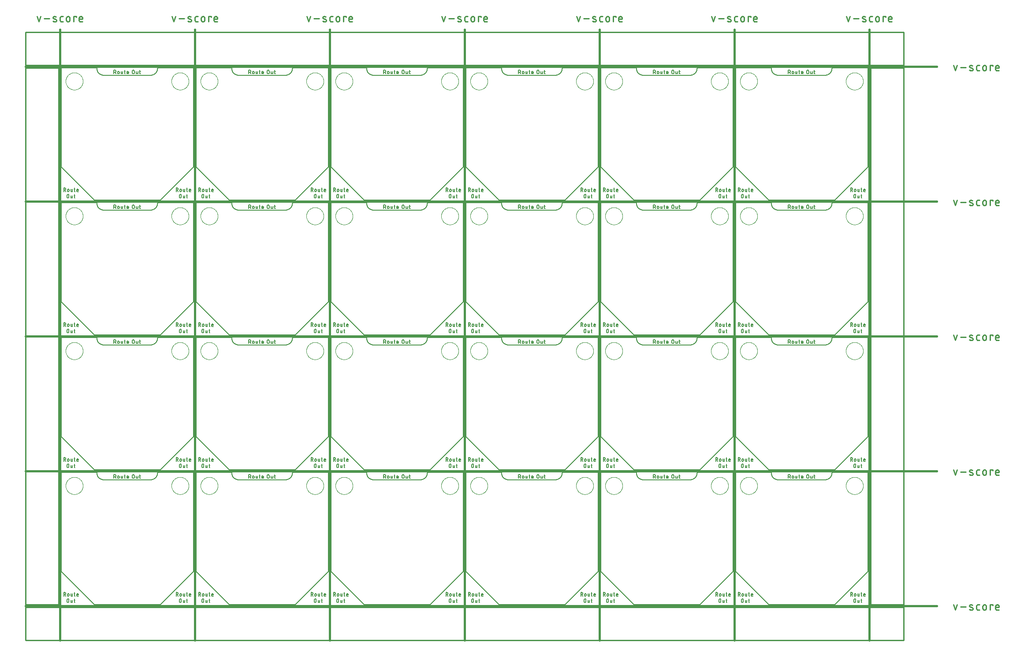
<source format=gko>
G04 EAGLE Gerber RS-274X export*
G75*
%MOMM*%
%FSLAX34Y34*%
%LPD*%
%IN*%
%IPPOS*%
%AMOC8*
5,1,8,0,0,1.08239X$1,22.5*%
G01*
%ADD10C,0.152400*%
%ADD11C,0.127000*%
%ADD12C,0.381000*%
%ADD13C,0.279400*%
%ADD14C,0.254000*%
%ADD15C,0.000000*%


D10*
X0Y63500D02*
X63500Y0D01*
X190500Y0D01*
X254000Y63500D01*
X254000Y254000D01*
X185420Y254000D01*
X185416Y253662D01*
X185404Y253325D01*
X185383Y252988D01*
X185355Y252652D01*
X185318Y252316D01*
X185273Y251981D01*
X185221Y251648D01*
X185160Y251316D01*
X185091Y250985D01*
X185014Y250657D01*
X184929Y250330D01*
X184837Y250005D01*
X184736Y249683D01*
X184628Y249363D01*
X184512Y249046D01*
X184389Y248732D01*
X184258Y248421D01*
X184119Y248113D01*
X183973Y247809D01*
X183820Y247508D01*
X183659Y247211D01*
X183492Y246918D01*
X183317Y246629D01*
X183135Y246344D01*
X182947Y246064D01*
X182752Y245789D01*
X182550Y245518D01*
X182342Y245252D01*
X182127Y244992D01*
X181907Y244736D01*
X181680Y244486D01*
X181447Y244242D01*
X181208Y244003D01*
X180964Y243770D01*
X180714Y243543D01*
X180458Y243323D01*
X180198Y243108D01*
X179932Y242900D01*
X179661Y242698D01*
X179386Y242503D01*
X179106Y242315D01*
X178821Y242133D01*
X178532Y241958D01*
X178239Y241791D01*
X177942Y241630D01*
X177641Y241477D01*
X177337Y241331D01*
X177029Y241192D01*
X176718Y241061D01*
X176404Y240938D01*
X176087Y240822D01*
X175767Y240714D01*
X175445Y240613D01*
X175120Y240521D01*
X174793Y240436D01*
X174465Y240359D01*
X174134Y240290D01*
X173802Y240229D01*
X173469Y240177D01*
X173134Y240132D01*
X172798Y240095D01*
X172462Y240067D01*
X172125Y240046D01*
X171788Y240034D01*
X171450Y240030D01*
X82550Y240030D01*
X82212Y240034D01*
X81875Y240046D01*
X81538Y240067D01*
X81202Y240095D01*
X80866Y240132D01*
X80531Y240177D01*
X80198Y240229D01*
X79866Y240290D01*
X79535Y240359D01*
X79207Y240436D01*
X78880Y240521D01*
X78555Y240613D01*
X78233Y240714D01*
X77913Y240822D01*
X77596Y240938D01*
X77282Y241061D01*
X76971Y241192D01*
X76663Y241331D01*
X76359Y241477D01*
X76058Y241630D01*
X75761Y241791D01*
X75468Y241958D01*
X75179Y242133D01*
X74894Y242315D01*
X74614Y242503D01*
X74339Y242698D01*
X74068Y242900D01*
X73802Y243108D01*
X73542Y243323D01*
X73286Y243543D01*
X73036Y243770D01*
X72792Y244003D01*
X72553Y244242D01*
X72320Y244486D01*
X72093Y244736D01*
X71873Y244992D01*
X71658Y245252D01*
X71450Y245518D01*
X71248Y245789D01*
X71053Y246064D01*
X70865Y246344D01*
X70683Y246629D01*
X70508Y246918D01*
X70341Y247211D01*
X70180Y247508D01*
X70027Y247809D01*
X69881Y248113D01*
X69742Y248421D01*
X69611Y248732D01*
X69488Y249046D01*
X69372Y249363D01*
X69264Y249683D01*
X69163Y250005D01*
X69071Y250330D01*
X68986Y250657D01*
X68909Y250985D01*
X68840Y251316D01*
X68779Y251648D01*
X68727Y251981D01*
X68682Y252316D01*
X68645Y252652D01*
X68617Y252988D01*
X68596Y253325D01*
X68584Y253662D01*
X68580Y254000D01*
X0Y254000D01*
X0Y63500D01*
D11*
X101536Y242951D02*
X101536Y249809D01*
X103441Y249809D01*
X103526Y249807D01*
X103612Y249801D01*
X103697Y249792D01*
X103781Y249778D01*
X103865Y249761D01*
X103948Y249740D01*
X104030Y249716D01*
X104110Y249688D01*
X104190Y249656D01*
X104268Y249620D01*
X104344Y249582D01*
X104418Y249539D01*
X104490Y249494D01*
X104561Y249445D01*
X104629Y249393D01*
X104694Y249339D01*
X104757Y249281D01*
X104818Y249220D01*
X104876Y249157D01*
X104930Y249092D01*
X104982Y249024D01*
X105031Y248953D01*
X105076Y248881D01*
X105119Y248807D01*
X105157Y248731D01*
X105193Y248653D01*
X105225Y248573D01*
X105253Y248493D01*
X105277Y248411D01*
X105298Y248328D01*
X105315Y248244D01*
X105329Y248160D01*
X105338Y248075D01*
X105344Y247989D01*
X105346Y247904D01*
X105344Y247819D01*
X105338Y247733D01*
X105329Y247648D01*
X105315Y247564D01*
X105298Y247480D01*
X105277Y247397D01*
X105253Y247315D01*
X105225Y247235D01*
X105193Y247155D01*
X105157Y247077D01*
X105119Y247001D01*
X105076Y246927D01*
X105031Y246855D01*
X104982Y246784D01*
X104930Y246716D01*
X104876Y246651D01*
X104818Y246588D01*
X104757Y246527D01*
X104694Y246469D01*
X104629Y246415D01*
X104561Y246363D01*
X104490Y246314D01*
X104418Y246269D01*
X104344Y246226D01*
X104268Y246188D01*
X104190Y246152D01*
X104110Y246120D01*
X104030Y246092D01*
X103948Y246068D01*
X103865Y246047D01*
X103781Y246030D01*
X103697Y246016D01*
X103612Y246007D01*
X103526Y246001D01*
X103441Y245999D01*
X101536Y245999D01*
X103822Y245999D02*
X105346Y242951D01*
X108675Y244475D02*
X108675Y245999D01*
X108677Y246076D01*
X108683Y246153D01*
X108693Y246230D01*
X108706Y246306D01*
X108724Y246381D01*
X108745Y246455D01*
X108770Y246528D01*
X108799Y246600D01*
X108831Y246670D01*
X108866Y246739D01*
X108906Y246805D01*
X108948Y246870D01*
X108994Y246932D01*
X109043Y246992D01*
X109094Y247049D01*
X109149Y247104D01*
X109206Y247155D01*
X109266Y247204D01*
X109328Y247250D01*
X109393Y247292D01*
X109459Y247332D01*
X109528Y247367D01*
X109598Y247399D01*
X109670Y247428D01*
X109743Y247453D01*
X109817Y247474D01*
X109892Y247492D01*
X109968Y247505D01*
X110045Y247515D01*
X110122Y247521D01*
X110199Y247523D01*
X110276Y247521D01*
X110353Y247515D01*
X110430Y247505D01*
X110506Y247492D01*
X110581Y247474D01*
X110655Y247453D01*
X110728Y247428D01*
X110800Y247399D01*
X110870Y247367D01*
X110939Y247332D01*
X111005Y247292D01*
X111070Y247250D01*
X111132Y247204D01*
X111192Y247155D01*
X111249Y247104D01*
X111304Y247049D01*
X111355Y246992D01*
X111404Y246932D01*
X111450Y246870D01*
X111492Y246805D01*
X111532Y246739D01*
X111567Y246670D01*
X111599Y246600D01*
X111628Y246528D01*
X111653Y246455D01*
X111674Y246381D01*
X111692Y246306D01*
X111705Y246230D01*
X111715Y246153D01*
X111721Y246076D01*
X111723Y245999D01*
X111723Y244475D01*
X111721Y244398D01*
X111715Y244321D01*
X111705Y244244D01*
X111692Y244168D01*
X111674Y244093D01*
X111653Y244019D01*
X111628Y243946D01*
X111599Y243874D01*
X111567Y243804D01*
X111532Y243735D01*
X111492Y243669D01*
X111450Y243604D01*
X111404Y243542D01*
X111355Y243482D01*
X111304Y243425D01*
X111249Y243370D01*
X111192Y243319D01*
X111132Y243270D01*
X111070Y243224D01*
X111005Y243182D01*
X110939Y243142D01*
X110870Y243107D01*
X110800Y243075D01*
X110728Y243046D01*
X110655Y243021D01*
X110581Y243000D01*
X110506Y242982D01*
X110430Y242969D01*
X110353Y242959D01*
X110276Y242953D01*
X110199Y242951D01*
X110122Y242953D01*
X110045Y242959D01*
X109968Y242969D01*
X109892Y242982D01*
X109817Y243000D01*
X109743Y243021D01*
X109670Y243046D01*
X109598Y243075D01*
X109528Y243107D01*
X109459Y243142D01*
X109393Y243182D01*
X109328Y243224D01*
X109266Y243270D01*
X109206Y243319D01*
X109149Y243370D01*
X109094Y243425D01*
X109043Y243482D01*
X108994Y243542D01*
X108948Y243604D01*
X108906Y243669D01*
X108866Y243735D01*
X108831Y243804D01*
X108799Y243874D01*
X108770Y243946D01*
X108745Y244019D01*
X108724Y244093D01*
X108706Y244168D01*
X108693Y244244D01*
X108683Y244321D01*
X108677Y244398D01*
X108675Y244475D01*
X115259Y244094D02*
X115259Y247523D01*
X115259Y244094D02*
X115261Y244028D01*
X115267Y243961D01*
X115276Y243896D01*
X115290Y243830D01*
X115307Y243766D01*
X115328Y243703D01*
X115352Y243641D01*
X115381Y243581D01*
X115412Y243523D01*
X115447Y243466D01*
X115485Y243411D01*
X115526Y243359D01*
X115571Y243310D01*
X115618Y243263D01*
X115667Y243218D01*
X115719Y243177D01*
X115774Y243139D01*
X115831Y243104D01*
X115889Y243073D01*
X115949Y243044D01*
X116011Y243020D01*
X116074Y242999D01*
X116138Y242982D01*
X116204Y242968D01*
X116269Y242959D01*
X116336Y242953D01*
X116402Y242951D01*
X118307Y242951D01*
X118307Y247523D01*
X121161Y247523D02*
X123447Y247523D01*
X121923Y249809D02*
X121923Y244094D01*
X121925Y244028D01*
X121931Y243961D01*
X121940Y243896D01*
X121954Y243830D01*
X121971Y243766D01*
X121992Y243703D01*
X122016Y243641D01*
X122045Y243581D01*
X122076Y243523D01*
X122111Y243466D01*
X122149Y243411D01*
X122190Y243359D01*
X122235Y243310D01*
X122282Y243263D01*
X122331Y243218D01*
X122383Y243177D01*
X122438Y243139D01*
X122495Y243104D01*
X122553Y243073D01*
X122613Y243044D01*
X122675Y243020D01*
X122738Y242999D01*
X122802Y242982D01*
X122868Y242968D01*
X122933Y242959D01*
X123000Y242953D01*
X123066Y242951D01*
X123447Y242951D01*
X127618Y242951D02*
X129523Y242951D01*
X127618Y242951D02*
X127552Y242953D01*
X127485Y242959D01*
X127420Y242968D01*
X127354Y242982D01*
X127290Y242999D01*
X127227Y243020D01*
X127165Y243044D01*
X127105Y243073D01*
X127047Y243104D01*
X126990Y243139D01*
X126935Y243177D01*
X126883Y243218D01*
X126834Y243263D01*
X126787Y243310D01*
X126742Y243359D01*
X126701Y243411D01*
X126663Y243466D01*
X126628Y243523D01*
X126597Y243581D01*
X126568Y243641D01*
X126544Y243703D01*
X126523Y243766D01*
X126506Y243830D01*
X126492Y243896D01*
X126483Y243961D01*
X126477Y244028D01*
X126475Y244094D01*
X126475Y245999D01*
X126477Y246076D01*
X126483Y246153D01*
X126493Y246230D01*
X126506Y246306D01*
X126524Y246381D01*
X126545Y246455D01*
X126570Y246528D01*
X126599Y246600D01*
X126631Y246670D01*
X126666Y246739D01*
X126706Y246805D01*
X126748Y246870D01*
X126794Y246932D01*
X126843Y246992D01*
X126894Y247049D01*
X126949Y247104D01*
X127006Y247155D01*
X127066Y247204D01*
X127128Y247250D01*
X127193Y247292D01*
X127259Y247332D01*
X127328Y247367D01*
X127398Y247399D01*
X127470Y247428D01*
X127543Y247453D01*
X127617Y247474D01*
X127692Y247492D01*
X127768Y247505D01*
X127845Y247515D01*
X127922Y247521D01*
X127999Y247523D01*
X128076Y247521D01*
X128153Y247515D01*
X128230Y247505D01*
X128306Y247492D01*
X128381Y247474D01*
X128455Y247453D01*
X128528Y247428D01*
X128600Y247399D01*
X128670Y247367D01*
X128739Y247332D01*
X128805Y247292D01*
X128870Y247250D01*
X128932Y247204D01*
X128992Y247155D01*
X129049Y247104D01*
X129104Y247049D01*
X129155Y246992D01*
X129204Y246932D01*
X129250Y246870D01*
X129292Y246805D01*
X129332Y246739D01*
X129367Y246670D01*
X129399Y246600D01*
X129428Y246528D01*
X129453Y246455D01*
X129474Y246381D01*
X129492Y246306D01*
X129505Y246230D01*
X129515Y246153D01*
X129521Y246076D01*
X129523Y245999D01*
X129523Y245237D01*
X126475Y245237D01*
X136823Y244856D02*
X136823Y247904D01*
X136825Y247989D01*
X136831Y248075D01*
X136840Y248160D01*
X136854Y248244D01*
X136871Y248328D01*
X136892Y248411D01*
X136916Y248493D01*
X136944Y248573D01*
X136976Y248653D01*
X137012Y248731D01*
X137050Y248807D01*
X137093Y248881D01*
X137138Y248953D01*
X137187Y249024D01*
X137239Y249092D01*
X137293Y249157D01*
X137351Y249220D01*
X137412Y249281D01*
X137475Y249339D01*
X137540Y249393D01*
X137608Y249445D01*
X137679Y249494D01*
X137751Y249539D01*
X137825Y249582D01*
X137901Y249620D01*
X137979Y249656D01*
X138059Y249688D01*
X138139Y249716D01*
X138221Y249740D01*
X138304Y249761D01*
X138388Y249778D01*
X138472Y249792D01*
X138557Y249801D01*
X138643Y249807D01*
X138728Y249809D01*
X138813Y249807D01*
X138899Y249801D01*
X138984Y249792D01*
X139068Y249778D01*
X139152Y249761D01*
X139235Y249740D01*
X139317Y249716D01*
X139397Y249688D01*
X139477Y249656D01*
X139555Y249620D01*
X139631Y249582D01*
X139705Y249539D01*
X139777Y249494D01*
X139848Y249445D01*
X139916Y249393D01*
X139981Y249339D01*
X140044Y249281D01*
X140105Y249220D01*
X140163Y249157D01*
X140217Y249092D01*
X140269Y249024D01*
X140318Y248953D01*
X140363Y248881D01*
X140406Y248807D01*
X140444Y248731D01*
X140480Y248653D01*
X140512Y248573D01*
X140540Y248493D01*
X140564Y248411D01*
X140585Y248328D01*
X140602Y248244D01*
X140616Y248160D01*
X140625Y248075D01*
X140631Y247989D01*
X140633Y247904D01*
X140633Y244856D01*
X140631Y244771D01*
X140625Y244685D01*
X140616Y244600D01*
X140602Y244516D01*
X140585Y244432D01*
X140564Y244349D01*
X140540Y244267D01*
X140512Y244187D01*
X140480Y244107D01*
X140444Y244029D01*
X140406Y243953D01*
X140363Y243879D01*
X140318Y243807D01*
X140269Y243736D01*
X140217Y243668D01*
X140163Y243603D01*
X140105Y243540D01*
X140044Y243479D01*
X139981Y243421D01*
X139916Y243367D01*
X139848Y243315D01*
X139777Y243266D01*
X139705Y243221D01*
X139631Y243178D01*
X139555Y243140D01*
X139477Y243104D01*
X139397Y243072D01*
X139317Y243044D01*
X139235Y243020D01*
X139152Y242999D01*
X139068Y242982D01*
X138984Y242968D01*
X138899Y242959D01*
X138813Y242953D01*
X138728Y242951D01*
X138643Y242953D01*
X138557Y242959D01*
X138472Y242968D01*
X138388Y242982D01*
X138304Y242999D01*
X138221Y243020D01*
X138139Y243044D01*
X138059Y243072D01*
X137979Y243104D01*
X137901Y243140D01*
X137825Y243178D01*
X137751Y243221D01*
X137679Y243266D01*
X137608Y243315D01*
X137540Y243367D01*
X137475Y243421D01*
X137412Y243479D01*
X137351Y243540D01*
X137293Y243603D01*
X137239Y243668D01*
X137187Y243736D01*
X137138Y243807D01*
X137093Y243879D01*
X137050Y243953D01*
X137012Y244029D01*
X136976Y244107D01*
X136944Y244187D01*
X136916Y244267D01*
X136892Y244349D01*
X136871Y244432D01*
X136854Y244516D01*
X136840Y244600D01*
X136831Y244685D01*
X136825Y244771D01*
X136823Y244856D01*
X144276Y244094D02*
X144276Y247523D01*
X144276Y244094D02*
X144278Y244028D01*
X144284Y243961D01*
X144293Y243896D01*
X144307Y243830D01*
X144324Y243766D01*
X144345Y243703D01*
X144369Y243641D01*
X144398Y243581D01*
X144429Y243523D01*
X144464Y243466D01*
X144502Y243411D01*
X144543Y243359D01*
X144588Y243310D01*
X144635Y243263D01*
X144684Y243218D01*
X144736Y243177D01*
X144791Y243139D01*
X144848Y243104D01*
X144906Y243073D01*
X144966Y243044D01*
X145028Y243020D01*
X145091Y242999D01*
X145155Y242982D01*
X145221Y242968D01*
X145286Y242959D01*
X145353Y242953D01*
X145419Y242951D01*
X147324Y242951D01*
X147324Y247523D01*
X150178Y247523D02*
X152464Y247523D01*
X150940Y249809D02*
X150940Y244094D01*
X150942Y244028D01*
X150948Y243961D01*
X150957Y243896D01*
X150971Y243830D01*
X150988Y243766D01*
X151009Y243703D01*
X151033Y243641D01*
X151062Y243581D01*
X151093Y243523D01*
X151128Y243466D01*
X151166Y243411D01*
X151207Y243359D01*
X151252Y243310D01*
X151299Y243263D01*
X151348Y243218D01*
X151400Y243177D01*
X151455Y243139D01*
X151512Y243104D01*
X151570Y243073D01*
X151630Y243044D01*
X151692Y243020D01*
X151755Y242999D01*
X151819Y242982D01*
X151885Y242968D01*
X151950Y242959D01*
X152017Y242953D01*
X152083Y242951D01*
X152464Y242951D01*
X5056Y23495D02*
X5056Y16637D01*
X5056Y23495D02*
X6961Y23495D01*
X7046Y23493D01*
X7132Y23487D01*
X7217Y23478D01*
X7301Y23464D01*
X7385Y23447D01*
X7468Y23426D01*
X7550Y23402D01*
X7630Y23374D01*
X7710Y23342D01*
X7788Y23306D01*
X7864Y23268D01*
X7938Y23225D01*
X8010Y23180D01*
X8081Y23131D01*
X8149Y23079D01*
X8214Y23025D01*
X8277Y22967D01*
X8338Y22906D01*
X8396Y22843D01*
X8450Y22778D01*
X8502Y22710D01*
X8551Y22639D01*
X8596Y22567D01*
X8639Y22493D01*
X8677Y22417D01*
X8713Y22339D01*
X8745Y22259D01*
X8773Y22179D01*
X8797Y22097D01*
X8818Y22014D01*
X8835Y21930D01*
X8849Y21846D01*
X8858Y21761D01*
X8864Y21675D01*
X8866Y21590D01*
X8864Y21505D01*
X8858Y21419D01*
X8849Y21334D01*
X8835Y21250D01*
X8818Y21166D01*
X8797Y21083D01*
X8773Y21001D01*
X8745Y20921D01*
X8713Y20841D01*
X8677Y20763D01*
X8639Y20687D01*
X8596Y20613D01*
X8551Y20541D01*
X8502Y20470D01*
X8450Y20402D01*
X8396Y20337D01*
X8338Y20274D01*
X8277Y20213D01*
X8214Y20155D01*
X8149Y20101D01*
X8081Y20049D01*
X8010Y20000D01*
X7938Y19955D01*
X7864Y19912D01*
X7788Y19874D01*
X7710Y19838D01*
X7630Y19806D01*
X7550Y19778D01*
X7468Y19754D01*
X7385Y19733D01*
X7301Y19716D01*
X7217Y19702D01*
X7132Y19693D01*
X7046Y19687D01*
X6961Y19685D01*
X5056Y19685D01*
X7342Y19685D02*
X8866Y16637D01*
X12195Y18161D02*
X12195Y19685D01*
X12197Y19762D01*
X12203Y19839D01*
X12213Y19916D01*
X12226Y19992D01*
X12244Y20067D01*
X12265Y20141D01*
X12290Y20214D01*
X12319Y20286D01*
X12351Y20356D01*
X12386Y20425D01*
X12426Y20491D01*
X12468Y20556D01*
X12514Y20618D01*
X12563Y20678D01*
X12614Y20735D01*
X12669Y20790D01*
X12726Y20841D01*
X12786Y20890D01*
X12848Y20936D01*
X12913Y20978D01*
X12979Y21018D01*
X13048Y21053D01*
X13118Y21085D01*
X13190Y21114D01*
X13263Y21139D01*
X13337Y21160D01*
X13412Y21178D01*
X13488Y21191D01*
X13565Y21201D01*
X13642Y21207D01*
X13719Y21209D01*
X13796Y21207D01*
X13873Y21201D01*
X13950Y21191D01*
X14026Y21178D01*
X14101Y21160D01*
X14175Y21139D01*
X14248Y21114D01*
X14320Y21085D01*
X14390Y21053D01*
X14459Y21018D01*
X14525Y20978D01*
X14590Y20936D01*
X14652Y20890D01*
X14712Y20841D01*
X14769Y20790D01*
X14824Y20735D01*
X14875Y20678D01*
X14924Y20618D01*
X14970Y20556D01*
X15012Y20491D01*
X15052Y20425D01*
X15087Y20356D01*
X15119Y20286D01*
X15148Y20214D01*
X15173Y20141D01*
X15194Y20067D01*
X15212Y19992D01*
X15225Y19916D01*
X15235Y19839D01*
X15241Y19762D01*
X15243Y19685D01*
X15243Y18161D01*
X15241Y18084D01*
X15235Y18007D01*
X15225Y17930D01*
X15212Y17854D01*
X15194Y17779D01*
X15173Y17705D01*
X15148Y17632D01*
X15119Y17560D01*
X15087Y17490D01*
X15052Y17421D01*
X15012Y17355D01*
X14970Y17290D01*
X14924Y17228D01*
X14875Y17168D01*
X14824Y17111D01*
X14769Y17056D01*
X14712Y17005D01*
X14652Y16956D01*
X14590Y16910D01*
X14525Y16868D01*
X14459Y16828D01*
X14390Y16793D01*
X14320Y16761D01*
X14248Y16732D01*
X14175Y16707D01*
X14101Y16686D01*
X14026Y16668D01*
X13950Y16655D01*
X13873Y16645D01*
X13796Y16639D01*
X13719Y16637D01*
X13642Y16639D01*
X13565Y16645D01*
X13488Y16655D01*
X13412Y16668D01*
X13337Y16686D01*
X13263Y16707D01*
X13190Y16732D01*
X13118Y16761D01*
X13048Y16793D01*
X12979Y16828D01*
X12913Y16868D01*
X12848Y16910D01*
X12786Y16956D01*
X12726Y17005D01*
X12669Y17056D01*
X12614Y17111D01*
X12563Y17168D01*
X12514Y17228D01*
X12468Y17290D01*
X12426Y17355D01*
X12386Y17421D01*
X12351Y17490D01*
X12319Y17560D01*
X12290Y17632D01*
X12265Y17705D01*
X12244Y17779D01*
X12226Y17854D01*
X12213Y17930D01*
X12203Y18007D01*
X12197Y18084D01*
X12195Y18161D01*
X18779Y17780D02*
X18779Y21209D01*
X18779Y17780D02*
X18781Y17714D01*
X18787Y17647D01*
X18796Y17582D01*
X18810Y17516D01*
X18827Y17452D01*
X18848Y17389D01*
X18872Y17327D01*
X18901Y17267D01*
X18932Y17209D01*
X18967Y17152D01*
X19005Y17097D01*
X19046Y17045D01*
X19091Y16996D01*
X19138Y16949D01*
X19187Y16904D01*
X19239Y16863D01*
X19294Y16825D01*
X19350Y16790D01*
X19409Y16759D01*
X19469Y16730D01*
X19531Y16706D01*
X19594Y16685D01*
X19658Y16668D01*
X19724Y16654D01*
X19789Y16645D01*
X19856Y16639D01*
X19922Y16637D01*
X21827Y16637D01*
X21827Y21209D01*
X24681Y21209D02*
X26967Y21209D01*
X25443Y23495D02*
X25443Y17780D01*
X25445Y17714D01*
X25451Y17647D01*
X25460Y17582D01*
X25474Y17516D01*
X25491Y17452D01*
X25512Y17389D01*
X25536Y17327D01*
X25565Y17267D01*
X25596Y17209D01*
X25631Y17152D01*
X25669Y17097D01*
X25710Y17045D01*
X25755Y16996D01*
X25802Y16949D01*
X25851Y16904D01*
X25903Y16863D01*
X25958Y16825D01*
X26014Y16790D01*
X26073Y16759D01*
X26133Y16730D01*
X26195Y16706D01*
X26258Y16685D01*
X26322Y16668D01*
X26388Y16654D01*
X26453Y16645D01*
X26520Y16639D01*
X26586Y16637D01*
X26967Y16637D01*
X31139Y16637D02*
X33044Y16637D01*
X31139Y16637D02*
X31073Y16639D01*
X31006Y16645D01*
X30941Y16654D01*
X30875Y16668D01*
X30811Y16685D01*
X30748Y16706D01*
X30686Y16730D01*
X30626Y16759D01*
X30567Y16790D01*
X30511Y16825D01*
X30456Y16863D01*
X30404Y16904D01*
X30355Y16949D01*
X30308Y16996D01*
X30263Y17045D01*
X30222Y17097D01*
X30184Y17152D01*
X30149Y17209D01*
X30118Y17267D01*
X30089Y17327D01*
X30065Y17389D01*
X30044Y17452D01*
X30027Y17516D01*
X30013Y17582D01*
X30004Y17647D01*
X29998Y17714D01*
X29996Y17780D01*
X29996Y19685D01*
X29998Y19762D01*
X30004Y19839D01*
X30014Y19916D01*
X30027Y19992D01*
X30045Y20067D01*
X30066Y20141D01*
X30091Y20214D01*
X30120Y20286D01*
X30152Y20356D01*
X30187Y20425D01*
X30227Y20491D01*
X30269Y20556D01*
X30315Y20618D01*
X30364Y20678D01*
X30415Y20735D01*
X30470Y20790D01*
X30527Y20841D01*
X30587Y20890D01*
X30649Y20936D01*
X30714Y20978D01*
X30780Y21018D01*
X30849Y21053D01*
X30919Y21085D01*
X30991Y21114D01*
X31064Y21139D01*
X31138Y21160D01*
X31213Y21178D01*
X31289Y21191D01*
X31366Y21201D01*
X31443Y21207D01*
X31520Y21209D01*
X31597Y21207D01*
X31674Y21201D01*
X31751Y21191D01*
X31827Y21178D01*
X31902Y21160D01*
X31976Y21139D01*
X32049Y21114D01*
X32121Y21085D01*
X32191Y21053D01*
X32260Y21018D01*
X32326Y20978D01*
X32391Y20936D01*
X32453Y20890D01*
X32513Y20841D01*
X32570Y20790D01*
X32625Y20735D01*
X32676Y20678D01*
X32725Y20618D01*
X32771Y20556D01*
X32813Y20491D01*
X32853Y20425D01*
X32888Y20356D01*
X32920Y20286D01*
X32949Y20214D01*
X32974Y20141D01*
X32995Y20067D01*
X33013Y19992D01*
X33026Y19916D01*
X33036Y19839D01*
X33042Y19762D01*
X33044Y19685D01*
X33044Y18923D01*
X29996Y18923D01*
X11230Y9398D02*
X11230Y6350D01*
X11230Y9398D02*
X11232Y9483D01*
X11238Y9569D01*
X11247Y9654D01*
X11261Y9738D01*
X11278Y9822D01*
X11299Y9905D01*
X11323Y9987D01*
X11351Y10067D01*
X11383Y10147D01*
X11419Y10225D01*
X11457Y10301D01*
X11500Y10375D01*
X11545Y10447D01*
X11594Y10518D01*
X11646Y10586D01*
X11700Y10651D01*
X11758Y10714D01*
X11819Y10775D01*
X11882Y10833D01*
X11947Y10887D01*
X12015Y10939D01*
X12086Y10988D01*
X12158Y11033D01*
X12232Y11076D01*
X12308Y11114D01*
X12386Y11150D01*
X12466Y11182D01*
X12546Y11210D01*
X12628Y11234D01*
X12711Y11255D01*
X12795Y11272D01*
X12879Y11286D01*
X12964Y11295D01*
X13050Y11301D01*
X13135Y11303D01*
X13220Y11301D01*
X13306Y11295D01*
X13391Y11286D01*
X13475Y11272D01*
X13559Y11255D01*
X13642Y11234D01*
X13724Y11210D01*
X13804Y11182D01*
X13884Y11150D01*
X13962Y11114D01*
X14038Y11076D01*
X14112Y11033D01*
X14184Y10988D01*
X14255Y10939D01*
X14323Y10887D01*
X14388Y10833D01*
X14451Y10775D01*
X14512Y10714D01*
X14570Y10651D01*
X14624Y10586D01*
X14676Y10518D01*
X14725Y10447D01*
X14770Y10375D01*
X14813Y10301D01*
X14851Y10225D01*
X14887Y10147D01*
X14919Y10067D01*
X14947Y9987D01*
X14971Y9905D01*
X14992Y9822D01*
X15009Y9738D01*
X15023Y9654D01*
X15032Y9569D01*
X15038Y9483D01*
X15040Y9398D01*
X15040Y6350D01*
X15038Y6265D01*
X15032Y6179D01*
X15023Y6094D01*
X15009Y6010D01*
X14992Y5926D01*
X14971Y5843D01*
X14947Y5761D01*
X14919Y5681D01*
X14887Y5601D01*
X14851Y5523D01*
X14813Y5447D01*
X14770Y5373D01*
X14725Y5301D01*
X14676Y5230D01*
X14624Y5162D01*
X14570Y5097D01*
X14512Y5034D01*
X14451Y4973D01*
X14388Y4915D01*
X14323Y4861D01*
X14255Y4809D01*
X14184Y4760D01*
X14112Y4715D01*
X14038Y4672D01*
X13962Y4634D01*
X13884Y4598D01*
X13804Y4566D01*
X13724Y4538D01*
X13642Y4514D01*
X13559Y4493D01*
X13475Y4476D01*
X13391Y4462D01*
X13306Y4453D01*
X13220Y4447D01*
X13135Y4445D01*
X13050Y4447D01*
X12964Y4453D01*
X12879Y4462D01*
X12795Y4476D01*
X12711Y4493D01*
X12628Y4514D01*
X12546Y4538D01*
X12466Y4566D01*
X12386Y4598D01*
X12308Y4634D01*
X12232Y4672D01*
X12158Y4715D01*
X12086Y4760D01*
X12015Y4809D01*
X11947Y4861D01*
X11882Y4915D01*
X11819Y4973D01*
X11758Y5034D01*
X11700Y5097D01*
X11646Y5162D01*
X11594Y5230D01*
X11545Y5301D01*
X11500Y5373D01*
X11457Y5447D01*
X11419Y5523D01*
X11383Y5601D01*
X11351Y5681D01*
X11323Y5761D01*
X11299Y5843D01*
X11278Y5926D01*
X11261Y6010D01*
X11247Y6094D01*
X11238Y6179D01*
X11232Y6265D01*
X11230Y6350D01*
X18682Y5588D02*
X18682Y9017D01*
X18682Y5588D02*
X18684Y5522D01*
X18690Y5455D01*
X18699Y5390D01*
X18713Y5324D01*
X18730Y5260D01*
X18751Y5197D01*
X18775Y5135D01*
X18804Y5075D01*
X18835Y5017D01*
X18870Y4960D01*
X18908Y4905D01*
X18949Y4853D01*
X18994Y4804D01*
X19041Y4757D01*
X19090Y4712D01*
X19142Y4671D01*
X19197Y4633D01*
X19253Y4598D01*
X19312Y4567D01*
X19372Y4538D01*
X19434Y4514D01*
X19497Y4493D01*
X19561Y4476D01*
X19627Y4462D01*
X19692Y4453D01*
X19759Y4447D01*
X19825Y4445D01*
X21730Y4445D01*
X21730Y9017D01*
X24584Y9017D02*
X26870Y9017D01*
X25346Y11303D02*
X25346Y5588D01*
X25348Y5522D01*
X25354Y5455D01*
X25363Y5390D01*
X25377Y5324D01*
X25394Y5260D01*
X25415Y5197D01*
X25439Y5135D01*
X25468Y5075D01*
X25499Y5017D01*
X25534Y4960D01*
X25572Y4905D01*
X25613Y4853D01*
X25658Y4804D01*
X25705Y4757D01*
X25754Y4712D01*
X25806Y4671D01*
X25861Y4633D01*
X25917Y4598D01*
X25976Y4567D01*
X26036Y4538D01*
X26098Y4514D01*
X26161Y4493D01*
X26225Y4476D01*
X26291Y4462D01*
X26356Y4453D01*
X26423Y4447D01*
X26489Y4445D01*
X26870Y4445D01*
X220956Y16637D02*
X220956Y23495D01*
X222861Y23495D01*
X222946Y23493D01*
X223032Y23487D01*
X223117Y23478D01*
X223201Y23464D01*
X223285Y23447D01*
X223368Y23426D01*
X223450Y23402D01*
X223530Y23374D01*
X223610Y23342D01*
X223688Y23306D01*
X223764Y23268D01*
X223838Y23225D01*
X223910Y23180D01*
X223981Y23131D01*
X224049Y23079D01*
X224114Y23025D01*
X224177Y22967D01*
X224238Y22906D01*
X224296Y22843D01*
X224350Y22778D01*
X224402Y22710D01*
X224451Y22639D01*
X224496Y22567D01*
X224539Y22493D01*
X224577Y22417D01*
X224613Y22339D01*
X224645Y22259D01*
X224673Y22179D01*
X224697Y22097D01*
X224718Y22014D01*
X224735Y21930D01*
X224749Y21846D01*
X224758Y21761D01*
X224764Y21675D01*
X224766Y21590D01*
X224764Y21505D01*
X224758Y21419D01*
X224749Y21334D01*
X224735Y21250D01*
X224718Y21166D01*
X224697Y21083D01*
X224673Y21001D01*
X224645Y20921D01*
X224613Y20841D01*
X224577Y20763D01*
X224539Y20687D01*
X224496Y20613D01*
X224451Y20541D01*
X224402Y20470D01*
X224350Y20402D01*
X224296Y20337D01*
X224238Y20274D01*
X224177Y20213D01*
X224114Y20155D01*
X224049Y20101D01*
X223981Y20049D01*
X223910Y20000D01*
X223838Y19955D01*
X223764Y19912D01*
X223688Y19874D01*
X223610Y19838D01*
X223530Y19806D01*
X223450Y19778D01*
X223368Y19754D01*
X223285Y19733D01*
X223201Y19716D01*
X223117Y19702D01*
X223032Y19693D01*
X222946Y19687D01*
X222861Y19685D01*
X220956Y19685D01*
X223242Y19685D02*
X224766Y16637D01*
X228095Y18161D02*
X228095Y19685D01*
X228097Y19762D01*
X228103Y19839D01*
X228113Y19916D01*
X228126Y19992D01*
X228144Y20067D01*
X228165Y20141D01*
X228190Y20214D01*
X228219Y20286D01*
X228251Y20356D01*
X228286Y20425D01*
X228326Y20491D01*
X228368Y20556D01*
X228414Y20618D01*
X228463Y20678D01*
X228514Y20735D01*
X228569Y20790D01*
X228626Y20841D01*
X228686Y20890D01*
X228748Y20936D01*
X228813Y20978D01*
X228879Y21018D01*
X228948Y21053D01*
X229018Y21085D01*
X229090Y21114D01*
X229163Y21139D01*
X229237Y21160D01*
X229312Y21178D01*
X229388Y21191D01*
X229465Y21201D01*
X229542Y21207D01*
X229619Y21209D01*
X229696Y21207D01*
X229773Y21201D01*
X229850Y21191D01*
X229926Y21178D01*
X230001Y21160D01*
X230075Y21139D01*
X230148Y21114D01*
X230220Y21085D01*
X230290Y21053D01*
X230359Y21018D01*
X230425Y20978D01*
X230490Y20936D01*
X230552Y20890D01*
X230612Y20841D01*
X230669Y20790D01*
X230724Y20735D01*
X230775Y20678D01*
X230824Y20618D01*
X230870Y20556D01*
X230912Y20491D01*
X230952Y20425D01*
X230987Y20356D01*
X231019Y20286D01*
X231048Y20214D01*
X231073Y20141D01*
X231094Y20067D01*
X231112Y19992D01*
X231125Y19916D01*
X231135Y19839D01*
X231141Y19762D01*
X231143Y19685D01*
X231143Y18161D01*
X231141Y18084D01*
X231135Y18007D01*
X231125Y17930D01*
X231112Y17854D01*
X231094Y17779D01*
X231073Y17705D01*
X231048Y17632D01*
X231019Y17560D01*
X230987Y17490D01*
X230952Y17421D01*
X230912Y17355D01*
X230870Y17290D01*
X230824Y17228D01*
X230775Y17168D01*
X230724Y17111D01*
X230669Y17056D01*
X230612Y17005D01*
X230552Y16956D01*
X230490Y16910D01*
X230425Y16868D01*
X230359Y16828D01*
X230290Y16793D01*
X230220Y16761D01*
X230148Y16732D01*
X230075Y16707D01*
X230001Y16686D01*
X229926Y16668D01*
X229850Y16655D01*
X229773Y16645D01*
X229696Y16639D01*
X229619Y16637D01*
X229542Y16639D01*
X229465Y16645D01*
X229388Y16655D01*
X229312Y16668D01*
X229237Y16686D01*
X229163Y16707D01*
X229090Y16732D01*
X229018Y16761D01*
X228948Y16793D01*
X228879Y16828D01*
X228813Y16868D01*
X228748Y16910D01*
X228686Y16956D01*
X228626Y17005D01*
X228569Y17056D01*
X228514Y17111D01*
X228463Y17168D01*
X228414Y17228D01*
X228368Y17290D01*
X228326Y17355D01*
X228286Y17421D01*
X228251Y17490D01*
X228219Y17560D01*
X228190Y17632D01*
X228165Y17705D01*
X228144Y17779D01*
X228126Y17854D01*
X228113Y17930D01*
X228103Y18007D01*
X228097Y18084D01*
X228095Y18161D01*
X234679Y17780D02*
X234679Y21209D01*
X234679Y17780D02*
X234681Y17714D01*
X234687Y17647D01*
X234696Y17582D01*
X234710Y17516D01*
X234727Y17452D01*
X234748Y17389D01*
X234772Y17327D01*
X234801Y17267D01*
X234832Y17209D01*
X234867Y17152D01*
X234905Y17097D01*
X234946Y17045D01*
X234991Y16996D01*
X235038Y16949D01*
X235087Y16904D01*
X235139Y16863D01*
X235194Y16825D01*
X235251Y16790D01*
X235309Y16759D01*
X235369Y16730D01*
X235431Y16706D01*
X235494Y16685D01*
X235558Y16668D01*
X235624Y16654D01*
X235689Y16645D01*
X235756Y16639D01*
X235822Y16637D01*
X237727Y16637D01*
X237727Y21209D01*
X240581Y21209D02*
X242867Y21209D01*
X241343Y23495D02*
X241343Y17780D01*
X241345Y17714D01*
X241351Y17647D01*
X241360Y17582D01*
X241374Y17516D01*
X241391Y17452D01*
X241412Y17389D01*
X241436Y17327D01*
X241465Y17267D01*
X241496Y17209D01*
X241531Y17152D01*
X241569Y17097D01*
X241610Y17045D01*
X241655Y16996D01*
X241702Y16949D01*
X241751Y16904D01*
X241803Y16863D01*
X241858Y16825D01*
X241915Y16790D01*
X241973Y16759D01*
X242033Y16730D01*
X242095Y16706D01*
X242158Y16685D01*
X242222Y16668D01*
X242288Y16654D01*
X242353Y16645D01*
X242420Y16639D01*
X242486Y16637D01*
X242867Y16637D01*
X247039Y16637D02*
X248944Y16637D01*
X247039Y16637D02*
X246973Y16639D01*
X246906Y16645D01*
X246841Y16654D01*
X246775Y16668D01*
X246711Y16685D01*
X246648Y16706D01*
X246586Y16730D01*
X246526Y16759D01*
X246468Y16790D01*
X246411Y16825D01*
X246356Y16863D01*
X246304Y16904D01*
X246255Y16949D01*
X246208Y16996D01*
X246163Y17045D01*
X246122Y17097D01*
X246084Y17152D01*
X246049Y17209D01*
X246018Y17267D01*
X245989Y17327D01*
X245965Y17389D01*
X245944Y17452D01*
X245927Y17516D01*
X245913Y17582D01*
X245904Y17647D01*
X245898Y17714D01*
X245896Y17780D01*
X245896Y19685D01*
X245898Y19762D01*
X245904Y19839D01*
X245914Y19916D01*
X245927Y19992D01*
X245945Y20067D01*
X245966Y20141D01*
X245991Y20214D01*
X246020Y20286D01*
X246052Y20356D01*
X246087Y20425D01*
X246127Y20491D01*
X246169Y20556D01*
X246215Y20618D01*
X246264Y20678D01*
X246315Y20735D01*
X246370Y20790D01*
X246427Y20841D01*
X246487Y20890D01*
X246549Y20936D01*
X246614Y20978D01*
X246680Y21018D01*
X246749Y21053D01*
X246819Y21085D01*
X246891Y21114D01*
X246964Y21139D01*
X247038Y21160D01*
X247113Y21178D01*
X247189Y21191D01*
X247266Y21201D01*
X247343Y21207D01*
X247420Y21209D01*
X247497Y21207D01*
X247574Y21201D01*
X247651Y21191D01*
X247727Y21178D01*
X247802Y21160D01*
X247876Y21139D01*
X247949Y21114D01*
X248021Y21085D01*
X248091Y21053D01*
X248160Y21018D01*
X248226Y20978D01*
X248291Y20936D01*
X248353Y20890D01*
X248413Y20841D01*
X248470Y20790D01*
X248525Y20735D01*
X248576Y20678D01*
X248625Y20618D01*
X248671Y20556D01*
X248713Y20491D01*
X248753Y20425D01*
X248788Y20356D01*
X248820Y20286D01*
X248849Y20214D01*
X248874Y20141D01*
X248895Y20067D01*
X248913Y19992D01*
X248926Y19916D01*
X248936Y19839D01*
X248942Y19762D01*
X248944Y19685D01*
X248944Y18923D01*
X245896Y18923D01*
X227130Y9398D02*
X227130Y6350D01*
X227130Y9398D02*
X227132Y9483D01*
X227138Y9569D01*
X227147Y9654D01*
X227161Y9738D01*
X227178Y9822D01*
X227199Y9905D01*
X227223Y9987D01*
X227251Y10067D01*
X227283Y10147D01*
X227319Y10225D01*
X227357Y10301D01*
X227400Y10375D01*
X227445Y10447D01*
X227494Y10518D01*
X227546Y10586D01*
X227600Y10651D01*
X227658Y10714D01*
X227719Y10775D01*
X227782Y10833D01*
X227847Y10887D01*
X227915Y10939D01*
X227986Y10988D01*
X228058Y11033D01*
X228132Y11076D01*
X228208Y11114D01*
X228286Y11150D01*
X228366Y11182D01*
X228446Y11210D01*
X228528Y11234D01*
X228611Y11255D01*
X228695Y11272D01*
X228779Y11286D01*
X228864Y11295D01*
X228950Y11301D01*
X229035Y11303D01*
X229120Y11301D01*
X229206Y11295D01*
X229291Y11286D01*
X229375Y11272D01*
X229459Y11255D01*
X229542Y11234D01*
X229624Y11210D01*
X229704Y11182D01*
X229784Y11150D01*
X229862Y11114D01*
X229938Y11076D01*
X230012Y11033D01*
X230084Y10988D01*
X230155Y10939D01*
X230223Y10887D01*
X230288Y10833D01*
X230351Y10775D01*
X230412Y10714D01*
X230470Y10651D01*
X230524Y10586D01*
X230576Y10518D01*
X230625Y10447D01*
X230670Y10375D01*
X230713Y10301D01*
X230751Y10225D01*
X230787Y10147D01*
X230819Y10067D01*
X230847Y9987D01*
X230871Y9905D01*
X230892Y9822D01*
X230909Y9738D01*
X230923Y9654D01*
X230932Y9569D01*
X230938Y9483D01*
X230940Y9398D01*
X230940Y6350D01*
X230938Y6265D01*
X230932Y6179D01*
X230923Y6094D01*
X230909Y6010D01*
X230892Y5926D01*
X230871Y5843D01*
X230847Y5761D01*
X230819Y5681D01*
X230787Y5601D01*
X230751Y5523D01*
X230713Y5447D01*
X230670Y5373D01*
X230625Y5301D01*
X230576Y5230D01*
X230524Y5162D01*
X230470Y5097D01*
X230412Y5034D01*
X230351Y4973D01*
X230288Y4915D01*
X230223Y4861D01*
X230155Y4809D01*
X230084Y4760D01*
X230012Y4715D01*
X229938Y4672D01*
X229862Y4634D01*
X229784Y4598D01*
X229704Y4566D01*
X229624Y4538D01*
X229542Y4514D01*
X229459Y4493D01*
X229375Y4476D01*
X229291Y4462D01*
X229206Y4453D01*
X229120Y4447D01*
X229035Y4445D01*
X228950Y4447D01*
X228864Y4453D01*
X228779Y4462D01*
X228695Y4476D01*
X228611Y4493D01*
X228528Y4514D01*
X228446Y4538D01*
X228366Y4566D01*
X228286Y4598D01*
X228208Y4634D01*
X228132Y4672D01*
X228058Y4715D01*
X227986Y4760D01*
X227915Y4809D01*
X227847Y4861D01*
X227782Y4915D01*
X227719Y4973D01*
X227658Y5034D01*
X227600Y5097D01*
X227546Y5162D01*
X227494Y5230D01*
X227445Y5301D01*
X227400Y5373D01*
X227357Y5447D01*
X227319Y5523D01*
X227283Y5601D01*
X227251Y5681D01*
X227223Y5761D01*
X227199Y5843D01*
X227178Y5926D01*
X227161Y6010D01*
X227147Y6094D01*
X227138Y6179D01*
X227132Y6265D01*
X227130Y6350D01*
X234582Y5588D02*
X234582Y9017D01*
X234582Y5588D02*
X234584Y5522D01*
X234590Y5455D01*
X234599Y5390D01*
X234613Y5324D01*
X234630Y5260D01*
X234651Y5197D01*
X234675Y5135D01*
X234704Y5075D01*
X234735Y5017D01*
X234770Y4960D01*
X234808Y4905D01*
X234849Y4853D01*
X234894Y4804D01*
X234941Y4757D01*
X234990Y4712D01*
X235042Y4671D01*
X235097Y4633D01*
X235154Y4598D01*
X235212Y4567D01*
X235272Y4538D01*
X235334Y4514D01*
X235397Y4493D01*
X235461Y4476D01*
X235527Y4462D01*
X235592Y4453D01*
X235659Y4447D01*
X235725Y4445D01*
X237630Y4445D01*
X237630Y9017D01*
X240484Y9017D02*
X242770Y9017D01*
X241246Y11303D02*
X241246Y5588D01*
X241248Y5522D01*
X241254Y5455D01*
X241263Y5390D01*
X241277Y5324D01*
X241294Y5260D01*
X241315Y5197D01*
X241339Y5135D01*
X241368Y5075D01*
X241399Y5017D01*
X241434Y4960D01*
X241472Y4905D01*
X241513Y4853D01*
X241558Y4804D01*
X241605Y4757D01*
X241654Y4712D01*
X241706Y4671D01*
X241761Y4633D01*
X241818Y4598D01*
X241876Y4567D01*
X241936Y4538D01*
X241998Y4514D01*
X242061Y4493D01*
X242125Y4476D01*
X242191Y4462D01*
X242256Y4453D01*
X242323Y4447D01*
X242389Y4445D01*
X242770Y4445D01*
D10*
X259080Y63500D02*
X322580Y0D01*
X449580Y0D01*
X513080Y63500D01*
X513080Y254000D01*
X444500Y254000D01*
X444496Y253662D01*
X444484Y253325D01*
X444463Y252988D01*
X444435Y252652D01*
X444398Y252316D01*
X444353Y251981D01*
X444301Y251648D01*
X444240Y251316D01*
X444171Y250985D01*
X444094Y250657D01*
X444009Y250330D01*
X443917Y250005D01*
X443816Y249683D01*
X443708Y249363D01*
X443592Y249046D01*
X443469Y248732D01*
X443338Y248421D01*
X443199Y248113D01*
X443053Y247809D01*
X442900Y247508D01*
X442739Y247211D01*
X442572Y246918D01*
X442397Y246629D01*
X442215Y246344D01*
X442027Y246064D01*
X441832Y245789D01*
X441630Y245518D01*
X441422Y245252D01*
X441207Y244992D01*
X440987Y244736D01*
X440760Y244486D01*
X440527Y244242D01*
X440288Y244003D01*
X440044Y243770D01*
X439794Y243543D01*
X439538Y243323D01*
X439278Y243108D01*
X439012Y242900D01*
X438741Y242698D01*
X438466Y242503D01*
X438186Y242315D01*
X437901Y242133D01*
X437612Y241958D01*
X437319Y241791D01*
X437022Y241630D01*
X436721Y241477D01*
X436417Y241331D01*
X436109Y241192D01*
X435798Y241061D01*
X435484Y240938D01*
X435167Y240822D01*
X434847Y240714D01*
X434525Y240613D01*
X434200Y240521D01*
X433873Y240436D01*
X433545Y240359D01*
X433214Y240290D01*
X432882Y240229D01*
X432549Y240177D01*
X432214Y240132D01*
X431878Y240095D01*
X431542Y240067D01*
X431205Y240046D01*
X430868Y240034D01*
X430530Y240030D01*
X341630Y240030D01*
X341292Y240034D01*
X340955Y240046D01*
X340618Y240067D01*
X340282Y240095D01*
X339946Y240132D01*
X339611Y240177D01*
X339278Y240229D01*
X338946Y240290D01*
X338615Y240359D01*
X338287Y240436D01*
X337960Y240521D01*
X337635Y240613D01*
X337313Y240714D01*
X336993Y240822D01*
X336676Y240938D01*
X336362Y241061D01*
X336051Y241192D01*
X335743Y241331D01*
X335439Y241477D01*
X335138Y241630D01*
X334841Y241791D01*
X334548Y241958D01*
X334259Y242133D01*
X333974Y242315D01*
X333694Y242503D01*
X333419Y242698D01*
X333148Y242900D01*
X332882Y243108D01*
X332622Y243323D01*
X332366Y243543D01*
X332116Y243770D01*
X331872Y244003D01*
X331633Y244242D01*
X331400Y244486D01*
X331173Y244736D01*
X330953Y244992D01*
X330738Y245252D01*
X330530Y245518D01*
X330328Y245789D01*
X330133Y246064D01*
X329945Y246344D01*
X329763Y246629D01*
X329588Y246918D01*
X329421Y247211D01*
X329260Y247508D01*
X329107Y247809D01*
X328961Y248113D01*
X328822Y248421D01*
X328691Y248732D01*
X328568Y249046D01*
X328452Y249363D01*
X328344Y249683D01*
X328243Y250005D01*
X328151Y250330D01*
X328066Y250657D01*
X327989Y250985D01*
X327920Y251316D01*
X327859Y251648D01*
X327807Y251981D01*
X327762Y252316D01*
X327725Y252652D01*
X327697Y252988D01*
X327676Y253325D01*
X327664Y253662D01*
X327660Y254000D01*
X259080Y254000D01*
X259080Y63500D01*
D11*
X360616Y242951D02*
X360616Y249809D01*
X362521Y249809D01*
X362606Y249807D01*
X362692Y249801D01*
X362777Y249792D01*
X362861Y249778D01*
X362945Y249761D01*
X363028Y249740D01*
X363110Y249716D01*
X363190Y249688D01*
X363270Y249656D01*
X363348Y249620D01*
X363424Y249582D01*
X363498Y249539D01*
X363570Y249494D01*
X363641Y249445D01*
X363709Y249393D01*
X363774Y249339D01*
X363837Y249281D01*
X363898Y249220D01*
X363956Y249157D01*
X364010Y249092D01*
X364062Y249024D01*
X364111Y248953D01*
X364156Y248881D01*
X364199Y248807D01*
X364237Y248731D01*
X364273Y248653D01*
X364305Y248573D01*
X364333Y248493D01*
X364357Y248411D01*
X364378Y248328D01*
X364395Y248244D01*
X364409Y248160D01*
X364418Y248075D01*
X364424Y247989D01*
X364426Y247904D01*
X364424Y247819D01*
X364418Y247733D01*
X364409Y247648D01*
X364395Y247564D01*
X364378Y247480D01*
X364357Y247397D01*
X364333Y247315D01*
X364305Y247235D01*
X364273Y247155D01*
X364237Y247077D01*
X364199Y247001D01*
X364156Y246927D01*
X364111Y246855D01*
X364062Y246784D01*
X364010Y246716D01*
X363956Y246651D01*
X363898Y246588D01*
X363837Y246527D01*
X363774Y246469D01*
X363709Y246415D01*
X363641Y246363D01*
X363570Y246314D01*
X363498Y246269D01*
X363424Y246226D01*
X363348Y246188D01*
X363270Y246152D01*
X363190Y246120D01*
X363110Y246092D01*
X363028Y246068D01*
X362945Y246047D01*
X362861Y246030D01*
X362777Y246016D01*
X362692Y246007D01*
X362606Y246001D01*
X362521Y245999D01*
X360616Y245999D01*
X362902Y245999D02*
X364426Y242951D01*
X367755Y244475D02*
X367755Y245999D01*
X367757Y246076D01*
X367763Y246153D01*
X367773Y246230D01*
X367786Y246306D01*
X367804Y246381D01*
X367825Y246455D01*
X367850Y246528D01*
X367879Y246600D01*
X367911Y246670D01*
X367946Y246739D01*
X367986Y246805D01*
X368028Y246870D01*
X368074Y246932D01*
X368123Y246992D01*
X368174Y247049D01*
X368229Y247104D01*
X368286Y247155D01*
X368346Y247204D01*
X368408Y247250D01*
X368473Y247292D01*
X368539Y247332D01*
X368608Y247367D01*
X368678Y247399D01*
X368750Y247428D01*
X368823Y247453D01*
X368897Y247474D01*
X368972Y247492D01*
X369048Y247505D01*
X369125Y247515D01*
X369202Y247521D01*
X369279Y247523D01*
X369356Y247521D01*
X369433Y247515D01*
X369510Y247505D01*
X369586Y247492D01*
X369661Y247474D01*
X369735Y247453D01*
X369808Y247428D01*
X369880Y247399D01*
X369950Y247367D01*
X370019Y247332D01*
X370085Y247292D01*
X370150Y247250D01*
X370212Y247204D01*
X370272Y247155D01*
X370329Y247104D01*
X370384Y247049D01*
X370435Y246992D01*
X370484Y246932D01*
X370530Y246870D01*
X370572Y246805D01*
X370612Y246739D01*
X370647Y246670D01*
X370679Y246600D01*
X370708Y246528D01*
X370733Y246455D01*
X370754Y246381D01*
X370772Y246306D01*
X370785Y246230D01*
X370795Y246153D01*
X370801Y246076D01*
X370803Y245999D01*
X370803Y244475D01*
X370801Y244398D01*
X370795Y244321D01*
X370785Y244244D01*
X370772Y244168D01*
X370754Y244093D01*
X370733Y244019D01*
X370708Y243946D01*
X370679Y243874D01*
X370647Y243804D01*
X370612Y243735D01*
X370572Y243669D01*
X370530Y243604D01*
X370484Y243542D01*
X370435Y243482D01*
X370384Y243425D01*
X370329Y243370D01*
X370272Y243319D01*
X370212Y243270D01*
X370150Y243224D01*
X370085Y243182D01*
X370019Y243142D01*
X369950Y243107D01*
X369880Y243075D01*
X369808Y243046D01*
X369735Y243021D01*
X369661Y243000D01*
X369586Y242982D01*
X369510Y242969D01*
X369433Y242959D01*
X369356Y242953D01*
X369279Y242951D01*
X369202Y242953D01*
X369125Y242959D01*
X369048Y242969D01*
X368972Y242982D01*
X368897Y243000D01*
X368823Y243021D01*
X368750Y243046D01*
X368678Y243075D01*
X368608Y243107D01*
X368539Y243142D01*
X368473Y243182D01*
X368408Y243224D01*
X368346Y243270D01*
X368286Y243319D01*
X368229Y243370D01*
X368174Y243425D01*
X368123Y243482D01*
X368074Y243542D01*
X368028Y243604D01*
X367986Y243669D01*
X367946Y243735D01*
X367911Y243804D01*
X367879Y243874D01*
X367850Y243946D01*
X367825Y244019D01*
X367804Y244093D01*
X367786Y244168D01*
X367773Y244244D01*
X367763Y244321D01*
X367757Y244398D01*
X367755Y244475D01*
X374339Y244094D02*
X374339Y247523D01*
X374339Y244094D02*
X374341Y244028D01*
X374347Y243961D01*
X374356Y243896D01*
X374370Y243830D01*
X374387Y243766D01*
X374408Y243703D01*
X374432Y243641D01*
X374461Y243581D01*
X374492Y243523D01*
X374527Y243466D01*
X374565Y243411D01*
X374606Y243359D01*
X374651Y243310D01*
X374698Y243263D01*
X374747Y243218D01*
X374799Y243177D01*
X374854Y243139D01*
X374911Y243104D01*
X374969Y243073D01*
X375029Y243044D01*
X375091Y243020D01*
X375154Y242999D01*
X375218Y242982D01*
X375284Y242968D01*
X375349Y242959D01*
X375416Y242953D01*
X375482Y242951D01*
X377387Y242951D01*
X377387Y247523D01*
X380241Y247523D02*
X382527Y247523D01*
X381003Y249809D02*
X381003Y244094D01*
X381005Y244028D01*
X381011Y243961D01*
X381020Y243896D01*
X381034Y243830D01*
X381051Y243766D01*
X381072Y243703D01*
X381096Y243641D01*
X381125Y243581D01*
X381156Y243523D01*
X381191Y243466D01*
X381229Y243411D01*
X381270Y243359D01*
X381315Y243310D01*
X381362Y243263D01*
X381411Y243218D01*
X381463Y243177D01*
X381518Y243139D01*
X381575Y243104D01*
X381633Y243073D01*
X381693Y243044D01*
X381755Y243020D01*
X381818Y242999D01*
X381882Y242982D01*
X381948Y242968D01*
X382013Y242959D01*
X382080Y242953D01*
X382146Y242951D01*
X382527Y242951D01*
X386698Y242951D02*
X388603Y242951D01*
X386698Y242951D02*
X386632Y242953D01*
X386565Y242959D01*
X386500Y242968D01*
X386434Y242982D01*
X386370Y242999D01*
X386307Y243020D01*
X386245Y243044D01*
X386185Y243073D01*
X386127Y243104D01*
X386070Y243139D01*
X386015Y243177D01*
X385963Y243218D01*
X385914Y243263D01*
X385867Y243310D01*
X385822Y243359D01*
X385781Y243411D01*
X385743Y243466D01*
X385708Y243523D01*
X385677Y243581D01*
X385648Y243641D01*
X385624Y243703D01*
X385603Y243766D01*
X385586Y243830D01*
X385572Y243896D01*
X385563Y243961D01*
X385557Y244028D01*
X385555Y244094D01*
X385555Y245999D01*
X385557Y246076D01*
X385563Y246153D01*
X385573Y246230D01*
X385586Y246306D01*
X385604Y246381D01*
X385625Y246455D01*
X385650Y246528D01*
X385679Y246600D01*
X385711Y246670D01*
X385746Y246739D01*
X385786Y246805D01*
X385828Y246870D01*
X385874Y246932D01*
X385923Y246992D01*
X385974Y247049D01*
X386029Y247104D01*
X386086Y247155D01*
X386146Y247204D01*
X386208Y247250D01*
X386273Y247292D01*
X386339Y247332D01*
X386408Y247367D01*
X386478Y247399D01*
X386550Y247428D01*
X386623Y247453D01*
X386697Y247474D01*
X386772Y247492D01*
X386848Y247505D01*
X386925Y247515D01*
X387002Y247521D01*
X387079Y247523D01*
X387156Y247521D01*
X387233Y247515D01*
X387310Y247505D01*
X387386Y247492D01*
X387461Y247474D01*
X387535Y247453D01*
X387608Y247428D01*
X387680Y247399D01*
X387750Y247367D01*
X387819Y247332D01*
X387885Y247292D01*
X387950Y247250D01*
X388012Y247204D01*
X388072Y247155D01*
X388129Y247104D01*
X388184Y247049D01*
X388235Y246992D01*
X388284Y246932D01*
X388330Y246870D01*
X388372Y246805D01*
X388412Y246739D01*
X388447Y246670D01*
X388479Y246600D01*
X388508Y246528D01*
X388533Y246455D01*
X388554Y246381D01*
X388572Y246306D01*
X388585Y246230D01*
X388595Y246153D01*
X388601Y246076D01*
X388603Y245999D01*
X388603Y245237D01*
X385555Y245237D01*
X395903Y244856D02*
X395903Y247904D01*
X395905Y247989D01*
X395911Y248075D01*
X395920Y248160D01*
X395934Y248244D01*
X395951Y248328D01*
X395972Y248411D01*
X395996Y248493D01*
X396024Y248573D01*
X396056Y248653D01*
X396092Y248731D01*
X396130Y248807D01*
X396173Y248881D01*
X396218Y248953D01*
X396267Y249024D01*
X396319Y249092D01*
X396373Y249157D01*
X396431Y249220D01*
X396492Y249281D01*
X396555Y249339D01*
X396620Y249393D01*
X396688Y249445D01*
X396759Y249494D01*
X396831Y249539D01*
X396905Y249582D01*
X396981Y249620D01*
X397059Y249656D01*
X397139Y249688D01*
X397219Y249716D01*
X397301Y249740D01*
X397384Y249761D01*
X397468Y249778D01*
X397552Y249792D01*
X397637Y249801D01*
X397723Y249807D01*
X397808Y249809D01*
X397893Y249807D01*
X397979Y249801D01*
X398064Y249792D01*
X398148Y249778D01*
X398232Y249761D01*
X398315Y249740D01*
X398397Y249716D01*
X398477Y249688D01*
X398557Y249656D01*
X398635Y249620D01*
X398711Y249582D01*
X398785Y249539D01*
X398857Y249494D01*
X398928Y249445D01*
X398996Y249393D01*
X399061Y249339D01*
X399124Y249281D01*
X399185Y249220D01*
X399243Y249157D01*
X399297Y249092D01*
X399349Y249024D01*
X399398Y248953D01*
X399443Y248881D01*
X399486Y248807D01*
X399524Y248731D01*
X399560Y248653D01*
X399592Y248573D01*
X399620Y248493D01*
X399644Y248411D01*
X399665Y248328D01*
X399682Y248244D01*
X399696Y248160D01*
X399705Y248075D01*
X399711Y247989D01*
X399713Y247904D01*
X399713Y244856D01*
X399711Y244771D01*
X399705Y244685D01*
X399696Y244600D01*
X399682Y244516D01*
X399665Y244432D01*
X399644Y244349D01*
X399620Y244267D01*
X399592Y244187D01*
X399560Y244107D01*
X399524Y244029D01*
X399486Y243953D01*
X399443Y243879D01*
X399398Y243807D01*
X399349Y243736D01*
X399297Y243668D01*
X399243Y243603D01*
X399185Y243540D01*
X399124Y243479D01*
X399061Y243421D01*
X398996Y243367D01*
X398928Y243315D01*
X398857Y243266D01*
X398785Y243221D01*
X398711Y243178D01*
X398635Y243140D01*
X398557Y243104D01*
X398477Y243072D01*
X398397Y243044D01*
X398315Y243020D01*
X398232Y242999D01*
X398148Y242982D01*
X398064Y242968D01*
X397979Y242959D01*
X397893Y242953D01*
X397808Y242951D01*
X397723Y242953D01*
X397637Y242959D01*
X397552Y242968D01*
X397468Y242982D01*
X397384Y242999D01*
X397301Y243020D01*
X397219Y243044D01*
X397139Y243072D01*
X397059Y243104D01*
X396981Y243140D01*
X396905Y243178D01*
X396831Y243221D01*
X396759Y243266D01*
X396688Y243315D01*
X396620Y243367D01*
X396555Y243421D01*
X396492Y243479D01*
X396431Y243540D01*
X396373Y243603D01*
X396319Y243668D01*
X396267Y243736D01*
X396218Y243807D01*
X396173Y243879D01*
X396130Y243953D01*
X396092Y244029D01*
X396056Y244107D01*
X396024Y244187D01*
X395996Y244267D01*
X395972Y244349D01*
X395951Y244432D01*
X395934Y244516D01*
X395920Y244600D01*
X395911Y244685D01*
X395905Y244771D01*
X395903Y244856D01*
X403356Y244094D02*
X403356Y247523D01*
X403356Y244094D02*
X403358Y244028D01*
X403364Y243961D01*
X403373Y243896D01*
X403387Y243830D01*
X403404Y243766D01*
X403425Y243703D01*
X403449Y243641D01*
X403478Y243581D01*
X403509Y243523D01*
X403544Y243466D01*
X403582Y243411D01*
X403623Y243359D01*
X403668Y243310D01*
X403715Y243263D01*
X403764Y243218D01*
X403816Y243177D01*
X403871Y243139D01*
X403928Y243104D01*
X403986Y243073D01*
X404046Y243044D01*
X404108Y243020D01*
X404171Y242999D01*
X404235Y242982D01*
X404301Y242968D01*
X404366Y242959D01*
X404433Y242953D01*
X404499Y242951D01*
X406404Y242951D01*
X406404Y247523D01*
X409258Y247523D02*
X411544Y247523D01*
X410020Y249809D02*
X410020Y244094D01*
X410022Y244028D01*
X410028Y243961D01*
X410037Y243896D01*
X410051Y243830D01*
X410068Y243766D01*
X410089Y243703D01*
X410113Y243641D01*
X410142Y243581D01*
X410173Y243523D01*
X410208Y243466D01*
X410246Y243411D01*
X410287Y243359D01*
X410332Y243310D01*
X410379Y243263D01*
X410428Y243218D01*
X410480Y243177D01*
X410535Y243139D01*
X410592Y243104D01*
X410650Y243073D01*
X410710Y243044D01*
X410772Y243020D01*
X410835Y242999D01*
X410899Y242982D01*
X410965Y242968D01*
X411030Y242959D01*
X411097Y242953D01*
X411163Y242951D01*
X411544Y242951D01*
X264136Y23495D02*
X264136Y16637D01*
X264136Y23495D02*
X266041Y23495D01*
X266126Y23493D01*
X266212Y23487D01*
X266297Y23478D01*
X266381Y23464D01*
X266465Y23447D01*
X266548Y23426D01*
X266630Y23402D01*
X266710Y23374D01*
X266790Y23342D01*
X266868Y23306D01*
X266944Y23268D01*
X267018Y23225D01*
X267090Y23180D01*
X267161Y23131D01*
X267229Y23079D01*
X267294Y23025D01*
X267357Y22967D01*
X267418Y22906D01*
X267476Y22843D01*
X267530Y22778D01*
X267582Y22710D01*
X267631Y22639D01*
X267676Y22567D01*
X267719Y22493D01*
X267757Y22417D01*
X267793Y22339D01*
X267825Y22259D01*
X267853Y22179D01*
X267877Y22097D01*
X267898Y22014D01*
X267915Y21930D01*
X267929Y21846D01*
X267938Y21761D01*
X267944Y21675D01*
X267946Y21590D01*
X267944Y21505D01*
X267938Y21419D01*
X267929Y21334D01*
X267915Y21250D01*
X267898Y21166D01*
X267877Y21083D01*
X267853Y21001D01*
X267825Y20921D01*
X267793Y20841D01*
X267757Y20763D01*
X267719Y20687D01*
X267676Y20613D01*
X267631Y20541D01*
X267582Y20470D01*
X267530Y20402D01*
X267476Y20337D01*
X267418Y20274D01*
X267357Y20213D01*
X267294Y20155D01*
X267229Y20101D01*
X267161Y20049D01*
X267090Y20000D01*
X267018Y19955D01*
X266944Y19912D01*
X266868Y19874D01*
X266790Y19838D01*
X266710Y19806D01*
X266630Y19778D01*
X266548Y19754D01*
X266465Y19733D01*
X266381Y19716D01*
X266297Y19702D01*
X266212Y19693D01*
X266126Y19687D01*
X266041Y19685D01*
X264136Y19685D01*
X266422Y19685D02*
X267946Y16637D01*
X271275Y18161D02*
X271275Y19685D01*
X271277Y19762D01*
X271283Y19839D01*
X271293Y19916D01*
X271306Y19992D01*
X271324Y20067D01*
X271345Y20141D01*
X271370Y20214D01*
X271399Y20286D01*
X271431Y20356D01*
X271466Y20425D01*
X271506Y20491D01*
X271548Y20556D01*
X271594Y20618D01*
X271643Y20678D01*
X271694Y20735D01*
X271749Y20790D01*
X271806Y20841D01*
X271866Y20890D01*
X271928Y20936D01*
X271993Y20978D01*
X272059Y21018D01*
X272128Y21053D01*
X272198Y21085D01*
X272270Y21114D01*
X272343Y21139D01*
X272417Y21160D01*
X272492Y21178D01*
X272568Y21191D01*
X272645Y21201D01*
X272722Y21207D01*
X272799Y21209D01*
X272876Y21207D01*
X272953Y21201D01*
X273030Y21191D01*
X273106Y21178D01*
X273181Y21160D01*
X273255Y21139D01*
X273328Y21114D01*
X273400Y21085D01*
X273470Y21053D01*
X273539Y21018D01*
X273605Y20978D01*
X273670Y20936D01*
X273732Y20890D01*
X273792Y20841D01*
X273849Y20790D01*
X273904Y20735D01*
X273955Y20678D01*
X274004Y20618D01*
X274050Y20556D01*
X274092Y20491D01*
X274132Y20425D01*
X274167Y20356D01*
X274199Y20286D01*
X274228Y20214D01*
X274253Y20141D01*
X274274Y20067D01*
X274292Y19992D01*
X274305Y19916D01*
X274315Y19839D01*
X274321Y19762D01*
X274323Y19685D01*
X274323Y18161D01*
X274321Y18084D01*
X274315Y18007D01*
X274305Y17930D01*
X274292Y17854D01*
X274274Y17779D01*
X274253Y17705D01*
X274228Y17632D01*
X274199Y17560D01*
X274167Y17490D01*
X274132Y17421D01*
X274092Y17355D01*
X274050Y17290D01*
X274004Y17228D01*
X273955Y17168D01*
X273904Y17111D01*
X273849Y17056D01*
X273792Y17005D01*
X273732Y16956D01*
X273670Y16910D01*
X273605Y16868D01*
X273539Y16828D01*
X273470Y16793D01*
X273400Y16761D01*
X273328Y16732D01*
X273255Y16707D01*
X273181Y16686D01*
X273106Y16668D01*
X273030Y16655D01*
X272953Y16645D01*
X272876Y16639D01*
X272799Y16637D01*
X272722Y16639D01*
X272645Y16645D01*
X272568Y16655D01*
X272492Y16668D01*
X272417Y16686D01*
X272343Y16707D01*
X272270Y16732D01*
X272198Y16761D01*
X272128Y16793D01*
X272059Y16828D01*
X271993Y16868D01*
X271928Y16910D01*
X271866Y16956D01*
X271806Y17005D01*
X271749Y17056D01*
X271694Y17111D01*
X271643Y17168D01*
X271594Y17228D01*
X271548Y17290D01*
X271506Y17355D01*
X271466Y17421D01*
X271431Y17490D01*
X271399Y17560D01*
X271370Y17632D01*
X271345Y17705D01*
X271324Y17779D01*
X271306Y17854D01*
X271293Y17930D01*
X271283Y18007D01*
X271277Y18084D01*
X271275Y18161D01*
X277859Y17780D02*
X277859Y21209D01*
X277859Y17780D02*
X277861Y17714D01*
X277867Y17647D01*
X277876Y17582D01*
X277890Y17516D01*
X277907Y17452D01*
X277928Y17389D01*
X277952Y17327D01*
X277981Y17267D01*
X278012Y17209D01*
X278047Y17152D01*
X278085Y17097D01*
X278126Y17045D01*
X278171Y16996D01*
X278218Y16949D01*
X278267Y16904D01*
X278319Y16863D01*
X278374Y16825D01*
X278431Y16790D01*
X278489Y16759D01*
X278549Y16730D01*
X278611Y16706D01*
X278674Y16685D01*
X278738Y16668D01*
X278804Y16654D01*
X278869Y16645D01*
X278936Y16639D01*
X279002Y16637D01*
X280907Y16637D01*
X280907Y21209D01*
X283761Y21209D02*
X286047Y21209D01*
X284523Y23495D02*
X284523Y17780D01*
X284525Y17714D01*
X284531Y17647D01*
X284540Y17582D01*
X284554Y17516D01*
X284571Y17452D01*
X284592Y17389D01*
X284616Y17327D01*
X284645Y17267D01*
X284676Y17209D01*
X284711Y17152D01*
X284749Y17097D01*
X284790Y17045D01*
X284835Y16996D01*
X284882Y16949D01*
X284931Y16904D01*
X284983Y16863D01*
X285038Y16825D01*
X285095Y16790D01*
X285153Y16759D01*
X285213Y16730D01*
X285275Y16706D01*
X285338Y16685D01*
X285402Y16668D01*
X285468Y16654D01*
X285533Y16645D01*
X285600Y16639D01*
X285666Y16637D01*
X286047Y16637D01*
X290219Y16637D02*
X292124Y16637D01*
X290219Y16637D02*
X290153Y16639D01*
X290086Y16645D01*
X290021Y16654D01*
X289955Y16668D01*
X289891Y16685D01*
X289828Y16706D01*
X289766Y16730D01*
X289706Y16759D01*
X289648Y16790D01*
X289591Y16825D01*
X289536Y16863D01*
X289484Y16904D01*
X289435Y16949D01*
X289388Y16996D01*
X289343Y17045D01*
X289302Y17097D01*
X289264Y17152D01*
X289229Y17209D01*
X289198Y17267D01*
X289169Y17327D01*
X289145Y17389D01*
X289124Y17452D01*
X289107Y17516D01*
X289093Y17582D01*
X289084Y17647D01*
X289078Y17714D01*
X289076Y17780D01*
X289076Y19685D01*
X289078Y19762D01*
X289084Y19839D01*
X289094Y19916D01*
X289107Y19992D01*
X289125Y20067D01*
X289146Y20141D01*
X289171Y20214D01*
X289200Y20286D01*
X289232Y20356D01*
X289267Y20425D01*
X289307Y20491D01*
X289349Y20556D01*
X289395Y20618D01*
X289444Y20678D01*
X289495Y20735D01*
X289550Y20790D01*
X289607Y20841D01*
X289667Y20890D01*
X289729Y20936D01*
X289794Y20978D01*
X289860Y21018D01*
X289929Y21053D01*
X289999Y21085D01*
X290071Y21114D01*
X290144Y21139D01*
X290218Y21160D01*
X290293Y21178D01*
X290369Y21191D01*
X290446Y21201D01*
X290523Y21207D01*
X290600Y21209D01*
X290677Y21207D01*
X290754Y21201D01*
X290831Y21191D01*
X290907Y21178D01*
X290982Y21160D01*
X291056Y21139D01*
X291129Y21114D01*
X291201Y21085D01*
X291271Y21053D01*
X291340Y21018D01*
X291406Y20978D01*
X291471Y20936D01*
X291533Y20890D01*
X291593Y20841D01*
X291650Y20790D01*
X291705Y20735D01*
X291756Y20678D01*
X291805Y20618D01*
X291851Y20556D01*
X291893Y20491D01*
X291933Y20425D01*
X291968Y20356D01*
X292000Y20286D01*
X292029Y20214D01*
X292054Y20141D01*
X292075Y20067D01*
X292093Y19992D01*
X292106Y19916D01*
X292116Y19839D01*
X292122Y19762D01*
X292124Y19685D01*
X292124Y18923D01*
X289076Y18923D01*
X270310Y9398D02*
X270310Y6350D01*
X270310Y9398D02*
X270312Y9483D01*
X270318Y9569D01*
X270327Y9654D01*
X270341Y9738D01*
X270358Y9822D01*
X270379Y9905D01*
X270403Y9987D01*
X270431Y10067D01*
X270463Y10147D01*
X270499Y10225D01*
X270537Y10301D01*
X270580Y10375D01*
X270625Y10447D01*
X270674Y10518D01*
X270726Y10586D01*
X270780Y10651D01*
X270838Y10714D01*
X270899Y10775D01*
X270962Y10833D01*
X271027Y10887D01*
X271095Y10939D01*
X271166Y10988D01*
X271238Y11033D01*
X271312Y11076D01*
X271388Y11114D01*
X271466Y11150D01*
X271546Y11182D01*
X271626Y11210D01*
X271708Y11234D01*
X271791Y11255D01*
X271875Y11272D01*
X271959Y11286D01*
X272044Y11295D01*
X272130Y11301D01*
X272215Y11303D01*
X272300Y11301D01*
X272386Y11295D01*
X272471Y11286D01*
X272555Y11272D01*
X272639Y11255D01*
X272722Y11234D01*
X272804Y11210D01*
X272884Y11182D01*
X272964Y11150D01*
X273042Y11114D01*
X273118Y11076D01*
X273192Y11033D01*
X273264Y10988D01*
X273335Y10939D01*
X273403Y10887D01*
X273468Y10833D01*
X273531Y10775D01*
X273592Y10714D01*
X273650Y10651D01*
X273704Y10586D01*
X273756Y10518D01*
X273805Y10447D01*
X273850Y10375D01*
X273893Y10301D01*
X273931Y10225D01*
X273967Y10147D01*
X273999Y10067D01*
X274027Y9987D01*
X274051Y9905D01*
X274072Y9822D01*
X274089Y9738D01*
X274103Y9654D01*
X274112Y9569D01*
X274118Y9483D01*
X274120Y9398D01*
X274120Y6350D01*
X274118Y6265D01*
X274112Y6179D01*
X274103Y6094D01*
X274089Y6010D01*
X274072Y5926D01*
X274051Y5843D01*
X274027Y5761D01*
X273999Y5681D01*
X273967Y5601D01*
X273931Y5523D01*
X273893Y5447D01*
X273850Y5373D01*
X273805Y5301D01*
X273756Y5230D01*
X273704Y5162D01*
X273650Y5097D01*
X273592Y5034D01*
X273531Y4973D01*
X273468Y4915D01*
X273403Y4861D01*
X273335Y4809D01*
X273264Y4760D01*
X273192Y4715D01*
X273118Y4672D01*
X273042Y4634D01*
X272964Y4598D01*
X272884Y4566D01*
X272804Y4538D01*
X272722Y4514D01*
X272639Y4493D01*
X272555Y4476D01*
X272471Y4462D01*
X272386Y4453D01*
X272300Y4447D01*
X272215Y4445D01*
X272130Y4447D01*
X272044Y4453D01*
X271959Y4462D01*
X271875Y4476D01*
X271791Y4493D01*
X271708Y4514D01*
X271626Y4538D01*
X271546Y4566D01*
X271466Y4598D01*
X271388Y4634D01*
X271312Y4672D01*
X271238Y4715D01*
X271166Y4760D01*
X271095Y4809D01*
X271027Y4861D01*
X270962Y4915D01*
X270899Y4973D01*
X270838Y5034D01*
X270780Y5097D01*
X270726Y5162D01*
X270674Y5230D01*
X270625Y5301D01*
X270580Y5373D01*
X270537Y5447D01*
X270499Y5523D01*
X270463Y5601D01*
X270431Y5681D01*
X270403Y5761D01*
X270379Y5843D01*
X270358Y5926D01*
X270341Y6010D01*
X270327Y6094D01*
X270318Y6179D01*
X270312Y6265D01*
X270310Y6350D01*
X277762Y5588D02*
X277762Y9017D01*
X277762Y5588D02*
X277764Y5522D01*
X277770Y5455D01*
X277779Y5390D01*
X277793Y5324D01*
X277810Y5260D01*
X277831Y5197D01*
X277855Y5135D01*
X277884Y5075D01*
X277915Y5017D01*
X277950Y4960D01*
X277988Y4905D01*
X278029Y4853D01*
X278074Y4804D01*
X278121Y4757D01*
X278170Y4712D01*
X278222Y4671D01*
X278277Y4633D01*
X278334Y4598D01*
X278392Y4567D01*
X278452Y4538D01*
X278514Y4514D01*
X278577Y4493D01*
X278641Y4476D01*
X278707Y4462D01*
X278772Y4453D01*
X278839Y4447D01*
X278905Y4445D01*
X280810Y4445D01*
X280810Y9017D01*
X283664Y9017D02*
X285950Y9017D01*
X284426Y11303D02*
X284426Y5588D01*
X284428Y5522D01*
X284434Y5455D01*
X284443Y5390D01*
X284457Y5324D01*
X284474Y5260D01*
X284495Y5197D01*
X284519Y5135D01*
X284548Y5075D01*
X284579Y5017D01*
X284614Y4960D01*
X284652Y4905D01*
X284693Y4853D01*
X284738Y4804D01*
X284785Y4757D01*
X284834Y4712D01*
X284886Y4671D01*
X284941Y4633D01*
X284998Y4598D01*
X285056Y4567D01*
X285116Y4538D01*
X285178Y4514D01*
X285241Y4493D01*
X285305Y4476D01*
X285371Y4462D01*
X285436Y4453D01*
X285503Y4447D01*
X285569Y4445D01*
X285950Y4445D01*
X480036Y16637D02*
X480036Y23495D01*
X481941Y23495D01*
X482026Y23493D01*
X482112Y23487D01*
X482197Y23478D01*
X482281Y23464D01*
X482365Y23447D01*
X482448Y23426D01*
X482530Y23402D01*
X482610Y23374D01*
X482690Y23342D01*
X482768Y23306D01*
X482844Y23268D01*
X482918Y23225D01*
X482990Y23180D01*
X483061Y23131D01*
X483129Y23079D01*
X483194Y23025D01*
X483257Y22967D01*
X483318Y22906D01*
X483376Y22843D01*
X483430Y22778D01*
X483482Y22710D01*
X483531Y22639D01*
X483576Y22567D01*
X483619Y22493D01*
X483657Y22417D01*
X483693Y22339D01*
X483725Y22259D01*
X483753Y22179D01*
X483777Y22097D01*
X483798Y22014D01*
X483815Y21930D01*
X483829Y21846D01*
X483838Y21761D01*
X483844Y21675D01*
X483846Y21590D01*
X483844Y21505D01*
X483838Y21419D01*
X483829Y21334D01*
X483815Y21250D01*
X483798Y21166D01*
X483777Y21083D01*
X483753Y21001D01*
X483725Y20921D01*
X483693Y20841D01*
X483657Y20763D01*
X483619Y20687D01*
X483576Y20613D01*
X483531Y20541D01*
X483482Y20470D01*
X483430Y20402D01*
X483376Y20337D01*
X483318Y20274D01*
X483257Y20213D01*
X483194Y20155D01*
X483129Y20101D01*
X483061Y20049D01*
X482990Y20000D01*
X482918Y19955D01*
X482844Y19912D01*
X482768Y19874D01*
X482690Y19838D01*
X482610Y19806D01*
X482530Y19778D01*
X482448Y19754D01*
X482365Y19733D01*
X482281Y19716D01*
X482197Y19702D01*
X482112Y19693D01*
X482026Y19687D01*
X481941Y19685D01*
X480036Y19685D01*
X482322Y19685D02*
X483846Y16637D01*
X487175Y18161D02*
X487175Y19685D01*
X487177Y19762D01*
X487183Y19839D01*
X487193Y19916D01*
X487206Y19992D01*
X487224Y20067D01*
X487245Y20141D01*
X487270Y20214D01*
X487299Y20286D01*
X487331Y20356D01*
X487366Y20425D01*
X487406Y20491D01*
X487448Y20556D01*
X487494Y20618D01*
X487543Y20678D01*
X487594Y20735D01*
X487649Y20790D01*
X487706Y20841D01*
X487766Y20890D01*
X487828Y20936D01*
X487893Y20978D01*
X487959Y21018D01*
X488028Y21053D01*
X488098Y21085D01*
X488170Y21114D01*
X488243Y21139D01*
X488317Y21160D01*
X488392Y21178D01*
X488468Y21191D01*
X488545Y21201D01*
X488622Y21207D01*
X488699Y21209D01*
X488776Y21207D01*
X488853Y21201D01*
X488930Y21191D01*
X489006Y21178D01*
X489081Y21160D01*
X489155Y21139D01*
X489228Y21114D01*
X489300Y21085D01*
X489370Y21053D01*
X489439Y21018D01*
X489505Y20978D01*
X489570Y20936D01*
X489632Y20890D01*
X489692Y20841D01*
X489749Y20790D01*
X489804Y20735D01*
X489855Y20678D01*
X489904Y20618D01*
X489950Y20556D01*
X489992Y20491D01*
X490032Y20425D01*
X490067Y20356D01*
X490099Y20286D01*
X490128Y20214D01*
X490153Y20141D01*
X490174Y20067D01*
X490192Y19992D01*
X490205Y19916D01*
X490215Y19839D01*
X490221Y19762D01*
X490223Y19685D01*
X490223Y18161D01*
X490221Y18084D01*
X490215Y18007D01*
X490205Y17930D01*
X490192Y17854D01*
X490174Y17779D01*
X490153Y17705D01*
X490128Y17632D01*
X490099Y17560D01*
X490067Y17490D01*
X490032Y17421D01*
X489992Y17355D01*
X489950Y17290D01*
X489904Y17228D01*
X489855Y17168D01*
X489804Y17111D01*
X489749Y17056D01*
X489692Y17005D01*
X489632Y16956D01*
X489570Y16910D01*
X489505Y16868D01*
X489439Y16828D01*
X489370Y16793D01*
X489300Y16761D01*
X489228Y16732D01*
X489155Y16707D01*
X489081Y16686D01*
X489006Y16668D01*
X488930Y16655D01*
X488853Y16645D01*
X488776Y16639D01*
X488699Y16637D01*
X488622Y16639D01*
X488545Y16645D01*
X488468Y16655D01*
X488392Y16668D01*
X488317Y16686D01*
X488243Y16707D01*
X488170Y16732D01*
X488098Y16761D01*
X488028Y16793D01*
X487959Y16828D01*
X487893Y16868D01*
X487828Y16910D01*
X487766Y16956D01*
X487706Y17005D01*
X487649Y17056D01*
X487594Y17111D01*
X487543Y17168D01*
X487494Y17228D01*
X487448Y17290D01*
X487406Y17355D01*
X487366Y17421D01*
X487331Y17490D01*
X487299Y17560D01*
X487270Y17632D01*
X487245Y17705D01*
X487224Y17779D01*
X487206Y17854D01*
X487193Y17930D01*
X487183Y18007D01*
X487177Y18084D01*
X487175Y18161D01*
X493759Y17780D02*
X493759Y21209D01*
X493759Y17780D02*
X493761Y17714D01*
X493767Y17647D01*
X493776Y17582D01*
X493790Y17516D01*
X493807Y17452D01*
X493828Y17389D01*
X493852Y17327D01*
X493881Y17267D01*
X493912Y17209D01*
X493947Y17152D01*
X493985Y17097D01*
X494026Y17045D01*
X494071Y16996D01*
X494118Y16949D01*
X494167Y16904D01*
X494219Y16863D01*
X494274Y16825D01*
X494331Y16790D01*
X494389Y16759D01*
X494449Y16730D01*
X494511Y16706D01*
X494574Y16685D01*
X494638Y16668D01*
X494704Y16654D01*
X494769Y16645D01*
X494836Y16639D01*
X494902Y16637D01*
X496807Y16637D01*
X496807Y21209D01*
X499661Y21209D02*
X501947Y21209D01*
X500423Y23495D02*
X500423Y17780D01*
X500425Y17714D01*
X500431Y17647D01*
X500440Y17582D01*
X500454Y17516D01*
X500471Y17452D01*
X500492Y17389D01*
X500516Y17327D01*
X500545Y17267D01*
X500576Y17209D01*
X500611Y17152D01*
X500649Y17097D01*
X500690Y17045D01*
X500735Y16996D01*
X500782Y16949D01*
X500831Y16904D01*
X500883Y16863D01*
X500938Y16825D01*
X500995Y16790D01*
X501053Y16759D01*
X501113Y16730D01*
X501175Y16706D01*
X501238Y16685D01*
X501302Y16668D01*
X501368Y16654D01*
X501433Y16645D01*
X501500Y16639D01*
X501566Y16637D01*
X501947Y16637D01*
X506119Y16637D02*
X508024Y16637D01*
X506119Y16637D02*
X506053Y16639D01*
X505986Y16645D01*
X505921Y16654D01*
X505855Y16668D01*
X505791Y16685D01*
X505728Y16706D01*
X505666Y16730D01*
X505606Y16759D01*
X505548Y16790D01*
X505491Y16825D01*
X505436Y16863D01*
X505384Y16904D01*
X505335Y16949D01*
X505288Y16996D01*
X505243Y17045D01*
X505202Y17097D01*
X505164Y17152D01*
X505129Y17209D01*
X505098Y17267D01*
X505069Y17327D01*
X505045Y17389D01*
X505024Y17452D01*
X505007Y17516D01*
X504993Y17582D01*
X504984Y17647D01*
X504978Y17714D01*
X504976Y17780D01*
X504976Y19685D01*
X504978Y19762D01*
X504984Y19839D01*
X504994Y19916D01*
X505007Y19992D01*
X505025Y20067D01*
X505046Y20141D01*
X505071Y20214D01*
X505100Y20286D01*
X505132Y20356D01*
X505167Y20425D01*
X505207Y20491D01*
X505249Y20556D01*
X505295Y20618D01*
X505344Y20678D01*
X505395Y20735D01*
X505450Y20790D01*
X505507Y20841D01*
X505567Y20890D01*
X505629Y20936D01*
X505694Y20978D01*
X505760Y21018D01*
X505829Y21053D01*
X505899Y21085D01*
X505971Y21114D01*
X506044Y21139D01*
X506118Y21160D01*
X506193Y21178D01*
X506269Y21191D01*
X506346Y21201D01*
X506423Y21207D01*
X506500Y21209D01*
X506577Y21207D01*
X506654Y21201D01*
X506731Y21191D01*
X506807Y21178D01*
X506882Y21160D01*
X506956Y21139D01*
X507029Y21114D01*
X507101Y21085D01*
X507171Y21053D01*
X507240Y21018D01*
X507306Y20978D01*
X507371Y20936D01*
X507433Y20890D01*
X507493Y20841D01*
X507550Y20790D01*
X507605Y20735D01*
X507656Y20678D01*
X507705Y20618D01*
X507751Y20556D01*
X507793Y20491D01*
X507833Y20425D01*
X507868Y20356D01*
X507900Y20286D01*
X507929Y20214D01*
X507954Y20141D01*
X507975Y20067D01*
X507993Y19992D01*
X508006Y19916D01*
X508016Y19839D01*
X508022Y19762D01*
X508024Y19685D01*
X508024Y18923D01*
X504976Y18923D01*
X486210Y9398D02*
X486210Y6350D01*
X486210Y9398D02*
X486212Y9483D01*
X486218Y9569D01*
X486227Y9654D01*
X486241Y9738D01*
X486258Y9822D01*
X486279Y9905D01*
X486303Y9987D01*
X486331Y10067D01*
X486363Y10147D01*
X486399Y10225D01*
X486437Y10301D01*
X486480Y10375D01*
X486525Y10447D01*
X486574Y10518D01*
X486626Y10586D01*
X486680Y10651D01*
X486738Y10714D01*
X486799Y10775D01*
X486862Y10833D01*
X486927Y10887D01*
X486995Y10939D01*
X487066Y10988D01*
X487138Y11033D01*
X487212Y11076D01*
X487288Y11114D01*
X487366Y11150D01*
X487446Y11182D01*
X487526Y11210D01*
X487608Y11234D01*
X487691Y11255D01*
X487775Y11272D01*
X487859Y11286D01*
X487944Y11295D01*
X488030Y11301D01*
X488115Y11303D01*
X488200Y11301D01*
X488286Y11295D01*
X488371Y11286D01*
X488455Y11272D01*
X488539Y11255D01*
X488622Y11234D01*
X488704Y11210D01*
X488784Y11182D01*
X488864Y11150D01*
X488942Y11114D01*
X489018Y11076D01*
X489092Y11033D01*
X489164Y10988D01*
X489235Y10939D01*
X489303Y10887D01*
X489368Y10833D01*
X489431Y10775D01*
X489492Y10714D01*
X489550Y10651D01*
X489604Y10586D01*
X489656Y10518D01*
X489705Y10447D01*
X489750Y10375D01*
X489793Y10301D01*
X489831Y10225D01*
X489867Y10147D01*
X489899Y10067D01*
X489927Y9987D01*
X489951Y9905D01*
X489972Y9822D01*
X489989Y9738D01*
X490003Y9654D01*
X490012Y9569D01*
X490018Y9483D01*
X490020Y9398D01*
X490020Y6350D01*
X490018Y6265D01*
X490012Y6179D01*
X490003Y6094D01*
X489989Y6010D01*
X489972Y5926D01*
X489951Y5843D01*
X489927Y5761D01*
X489899Y5681D01*
X489867Y5601D01*
X489831Y5523D01*
X489793Y5447D01*
X489750Y5373D01*
X489705Y5301D01*
X489656Y5230D01*
X489604Y5162D01*
X489550Y5097D01*
X489492Y5034D01*
X489431Y4973D01*
X489368Y4915D01*
X489303Y4861D01*
X489235Y4809D01*
X489164Y4760D01*
X489092Y4715D01*
X489018Y4672D01*
X488942Y4634D01*
X488864Y4598D01*
X488784Y4566D01*
X488704Y4538D01*
X488622Y4514D01*
X488539Y4493D01*
X488455Y4476D01*
X488371Y4462D01*
X488286Y4453D01*
X488200Y4447D01*
X488115Y4445D01*
X488030Y4447D01*
X487944Y4453D01*
X487859Y4462D01*
X487775Y4476D01*
X487691Y4493D01*
X487608Y4514D01*
X487526Y4538D01*
X487446Y4566D01*
X487366Y4598D01*
X487288Y4634D01*
X487212Y4672D01*
X487138Y4715D01*
X487066Y4760D01*
X486995Y4809D01*
X486927Y4861D01*
X486862Y4915D01*
X486799Y4973D01*
X486738Y5034D01*
X486680Y5097D01*
X486626Y5162D01*
X486574Y5230D01*
X486525Y5301D01*
X486480Y5373D01*
X486437Y5447D01*
X486399Y5523D01*
X486363Y5601D01*
X486331Y5681D01*
X486303Y5761D01*
X486279Y5843D01*
X486258Y5926D01*
X486241Y6010D01*
X486227Y6094D01*
X486218Y6179D01*
X486212Y6265D01*
X486210Y6350D01*
X493662Y5588D02*
X493662Y9017D01*
X493662Y5588D02*
X493664Y5522D01*
X493670Y5455D01*
X493679Y5390D01*
X493693Y5324D01*
X493710Y5260D01*
X493731Y5197D01*
X493755Y5135D01*
X493784Y5075D01*
X493815Y5017D01*
X493850Y4960D01*
X493888Y4905D01*
X493929Y4853D01*
X493974Y4804D01*
X494021Y4757D01*
X494070Y4712D01*
X494122Y4671D01*
X494177Y4633D01*
X494234Y4598D01*
X494292Y4567D01*
X494352Y4538D01*
X494414Y4514D01*
X494477Y4493D01*
X494541Y4476D01*
X494607Y4462D01*
X494672Y4453D01*
X494739Y4447D01*
X494805Y4445D01*
X496710Y4445D01*
X496710Y9017D01*
X499564Y9017D02*
X501850Y9017D01*
X500326Y11303D02*
X500326Y5588D01*
X500328Y5522D01*
X500334Y5455D01*
X500343Y5390D01*
X500357Y5324D01*
X500374Y5260D01*
X500395Y5197D01*
X500419Y5135D01*
X500448Y5075D01*
X500479Y5017D01*
X500514Y4960D01*
X500552Y4905D01*
X500593Y4853D01*
X500638Y4804D01*
X500685Y4757D01*
X500734Y4712D01*
X500786Y4671D01*
X500841Y4633D01*
X500898Y4598D01*
X500956Y4567D01*
X501016Y4538D01*
X501078Y4514D01*
X501141Y4493D01*
X501205Y4476D01*
X501271Y4462D01*
X501336Y4453D01*
X501403Y4447D01*
X501469Y4445D01*
X501850Y4445D01*
D10*
X518160Y63500D02*
X581660Y0D01*
X708660Y0D01*
X772160Y63500D01*
X772160Y254000D01*
X703580Y254000D01*
X703576Y253662D01*
X703564Y253325D01*
X703543Y252988D01*
X703515Y252652D01*
X703478Y252316D01*
X703433Y251981D01*
X703381Y251648D01*
X703320Y251316D01*
X703251Y250985D01*
X703174Y250657D01*
X703089Y250330D01*
X702997Y250005D01*
X702896Y249683D01*
X702788Y249363D01*
X702672Y249046D01*
X702549Y248732D01*
X702418Y248421D01*
X702279Y248113D01*
X702133Y247809D01*
X701980Y247508D01*
X701819Y247211D01*
X701652Y246918D01*
X701477Y246629D01*
X701295Y246344D01*
X701107Y246064D01*
X700912Y245789D01*
X700710Y245518D01*
X700502Y245252D01*
X700287Y244992D01*
X700067Y244736D01*
X699840Y244486D01*
X699607Y244242D01*
X699368Y244003D01*
X699124Y243770D01*
X698874Y243543D01*
X698618Y243323D01*
X698358Y243108D01*
X698092Y242900D01*
X697821Y242698D01*
X697546Y242503D01*
X697266Y242315D01*
X696981Y242133D01*
X696692Y241958D01*
X696399Y241791D01*
X696102Y241630D01*
X695801Y241477D01*
X695497Y241331D01*
X695189Y241192D01*
X694878Y241061D01*
X694564Y240938D01*
X694247Y240822D01*
X693927Y240714D01*
X693605Y240613D01*
X693280Y240521D01*
X692953Y240436D01*
X692625Y240359D01*
X692294Y240290D01*
X691962Y240229D01*
X691629Y240177D01*
X691294Y240132D01*
X690958Y240095D01*
X690622Y240067D01*
X690285Y240046D01*
X689948Y240034D01*
X689610Y240030D01*
X600710Y240030D01*
X600372Y240034D01*
X600035Y240046D01*
X599698Y240067D01*
X599362Y240095D01*
X599026Y240132D01*
X598691Y240177D01*
X598358Y240229D01*
X598026Y240290D01*
X597695Y240359D01*
X597367Y240436D01*
X597040Y240521D01*
X596715Y240613D01*
X596393Y240714D01*
X596073Y240822D01*
X595756Y240938D01*
X595442Y241061D01*
X595131Y241192D01*
X594823Y241331D01*
X594519Y241477D01*
X594218Y241630D01*
X593921Y241791D01*
X593628Y241958D01*
X593339Y242133D01*
X593054Y242315D01*
X592774Y242503D01*
X592499Y242698D01*
X592228Y242900D01*
X591962Y243108D01*
X591702Y243323D01*
X591446Y243543D01*
X591196Y243770D01*
X590952Y244003D01*
X590713Y244242D01*
X590480Y244486D01*
X590253Y244736D01*
X590033Y244992D01*
X589818Y245252D01*
X589610Y245518D01*
X589408Y245789D01*
X589213Y246064D01*
X589025Y246344D01*
X588843Y246629D01*
X588668Y246918D01*
X588501Y247211D01*
X588340Y247508D01*
X588187Y247809D01*
X588041Y248113D01*
X587902Y248421D01*
X587771Y248732D01*
X587648Y249046D01*
X587532Y249363D01*
X587424Y249683D01*
X587323Y250005D01*
X587231Y250330D01*
X587146Y250657D01*
X587069Y250985D01*
X587000Y251316D01*
X586939Y251648D01*
X586887Y251981D01*
X586842Y252316D01*
X586805Y252652D01*
X586777Y252988D01*
X586756Y253325D01*
X586744Y253662D01*
X586740Y254000D01*
X518160Y254000D01*
X518160Y63500D01*
D11*
X619696Y242951D02*
X619696Y249809D01*
X621601Y249809D01*
X621686Y249807D01*
X621772Y249801D01*
X621857Y249792D01*
X621941Y249778D01*
X622025Y249761D01*
X622108Y249740D01*
X622190Y249716D01*
X622270Y249688D01*
X622350Y249656D01*
X622428Y249620D01*
X622504Y249582D01*
X622578Y249539D01*
X622650Y249494D01*
X622721Y249445D01*
X622789Y249393D01*
X622854Y249339D01*
X622917Y249281D01*
X622978Y249220D01*
X623036Y249157D01*
X623090Y249092D01*
X623142Y249024D01*
X623191Y248953D01*
X623236Y248881D01*
X623279Y248807D01*
X623317Y248731D01*
X623353Y248653D01*
X623385Y248573D01*
X623413Y248493D01*
X623437Y248411D01*
X623458Y248328D01*
X623475Y248244D01*
X623489Y248160D01*
X623498Y248075D01*
X623504Y247989D01*
X623506Y247904D01*
X623504Y247819D01*
X623498Y247733D01*
X623489Y247648D01*
X623475Y247564D01*
X623458Y247480D01*
X623437Y247397D01*
X623413Y247315D01*
X623385Y247235D01*
X623353Y247155D01*
X623317Y247077D01*
X623279Y247001D01*
X623236Y246927D01*
X623191Y246855D01*
X623142Y246784D01*
X623090Y246716D01*
X623036Y246651D01*
X622978Y246588D01*
X622917Y246527D01*
X622854Y246469D01*
X622789Y246415D01*
X622721Y246363D01*
X622650Y246314D01*
X622578Y246269D01*
X622504Y246226D01*
X622428Y246188D01*
X622350Y246152D01*
X622270Y246120D01*
X622190Y246092D01*
X622108Y246068D01*
X622025Y246047D01*
X621941Y246030D01*
X621857Y246016D01*
X621772Y246007D01*
X621686Y246001D01*
X621601Y245999D01*
X619696Y245999D01*
X621982Y245999D02*
X623506Y242951D01*
X626835Y244475D02*
X626835Y245999D01*
X626837Y246076D01*
X626843Y246153D01*
X626853Y246230D01*
X626866Y246306D01*
X626884Y246381D01*
X626905Y246455D01*
X626930Y246528D01*
X626959Y246600D01*
X626991Y246670D01*
X627026Y246739D01*
X627066Y246805D01*
X627108Y246870D01*
X627154Y246932D01*
X627203Y246992D01*
X627254Y247049D01*
X627309Y247104D01*
X627366Y247155D01*
X627426Y247204D01*
X627488Y247250D01*
X627553Y247292D01*
X627619Y247332D01*
X627688Y247367D01*
X627758Y247399D01*
X627830Y247428D01*
X627903Y247453D01*
X627977Y247474D01*
X628052Y247492D01*
X628128Y247505D01*
X628205Y247515D01*
X628282Y247521D01*
X628359Y247523D01*
X628436Y247521D01*
X628513Y247515D01*
X628590Y247505D01*
X628666Y247492D01*
X628741Y247474D01*
X628815Y247453D01*
X628888Y247428D01*
X628960Y247399D01*
X629030Y247367D01*
X629099Y247332D01*
X629165Y247292D01*
X629230Y247250D01*
X629292Y247204D01*
X629352Y247155D01*
X629409Y247104D01*
X629464Y247049D01*
X629515Y246992D01*
X629564Y246932D01*
X629610Y246870D01*
X629652Y246805D01*
X629692Y246739D01*
X629727Y246670D01*
X629759Y246600D01*
X629788Y246528D01*
X629813Y246455D01*
X629834Y246381D01*
X629852Y246306D01*
X629865Y246230D01*
X629875Y246153D01*
X629881Y246076D01*
X629883Y245999D01*
X629883Y244475D01*
X629881Y244398D01*
X629875Y244321D01*
X629865Y244244D01*
X629852Y244168D01*
X629834Y244093D01*
X629813Y244019D01*
X629788Y243946D01*
X629759Y243874D01*
X629727Y243804D01*
X629692Y243735D01*
X629652Y243669D01*
X629610Y243604D01*
X629564Y243542D01*
X629515Y243482D01*
X629464Y243425D01*
X629409Y243370D01*
X629352Y243319D01*
X629292Y243270D01*
X629230Y243224D01*
X629165Y243182D01*
X629099Y243142D01*
X629030Y243107D01*
X628960Y243075D01*
X628888Y243046D01*
X628815Y243021D01*
X628741Y243000D01*
X628666Y242982D01*
X628590Y242969D01*
X628513Y242959D01*
X628436Y242953D01*
X628359Y242951D01*
X628282Y242953D01*
X628205Y242959D01*
X628128Y242969D01*
X628052Y242982D01*
X627977Y243000D01*
X627903Y243021D01*
X627830Y243046D01*
X627758Y243075D01*
X627688Y243107D01*
X627619Y243142D01*
X627553Y243182D01*
X627488Y243224D01*
X627426Y243270D01*
X627366Y243319D01*
X627309Y243370D01*
X627254Y243425D01*
X627203Y243482D01*
X627154Y243542D01*
X627108Y243604D01*
X627066Y243669D01*
X627026Y243735D01*
X626991Y243804D01*
X626959Y243874D01*
X626930Y243946D01*
X626905Y244019D01*
X626884Y244093D01*
X626866Y244168D01*
X626853Y244244D01*
X626843Y244321D01*
X626837Y244398D01*
X626835Y244475D01*
X633419Y244094D02*
X633419Y247523D01*
X633419Y244094D02*
X633421Y244028D01*
X633427Y243961D01*
X633436Y243896D01*
X633450Y243830D01*
X633467Y243766D01*
X633488Y243703D01*
X633512Y243641D01*
X633541Y243581D01*
X633572Y243523D01*
X633607Y243466D01*
X633645Y243411D01*
X633686Y243359D01*
X633731Y243310D01*
X633778Y243263D01*
X633827Y243218D01*
X633879Y243177D01*
X633934Y243139D01*
X633991Y243104D01*
X634049Y243073D01*
X634109Y243044D01*
X634171Y243020D01*
X634234Y242999D01*
X634298Y242982D01*
X634364Y242968D01*
X634429Y242959D01*
X634496Y242953D01*
X634562Y242951D01*
X636467Y242951D01*
X636467Y247523D01*
X639321Y247523D02*
X641607Y247523D01*
X640083Y249809D02*
X640083Y244094D01*
X640085Y244028D01*
X640091Y243961D01*
X640100Y243896D01*
X640114Y243830D01*
X640131Y243766D01*
X640152Y243703D01*
X640176Y243641D01*
X640205Y243581D01*
X640236Y243523D01*
X640271Y243466D01*
X640309Y243411D01*
X640350Y243359D01*
X640395Y243310D01*
X640442Y243263D01*
X640491Y243218D01*
X640543Y243177D01*
X640598Y243139D01*
X640655Y243104D01*
X640713Y243073D01*
X640773Y243044D01*
X640835Y243020D01*
X640898Y242999D01*
X640962Y242982D01*
X641028Y242968D01*
X641093Y242959D01*
X641160Y242953D01*
X641226Y242951D01*
X641607Y242951D01*
X645778Y242951D02*
X647683Y242951D01*
X645778Y242951D02*
X645712Y242953D01*
X645645Y242959D01*
X645580Y242968D01*
X645514Y242982D01*
X645450Y242999D01*
X645387Y243020D01*
X645325Y243044D01*
X645265Y243073D01*
X645207Y243104D01*
X645150Y243139D01*
X645095Y243177D01*
X645043Y243218D01*
X644994Y243263D01*
X644947Y243310D01*
X644902Y243359D01*
X644861Y243411D01*
X644823Y243466D01*
X644788Y243523D01*
X644757Y243581D01*
X644728Y243641D01*
X644704Y243703D01*
X644683Y243766D01*
X644666Y243830D01*
X644652Y243896D01*
X644643Y243961D01*
X644637Y244028D01*
X644635Y244094D01*
X644635Y245999D01*
X644637Y246076D01*
X644643Y246153D01*
X644653Y246230D01*
X644666Y246306D01*
X644684Y246381D01*
X644705Y246455D01*
X644730Y246528D01*
X644759Y246600D01*
X644791Y246670D01*
X644826Y246739D01*
X644866Y246805D01*
X644908Y246870D01*
X644954Y246932D01*
X645003Y246992D01*
X645054Y247049D01*
X645109Y247104D01*
X645166Y247155D01*
X645226Y247204D01*
X645288Y247250D01*
X645353Y247292D01*
X645419Y247332D01*
X645488Y247367D01*
X645558Y247399D01*
X645630Y247428D01*
X645703Y247453D01*
X645777Y247474D01*
X645852Y247492D01*
X645928Y247505D01*
X646005Y247515D01*
X646082Y247521D01*
X646159Y247523D01*
X646236Y247521D01*
X646313Y247515D01*
X646390Y247505D01*
X646466Y247492D01*
X646541Y247474D01*
X646615Y247453D01*
X646688Y247428D01*
X646760Y247399D01*
X646830Y247367D01*
X646899Y247332D01*
X646965Y247292D01*
X647030Y247250D01*
X647092Y247204D01*
X647152Y247155D01*
X647209Y247104D01*
X647264Y247049D01*
X647315Y246992D01*
X647364Y246932D01*
X647410Y246870D01*
X647452Y246805D01*
X647492Y246739D01*
X647527Y246670D01*
X647559Y246600D01*
X647588Y246528D01*
X647613Y246455D01*
X647634Y246381D01*
X647652Y246306D01*
X647665Y246230D01*
X647675Y246153D01*
X647681Y246076D01*
X647683Y245999D01*
X647683Y245237D01*
X644635Y245237D01*
X654983Y244856D02*
X654983Y247904D01*
X654985Y247989D01*
X654991Y248075D01*
X655000Y248160D01*
X655014Y248244D01*
X655031Y248328D01*
X655052Y248411D01*
X655076Y248493D01*
X655104Y248573D01*
X655136Y248653D01*
X655172Y248731D01*
X655210Y248807D01*
X655253Y248881D01*
X655298Y248953D01*
X655347Y249024D01*
X655399Y249092D01*
X655453Y249157D01*
X655511Y249220D01*
X655572Y249281D01*
X655635Y249339D01*
X655700Y249393D01*
X655768Y249445D01*
X655839Y249494D01*
X655911Y249539D01*
X655985Y249582D01*
X656061Y249620D01*
X656139Y249656D01*
X656219Y249688D01*
X656299Y249716D01*
X656381Y249740D01*
X656464Y249761D01*
X656548Y249778D01*
X656632Y249792D01*
X656717Y249801D01*
X656803Y249807D01*
X656888Y249809D01*
X656973Y249807D01*
X657059Y249801D01*
X657144Y249792D01*
X657228Y249778D01*
X657312Y249761D01*
X657395Y249740D01*
X657477Y249716D01*
X657557Y249688D01*
X657637Y249656D01*
X657715Y249620D01*
X657791Y249582D01*
X657865Y249539D01*
X657937Y249494D01*
X658008Y249445D01*
X658076Y249393D01*
X658141Y249339D01*
X658204Y249281D01*
X658265Y249220D01*
X658323Y249157D01*
X658377Y249092D01*
X658429Y249024D01*
X658478Y248953D01*
X658523Y248881D01*
X658566Y248807D01*
X658604Y248731D01*
X658640Y248653D01*
X658672Y248573D01*
X658700Y248493D01*
X658724Y248411D01*
X658745Y248328D01*
X658762Y248244D01*
X658776Y248160D01*
X658785Y248075D01*
X658791Y247989D01*
X658793Y247904D01*
X658793Y244856D01*
X658791Y244771D01*
X658785Y244685D01*
X658776Y244600D01*
X658762Y244516D01*
X658745Y244432D01*
X658724Y244349D01*
X658700Y244267D01*
X658672Y244187D01*
X658640Y244107D01*
X658604Y244029D01*
X658566Y243953D01*
X658523Y243879D01*
X658478Y243807D01*
X658429Y243736D01*
X658377Y243668D01*
X658323Y243603D01*
X658265Y243540D01*
X658204Y243479D01*
X658141Y243421D01*
X658076Y243367D01*
X658008Y243315D01*
X657937Y243266D01*
X657865Y243221D01*
X657791Y243178D01*
X657715Y243140D01*
X657637Y243104D01*
X657557Y243072D01*
X657477Y243044D01*
X657395Y243020D01*
X657312Y242999D01*
X657228Y242982D01*
X657144Y242968D01*
X657059Y242959D01*
X656973Y242953D01*
X656888Y242951D01*
X656803Y242953D01*
X656717Y242959D01*
X656632Y242968D01*
X656548Y242982D01*
X656464Y242999D01*
X656381Y243020D01*
X656299Y243044D01*
X656219Y243072D01*
X656139Y243104D01*
X656061Y243140D01*
X655985Y243178D01*
X655911Y243221D01*
X655839Y243266D01*
X655768Y243315D01*
X655700Y243367D01*
X655635Y243421D01*
X655572Y243479D01*
X655511Y243540D01*
X655453Y243603D01*
X655399Y243668D01*
X655347Y243736D01*
X655298Y243807D01*
X655253Y243879D01*
X655210Y243953D01*
X655172Y244029D01*
X655136Y244107D01*
X655104Y244187D01*
X655076Y244267D01*
X655052Y244349D01*
X655031Y244432D01*
X655014Y244516D01*
X655000Y244600D01*
X654991Y244685D01*
X654985Y244771D01*
X654983Y244856D01*
X662436Y244094D02*
X662436Y247523D01*
X662436Y244094D02*
X662438Y244028D01*
X662444Y243961D01*
X662453Y243896D01*
X662467Y243830D01*
X662484Y243766D01*
X662505Y243703D01*
X662529Y243641D01*
X662558Y243581D01*
X662589Y243523D01*
X662624Y243466D01*
X662662Y243411D01*
X662703Y243359D01*
X662748Y243310D01*
X662795Y243263D01*
X662844Y243218D01*
X662896Y243177D01*
X662951Y243139D01*
X663008Y243104D01*
X663066Y243073D01*
X663126Y243044D01*
X663188Y243020D01*
X663251Y242999D01*
X663315Y242982D01*
X663381Y242968D01*
X663446Y242959D01*
X663513Y242953D01*
X663579Y242951D01*
X665484Y242951D01*
X665484Y247523D01*
X668338Y247523D02*
X670624Y247523D01*
X669100Y249809D02*
X669100Y244094D01*
X669102Y244028D01*
X669108Y243961D01*
X669117Y243896D01*
X669131Y243830D01*
X669148Y243766D01*
X669169Y243703D01*
X669193Y243641D01*
X669222Y243581D01*
X669253Y243523D01*
X669288Y243466D01*
X669326Y243411D01*
X669367Y243359D01*
X669412Y243310D01*
X669459Y243263D01*
X669508Y243218D01*
X669560Y243177D01*
X669615Y243139D01*
X669672Y243104D01*
X669730Y243073D01*
X669790Y243044D01*
X669852Y243020D01*
X669915Y242999D01*
X669979Y242982D01*
X670045Y242968D01*
X670110Y242959D01*
X670177Y242953D01*
X670243Y242951D01*
X670624Y242951D01*
X523216Y23495D02*
X523216Y16637D01*
X523216Y23495D02*
X525121Y23495D01*
X525206Y23493D01*
X525292Y23487D01*
X525377Y23478D01*
X525461Y23464D01*
X525545Y23447D01*
X525628Y23426D01*
X525710Y23402D01*
X525790Y23374D01*
X525870Y23342D01*
X525948Y23306D01*
X526024Y23268D01*
X526098Y23225D01*
X526170Y23180D01*
X526241Y23131D01*
X526309Y23079D01*
X526374Y23025D01*
X526437Y22967D01*
X526498Y22906D01*
X526556Y22843D01*
X526610Y22778D01*
X526662Y22710D01*
X526711Y22639D01*
X526756Y22567D01*
X526799Y22493D01*
X526837Y22417D01*
X526873Y22339D01*
X526905Y22259D01*
X526933Y22179D01*
X526957Y22097D01*
X526978Y22014D01*
X526995Y21930D01*
X527009Y21846D01*
X527018Y21761D01*
X527024Y21675D01*
X527026Y21590D01*
X527024Y21505D01*
X527018Y21419D01*
X527009Y21334D01*
X526995Y21250D01*
X526978Y21166D01*
X526957Y21083D01*
X526933Y21001D01*
X526905Y20921D01*
X526873Y20841D01*
X526837Y20763D01*
X526799Y20687D01*
X526756Y20613D01*
X526711Y20541D01*
X526662Y20470D01*
X526610Y20402D01*
X526556Y20337D01*
X526498Y20274D01*
X526437Y20213D01*
X526374Y20155D01*
X526309Y20101D01*
X526241Y20049D01*
X526170Y20000D01*
X526098Y19955D01*
X526024Y19912D01*
X525948Y19874D01*
X525870Y19838D01*
X525790Y19806D01*
X525710Y19778D01*
X525628Y19754D01*
X525545Y19733D01*
X525461Y19716D01*
X525377Y19702D01*
X525292Y19693D01*
X525206Y19687D01*
X525121Y19685D01*
X523216Y19685D01*
X525502Y19685D02*
X527026Y16637D01*
X530355Y18161D02*
X530355Y19685D01*
X530357Y19762D01*
X530363Y19839D01*
X530373Y19916D01*
X530386Y19992D01*
X530404Y20067D01*
X530425Y20141D01*
X530450Y20214D01*
X530479Y20286D01*
X530511Y20356D01*
X530546Y20425D01*
X530586Y20491D01*
X530628Y20556D01*
X530674Y20618D01*
X530723Y20678D01*
X530774Y20735D01*
X530829Y20790D01*
X530886Y20841D01*
X530946Y20890D01*
X531008Y20936D01*
X531073Y20978D01*
X531139Y21018D01*
X531208Y21053D01*
X531278Y21085D01*
X531350Y21114D01*
X531423Y21139D01*
X531497Y21160D01*
X531572Y21178D01*
X531648Y21191D01*
X531725Y21201D01*
X531802Y21207D01*
X531879Y21209D01*
X531956Y21207D01*
X532033Y21201D01*
X532110Y21191D01*
X532186Y21178D01*
X532261Y21160D01*
X532335Y21139D01*
X532408Y21114D01*
X532480Y21085D01*
X532550Y21053D01*
X532619Y21018D01*
X532685Y20978D01*
X532750Y20936D01*
X532812Y20890D01*
X532872Y20841D01*
X532929Y20790D01*
X532984Y20735D01*
X533035Y20678D01*
X533084Y20618D01*
X533130Y20556D01*
X533172Y20491D01*
X533212Y20425D01*
X533247Y20356D01*
X533279Y20286D01*
X533308Y20214D01*
X533333Y20141D01*
X533354Y20067D01*
X533372Y19992D01*
X533385Y19916D01*
X533395Y19839D01*
X533401Y19762D01*
X533403Y19685D01*
X533403Y18161D01*
X533401Y18084D01*
X533395Y18007D01*
X533385Y17930D01*
X533372Y17854D01*
X533354Y17779D01*
X533333Y17705D01*
X533308Y17632D01*
X533279Y17560D01*
X533247Y17490D01*
X533212Y17421D01*
X533172Y17355D01*
X533130Y17290D01*
X533084Y17228D01*
X533035Y17168D01*
X532984Y17111D01*
X532929Y17056D01*
X532872Y17005D01*
X532812Y16956D01*
X532750Y16910D01*
X532685Y16868D01*
X532619Y16828D01*
X532550Y16793D01*
X532480Y16761D01*
X532408Y16732D01*
X532335Y16707D01*
X532261Y16686D01*
X532186Y16668D01*
X532110Y16655D01*
X532033Y16645D01*
X531956Y16639D01*
X531879Y16637D01*
X531802Y16639D01*
X531725Y16645D01*
X531648Y16655D01*
X531572Y16668D01*
X531497Y16686D01*
X531423Y16707D01*
X531350Y16732D01*
X531278Y16761D01*
X531208Y16793D01*
X531139Y16828D01*
X531073Y16868D01*
X531008Y16910D01*
X530946Y16956D01*
X530886Y17005D01*
X530829Y17056D01*
X530774Y17111D01*
X530723Y17168D01*
X530674Y17228D01*
X530628Y17290D01*
X530586Y17355D01*
X530546Y17421D01*
X530511Y17490D01*
X530479Y17560D01*
X530450Y17632D01*
X530425Y17705D01*
X530404Y17779D01*
X530386Y17854D01*
X530373Y17930D01*
X530363Y18007D01*
X530357Y18084D01*
X530355Y18161D01*
X536939Y17780D02*
X536939Y21209D01*
X536939Y17780D02*
X536941Y17714D01*
X536947Y17647D01*
X536956Y17582D01*
X536970Y17516D01*
X536987Y17452D01*
X537008Y17389D01*
X537032Y17327D01*
X537061Y17267D01*
X537092Y17209D01*
X537127Y17152D01*
X537165Y17097D01*
X537206Y17045D01*
X537251Y16996D01*
X537298Y16949D01*
X537347Y16904D01*
X537399Y16863D01*
X537454Y16825D01*
X537511Y16790D01*
X537569Y16759D01*
X537629Y16730D01*
X537691Y16706D01*
X537754Y16685D01*
X537818Y16668D01*
X537884Y16654D01*
X537949Y16645D01*
X538016Y16639D01*
X538082Y16637D01*
X539987Y16637D01*
X539987Y21209D01*
X542841Y21209D02*
X545127Y21209D01*
X543603Y23495D02*
X543603Y17780D01*
X543605Y17714D01*
X543611Y17647D01*
X543620Y17582D01*
X543634Y17516D01*
X543651Y17452D01*
X543672Y17389D01*
X543696Y17327D01*
X543725Y17267D01*
X543756Y17209D01*
X543791Y17152D01*
X543829Y17097D01*
X543870Y17045D01*
X543915Y16996D01*
X543962Y16949D01*
X544011Y16904D01*
X544063Y16863D01*
X544118Y16825D01*
X544175Y16790D01*
X544233Y16759D01*
X544293Y16730D01*
X544355Y16706D01*
X544418Y16685D01*
X544482Y16668D01*
X544548Y16654D01*
X544613Y16645D01*
X544680Y16639D01*
X544746Y16637D01*
X545127Y16637D01*
X549299Y16637D02*
X551204Y16637D01*
X549299Y16637D02*
X549233Y16639D01*
X549166Y16645D01*
X549101Y16654D01*
X549035Y16668D01*
X548971Y16685D01*
X548908Y16706D01*
X548846Y16730D01*
X548786Y16759D01*
X548728Y16790D01*
X548671Y16825D01*
X548616Y16863D01*
X548564Y16904D01*
X548515Y16949D01*
X548468Y16996D01*
X548423Y17045D01*
X548382Y17097D01*
X548344Y17152D01*
X548309Y17209D01*
X548278Y17267D01*
X548249Y17327D01*
X548225Y17389D01*
X548204Y17452D01*
X548187Y17516D01*
X548173Y17582D01*
X548164Y17647D01*
X548158Y17714D01*
X548156Y17780D01*
X548156Y19685D01*
X548158Y19762D01*
X548164Y19839D01*
X548174Y19916D01*
X548187Y19992D01*
X548205Y20067D01*
X548226Y20141D01*
X548251Y20214D01*
X548280Y20286D01*
X548312Y20356D01*
X548347Y20425D01*
X548387Y20491D01*
X548429Y20556D01*
X548475Y20618D01*
X548524Y20678D01*
X548575Y20735D01*
X548630Y20790D01*
X548687Y20841D01*
X548747Y20890D01*
X548809Y20936D01*
X548874Y20978D01*
X548940Y21018D01*
X549009Y21053D01*
X549079Y21085D01*
X549151Y21114D01*
X549224Y21139D01*
X549298Y21160D01*
X549373Y21178D01*
X549449Y21191D01*
X549526Y21201D01*
X549603Y21207D01*
X549680Y21209D01*
X549757Y21207D01*
X549834Y21201D01*
X549911Y21191D01*
X549987Y21178D01*
X550062Y21160D01*
X550136Y21139D01*
X550209Y21114D01*
X550281Y21085D01*
X550351Y21053D01*
X550420Y21018D01*
X550486Y20978D01*
X550551Y20936D01*
X550613Y20890D01*
X550673Y20841D01*
X550730Y20790D01*
X550785Y20735D01*
X550836Y20678D01*
X550885Y20618D01*
X550931Y20556D01*
X550973Y20491D01*
X551013Y20425D01*
X551048Y20356D01*
X551080Y20286D01*
X551109Y20214D01*
X551134Y20141D01*
X551155Y20067D01*
X551173Y19992D01*
X551186Y19916D01*
X551196Y19839D01*
X551202Y19762D01*
X551204Y19685D01*
X551204Y18923D01*
X548156Y18923D01*
X529390Y9398D02*
X529390Y6350D01*
X529390Y9398D02*
X529392Y9483D01*
X529398Y9569D01*
X529407Y9654D01*
X529421Y9738D01*
X529438Y9822D01*
X529459Y9905D01*
X529483Y9987D01*
X529511Y10067D01*
X529543Y10147D01*
X529579Y10225D01*
X529617Y10301D01*
X529660Y10375D01*
X529705Y10447D01*
X529754Y10518D01*
X529806Y10586D01*
X529860Y10651D01*
X529918Y10714D01*
X529979Y10775D01*
X530042Y10833D01*
X530107Y10887D01*
X530175Y10939D01*
X530246Y10988D01*
X530318Y11033D01*
X530392Y11076D01*
X530468Y11114D01*
X530546Y11150D01*
X530626Y11182D01*
X530706Y11210D01*
X530788Y11234D01*
X530871Y11255D01*
X530955Y11272D01*
X531039Y11286D01*
X531124Y11295D01*
X531210Y11301D01*
X531295Y11303D01*
X531380Y11301D01*
X531466Y11295D01*
X531551Y11286D01*
X531635Y11272D01*
X531719Y11255D01*
X531802Y11234D01*
X531884Y11210D01*
X531964Y11182D01*
X532044Y11150D01*
X532122Y11114D01*
X532198Y11076D01*
X532272Y11033D01*
X532344Y10988D01*
X532415Y10939D01*
X532483Y10887D01*
X532548Y10833D01*
X532611Y10775D01*
X532672Y10714D01*
X532730Y10651D01*
X532784Y10586D01*
X532836Y10518D01*
X532885Y10447D01*
X532930Y10375D01*
X532973Y10301D01*
X533011Y10225D01*
X533047Y10147D01*
X533079Y10067D01*
X533107Y9987D01*
X533131Y9905D01*
X533152Y9822D01*
X533169Y9738D01*
X533183Y9654D01*
X533192Y9569D01*
X533198Y9483D01*
X533200Y9398D01*
X533200Y6350D01*
X533198Y6265D01*
X533192Y6179D01*
X533183Y6094D01*
X533169Y6010D01*
X533152Y5926D01*
X533131Y5843D01*
X533107Y5761D01*
X533079Y5681D01*
X533047Y5601D01*
X533011Y5523D01*
X532973Y5447D01*
X532930Y5373D01*
X532885Y5301D01*
X532836Y5230D01*
X532784Y5162D01*
X532730Y5097D01*
X532672Y5034D01*
X532611Y4973D01*
X532548Y4915D01*
X532483Y4861D01*
X532415Y4809D01*
X532344Y4760D01*
X532272Y4715D01*
X532198Y4672D01*
X532122Y4634D01*
X532044Y4598D01*
X531964Y4566D01*
X531884Y4538D01*
X531802Y4514D01*
X531719Y4493D01*
X531635Y4476D01*
X531551Y4462D01*
X531466Y4453D01*
X531380Y4447D01*
X531295Y4445D01*
X531210Y4447D01*
X531124Y4453D01*
X531039Y4462D01*
X530955Y4476D01*
X530871Y4493D01*
X530788Y4514D01*
X530706Y4538D01*
X530626Y4566D01*
X530546Y4598D01*
X530468Y4634D01*
X530392Y4672D01*
X530318Y4715D01*
X530246Y4760D01*
X530175Y4809D01*
X530107Y4861D01*
X530042Y4915D01*
X529979Y4973D01*
X529918Y5034D01*
X529860Y5097D01*
X529806Y5162D01*
X529754Y5230D01*
X529705Y5301D01*
X529660Y5373D01*
X529617Y5447D01*
X529579Y5523D01*
X529543Y5601D01*
X529511Y5681D01*
X529483Y5761D01*
X529459Y5843D01*
X529438Y5926D01*
X529421Y6010D01*
X529407Y6094D01*
X529398Y6179D01*
X529392Y6265D01*
X529390Y6350D01*
X536842Y5588D02*
X536842Y9017D01*
X536842Y5588D02*
X536844Y5522D01*
X536850Y5455D01*
X536859Y5390D01*
X536873Y5324D01*
X536890Y5260D01*
X536911Y5197D01*
X536935Y5135D01*
X536964Y5075D01*
X536995Y5017D01*
X537030Y4960D01*
X537068Y4905D01*
X537109Y4853D01*
X537154Y4804D01*
X537201Y4757D01*
X537250Y4712D01*
X537302Y4671D01*
X537357Y4633D01*
X537414Y4598D01*
X537472Y4567D01*
X537532Y4538D01*
X537594Y4514D01*
X537657Y4493D01*
X537721Y4476D01*
X537787Y4462D01*
X537852Y4453D01*
X537919Y4447D01*
X537985Y4445D01*
X539890Y4445D01*
X539890Y9017D01*
X542744Y9017D02*
X545030Y9017D01*
X543506Y11303D02*
X543506Y5588D01*
X543508Y5522D01*
X543514Y5455D01*
X543523Y5390D01*
X543537Y5324D01*
X543554Y5260D01*
X543575Y5197D01*
X543599Y5135D01*
X543628Y5075D01*
X543659Y5017D01*
X543694Y4960D01*
X543732Y4905D01*
X543773Y4853D01*
X543818Y4804D01*
X543865Y4757D01*
X543914Y4712D01*
X543966Y4671D01*
X544021Y4633D01*
X544078Y4598D01*
X544136Y4567D01*
X544196Y4538D01*
X544258Y4514D01*
X544321Y4493D01*
X544385Y4476D01*
X544451Y4462D01*
X544516Y4453D01*
X544583Y4447D01*
X544649Y4445D01*
X545030Y4445D01*
X739116Y16637D02*
X739116Y23495D01*
X741021Y23495D01*
X741106Y23493D01*
X741192Y23487D01*
X741277Y23478D01*
X741361Y23464D01*
X741445Y23447D01*
X741528Y23426D01*
X741610Y23402D01*
X741690Y23374D01*
X741770Y23342D01*
X741848Y23306D01*
X741924Y23268D01*
X741998Y23225D01*
X742070Y23180D01*
X742141Y23131D01*
X742209Y23079D01*
X742274Y23025D01*
X742337Y22967D01*
X742398Y22906D01*
X742456Y22843D01*
X742510Y22778D01*
X742562Y22710D01*
X742611Y22639D01*
X742656Y22567D01*
X742699Y22493D01*
X742737Y22417D01*
X742773Y22339D01*
X742805Y22259D01*
X742833Y22179D01*
X742857Y22097D01*
X742878Y22014D01*
X742895Y21930D01*
X742909Y21846D01*
X742918Y21761D01*
X742924Y21675D01*
X742926Y21590D01*
X742924Y21505D01*
X742918Y21419D01*
X742909Y21334D01*
X742895Y21250D01*
X742878Y21166D01*
X742857Y21083D01*
X742833Y21001D01*
X742805Y20921D01*
X742773Y20841D01*
X742737Y20763D01*
X742699Y20687D01*
X742656Y20613D01*
X742611Y20541D01*
X742562Y20470D01*
X742510Y20402D01*
X742456Y20337D01*
X742398Y20274D01*
X742337Y20213D01*
X742274Y20155D01*
X742209Y20101D01*
X742141Y20049D01*
X742070Y20000D01*
X741998Y19955D01*
X741924Y19912D01*
X741848Y19874D01*
X741770Y19838D01*
X741690Y19806D01*
X741610Y19778D01*
X741528Y19754D01*
X741445Y19733D01*
X741361Y19716D01*
X741277Y19702D01*
X741192Y19693D01*
X741106Y19687D01*
X741021Y19685D01*
X739116Y19685D01*
X741402Y19685D02*
X742926Y16637D01*
X746255Y18161D02*
X746255Y19685D01*
X746257Y19762D01*
X746263Y19839D01*
X746273Y19916D01*
X746286Y19992D01*
X746304Y20067D01*
X746325Y20141D01*
X746350Y20214D01*
X746379Y20286D01*
X746411Y20356D01*
X746446Y20425D01*
X746486Y20491D01*
X746528Y20556D01*
X746574Y20618D01*
X746623Y20678D01*
X746674Y20735D01*
X746729Y20790D01*
X746786Y20841D01*
X746846Y20890D01*
X746908Y20936D01*
X746973Y20978D01*
X747039Y21018D01*
X747108Y21053D01*
X747178Y21085D01*
X747250Y21114D01*
X747323Y21139D01*
X747397Y21160D01*
X747472Y21178D01*
X747548Y21191D01*
X747625Y21201D01*
X747702Y21207D01*
X747779Y21209D01*
X747856Y21207D01*
X747933Y21201D01*
X748010Y21191D01*
X748086Y21178D01*
X748161Y21160D01*
X748235Y21139D01*
X748308Y21114D01*
X748380Y21085D01*
X748450Y21053D01*
X748519Y21018D01*
X748585Y20978D01*
X748650Y20936D01*
X748712Y20890D01*
X748772Y20841D01*
X748829Y20790D01*
X748884Y20735D01*
X748935Y20678D01*
X748984Y20618D01*
X749030Y20556D01*
X749072Y20491D01*
X749112Y20425D01*
X749147Y20356D01*
X749179Y20286D01*
X749208Y20214D01*
X749233Y20141D01*
X749254Y20067D01*
X749272Y19992D01*
X749285Y19916D01*
X749295Y19839D01*
X749301Y19762D01*
X749303Y19685D01*
X749303Y18161D01*
X749301Y18084D01*
X749295Y18007D01*
X749285Y17930D01*
X749272Y17854D01*
X749254Y17779D01*
X749233Y17705D01*
X749208Y17632D01*
X749179Y17560D01*
X749147Y17490D01*
X749112Y17421D01*
X749072Y17355D01*
X749030Y17290D01*
X748984Y17228D01*
X748935Y17168D01*
X748884Y17111D01*
X748829Y17056D01*
X748772Y17005D01*
X748712Y16956D01*
X748650Y16910D01*
X748585Y16868D01*
X748519Y16828D01*
X748450Y16793D01*
X748380Y16761D01*
X748308Y16732D01*
X748235Y16707D01*
X748161Y16686D01*
X748086Y16668D01*
X748010Y16655D01*
X747933Y16645D01*
X747856Y16639D01*
X747779Y16637D01*
X747702Y16639D01*
X747625Y16645D01*
X747548Y16655D01*
X747472Y16668D01*
X747397Y16686D01*
X747323Y16707D01*
X747250Y16732D01*
X747178Y16761D01*
X747108Y16793D01*
X747039Y16828D01*
X746973Y16868D01*
X746908Y16910D01*
X746846Y16956D01*
X746786Y17005D01*
X746729Y17056D01*
X746674Y17111D01*
X746623Y17168D01*
X746574Y17228D01*
X746528Y17290D01*
X746486Y17355D01*
X746446Y17421D01*
X746411Y17490D01*
X746379Y17560D01*
X746350Y17632D01*
X746325Y17705D01*
X746304Y17779D01*
X746286Y17854D01*
X746273Y17930D01*
X746263Y18007D01*
X746257Y18084D01*
X746255Y18161D01*
X752839Y17780D02*
X752839Y21209D01*
X752839Y17780D02*
X752841Y17714D01*
X752847Y17647D01*
X752856Y17582D01*
X752870Y17516D01*
X752887Y17452D01*
X752908Y17389D01*
X752932Y17327D01*
X752961Y17267D01*
X752992Y17209D01*
X753027Y17152D01*
X753065Y17097D01*
X753106Y17045D01*
X753151Y16996D01*
X753198Y16949D01*
X753247Y16904D01*
X753299Y16863D01*
X753354Y16825D01*
X753411Y16790D01*
X753469Y16759D01*
X753529Y16730D01*
X753591Y16706D01*
X753654Y16685D01*
X753718Y16668D01*
X753784Y16654D01*
X753849Y16645D01*
X753916Y16639D01*
X753982Y16637D01*
X755887Y16637D01*
X755887Y21209D01*
X758741Y21209D02*
X761027Y21209D01*
X759503Y23495D02*
X759503Y17780D01*
X759505Y17714D01*
X759511Y17647D01*
X759520Y17582D01*
X759534Y17516D01*
X759551Y17452D01*
X759572Y17389D01*
X759596Y17327D01*
X759625Y17267D01*
X759656Y17209D01*
X759691Y17152D01*
X759729Y17097D01*
X759770Y17045D01*
X759815Y16996D01*
X759862Y16949D01*
X759911Y16904D01*
X759963Y16863D01*
X760018Y16825D01*
X760075Y16790D01*
X760133Y16759D01*
X760193Y16730D01*
X760255Y16706D01*
X760318Y16685D01*
X760382Y16668D01*
X760448Y16654D01*
X760513Y16645D01*
X760580Y16639D01*
X760646Y16637D01*
X761027Y16637D01*
X765199Y16637D02*
X767104Y16637D01*
X765199Y16637D02*
X765133Y16639D01*
X765066Y16645D01*
X765001Y16654D01*
X764935Y16668D01*
X764871Y16685D01*
X764808Y16706D01*
X764746Y16730D01*
X764686Y16759D01*
X764628Y16790D01*
X764571Y16825D01*
X764516Y16863D01*
X764464Y16904D01*
X764415Y16949D01*
X764368Y16996D01*
X764323Y17045D01*
X764282Y17097D01*
X764244Y17152D01*
X764209Y17209D01*
X764178Y17267D01*
X764149Y17327D01*
X764125Y17389D01*
X764104Y17452D01*
X764087Y17516D01*
X764073Y17582D01*
X764064Y17647D01*
X764058Y17714D01*
X764056Y17780D01*
X764056Y19685D01*
X764058Y19762D01*
X764064Y19839D01*
X764074Y19916D01*
X764087Y19992D01*
X764105Y20067D01*
X764126Y20141D01*
X764151Y20214D01*
X764180Y20286D01*
X764212Y20356D01*
X764247Y20425D01*
X764287Y20491D01*
X764329Y20556D01*
X764375Y20618D01*
X764424Y20678D01*
X764475Y20735D01*
X764530Y20790D01*
X764587Y20841D01*
X764647Y20890D01*
X764709Y20936D01*
X764774Y20978D01*
X764840Y21018D01*
X764909Y21053D01*
X764979Y21085D01*
X765051Y21114D01*
X765124Y21139D01*
X765198Y21160D01*
X765273Y21178D01*
X765349Y21191D01*
X765426Y21201D01*
X765503Y21207D01*
X765580Y21209D01*
X765657Y21207D01*
X765734Y21201D01*
X765811Y21191D01*
X765887Y21178D01*
X765962Y21160D01*
X766036Y21139D01*
X766109Y21114D01*
X766181Y21085D01*
X766251Y21053D01*
X766320Y21018D01*
X766386Y20978D01*
X766451Y20936D01*
X766513Y20890D01*
X766573Y20841D01*
X766630Y20790D01*
X766685Y20735D01*
X766736Y20678D01*
X766785Y20618D01*
X766831Y20556D01*
X766873Y20491D01*
X766913Y20425D01*
X766948Y20356D01*
X766980Y20286D01*
X767009Y20214D01*
X767034Y20141D01*
X767055Y20067D01*
X767073Y19992D01*
X767086Y19916D01*
X767096Y19839D01*
X767102Y19762D01*
X767104Y19685D01*
X767104Y18923D01*
X764056Y18923D01*
X745290Y9398D02*
X745290Y6350D01*
X745290Y9398D02*
X745292Y9483D01*
X745298Y9569D01*
X745307Y9654D01*
X745321Y9738D01*
X745338Y9822D01*
X745359Y9905D01*
X745383Y9987D01*
X745411Y10067D01*
X745443Y10147D01*
X745479Y10225D01*
X745517Y10301D01*
X745560Y10375D01*
X745605Y10447D01*
X745654Y10518D01*
X745706Y10586D01*
X745760Y10651D01*
X745818Y10714D01*
X745879Y10775D01*
X745942Y10833D01*
X746007Y10887D01*
X746075Y10939D01*
X746146Y10988D01*
X746218Y11033D01*
X746292Y11076D01*
X746368Y11114D01*
X746446Y11150D01*
X746526Y11182D01*
X746606Y11210D01*
X746688Y11234D01*
X746771Y11255D01*
X746855Y11272D01*
X746939Y11286D01*
X747024Y11295D01*
X747110Y11301D01*
X747195Y11303D01*
X747280Y11301D01*
X747366Y11295D01*
X747451Y11286D01*
X747535Y11272D01*
X747619Y11255D01*
X747702Y11234D01*
X747784Y11210D01*
X747864Y11182D01*
X747944Y11150D01*
X748022Y11114D01*
X748098Y11076D01*
X748172Y11033D01*
X748244Y10988D01*
X748315Y10939D01*
X748383Y10887D01*
X748448Y10833D01*
X748511Y10775D01*
X748572Y10714D01*
X748630Y10651D01*
X748684Y10586D01*
X748736Y10518D01*
X748785Y10447D01*
X748830Y10375D01*
X748873Y10301D01*
X748911Y10225D01*
X748947Y10147D01*
X748979Y10067D01*
X749007Y9987D01*
X749031Y9905D01*
X749052Y9822D01*
X749069Y9738D01*
X749083Y9654D01*
X749092Y9569D01*
X749098Y9483D01*
X749100Y9398D01*
X749100Y6350D01*
X749098Y6265D01*
X749092Y6179D01*
X749083Y6094D01*
X749069Y6010D01*
X749052Y5926D01*
X749031Y5843D01*
X749007Y5761D01*
X748979Y5681D01*
X748947Y5601D01*
X748911Y5523D01*
X748873Y5447D01*
X748830Y5373D01*
X748785Y5301D01*
X748736Y5230D01*
X748684Y5162D01*
X748630Y5097D01*
X748572Y5034D01*
X748511Y4973D01*
X748448Y4915D01*
X748383Y4861D01*
X748315Y4809D01*
X748244Y4760D01*
X748172Y4715D01*
X748098Y4672D01*
X748022Y4634D01*
X747944Y4598D01*
X747864Y4566D01*
X747784Y4538D01*
X747702Y4514D01*
X747619Y4493D01*
X747535Y4476D01*
X747451Y4462D01*
X747366Y4453D01*
X747280Y4447D01*
X747195Y4445D01*
X747110Y4447D01*
X747024Y4453D01*
X746939Y4462D01*
X746855Y4476D01*
X746771Y4493D01*
X746688Y4514D01*
X746606Y4538D01*
X746526Y4566D01*
X746446Y4598D01*
X746368Y4634D01*
X746292Y4672D01*
X746218Y4715D01*
X746146Y4760D01*
X746075Y4809D01*
X746007Y4861D01*
X745942Y4915D01*
X745879Y4973D01*
X745818Y5034D01*
X745760Y5097D01*
X745706Y5162D01*
X745654Y5230D01*
X745605Y5301D01*
X745560Y5373D01*
X745517Y5447D01*
X745479Y5523D01*
X745443Y5601D01*
X745411Y5681D01*
X745383Y5761D01*
X745359Y5843D01*
X745338Y5926D01*
X745321Y6010D01*
X745307Y6094D01*
X745298Y6179D01*
X745292Y6265D01*
X745290Y6350D01*
X752742Y5588D02*
X752742Y9017D01*
X752742Y5588D02*
X752744Y5522D01*
X752750Y5455D01*
X752759Y5390D01*
X752773Y5324D01*
X752790Y5260D01*
X752811Y5197D01*
X752835Y5135D01*
X752864Y5075D01*
X752895Y5017D01*
X752930Y4960D01*
X752968Y4905D01*
X753009Y4853D01*
X753054Y4804D01*
X753101Y4757D01*
X753150Y4712D01*
X753202Y4671D01*
X753257Y4633D01*
X753314Y4598D01*
X753372Y4567D01*
X753432Y4538D01*
X753494Y4514D01*
X753557Y4493D01*
X753621Y4476D01*
X753687Y4462D01*
X753752Y4453D01*
X753819Y4447D01*
X753885Y4445D01*
X755790Y4445D01*
X755790Y9017D01*
X758644Y9017D02*
X760930Y9017D01*
X759406Y11303D02*
X759406Y5588D01*
X759408Y5522D01*
X759414Y5455D01*
X759423Y5390D01*
X759437Y5324D01*
X759454Y5260D01*
X759475Y5197D01*
X759499Y5135D01*
X759528Y5075D01*
X759559Y5017D01*
X759594Y4960D01*
X759632Y4905D01*
X759673Y4853D01*
X759718Y4804D01*
X759765Y4757D01*
X759814Y4712D01*
X759866Y4671D01*
X759921Y4633D01*
X759978Y4598D01*
X760036Y4567D01*
X760096Y4538D01*
X760158Y4514D01*
X760221Y4493D01*
X760285Y4476D01*
X760351Y4462D01*
X760416Y4453D01*
X760483Y4447D01*
X760549Y4445D01*
X760930Y4445D01*
D10*
X777240Y63500D02*
X840740Y0D01*
X967740Y0D01*
X1031240Y63500D01*
X1031240Y254000D01*
X962660Y254000D01*
X962656Y253662D01*
X962644Y253325D01*
X962623Y252988D01*
X962595Y252652D01*
X962558Y252316D01*
X962513Y251981D01*
X962461Y251648D01*
X962400Y251316D01*
X962331Y250985D01*
X962254Y250657D01*
X962169Y250330D01*
X962077Y250005D01*
X961976Y249683D01*
X961868Y249363D01*
X961752Y249046D01*
X961629Y248732D01*
X961498Y248421D01*
X961359Y248113D01*
X961213Y247809D01*
X961060Y247508D01*
X960899Y247211D01*
X960732Y246918D01*
X960557Y246629D01*
X960375Y246344D01*
X960187Y246064D01*
X959992Y245789D01*
X959790Y245518D01*
X959582Y245252D01*
X959367Y244992D01*
X959147Y244736D01*
X958920Y244486D01*
X958687Y244242D01*
X958448Y244003D01*
X958204Y243770D01*
X957954Y243543D01*
X957698Y243323D01*
X957438Y243108D01*
X957172Y242900D01*
X956901Y242698D01*
X956626Y242503D01*
X956346Y242315D01*
X956061Y242133D01*
X955772Y241958D01*
X955479Y241791D01*
X955182Y241630D01*
X954881Y241477D01*
X954577Y241331D01*
X954269Y241192D01*
X953958Y241061D01*
X953644Y240938D01*
X953327Y240822D01*
X953007Y240714D01*
X952685Y240613D01*
X952360Y240521D01*
X952033Y240436D01*
X951705Y240359D01*
X951374Y240290D01*
X951042Y240229D01*
X950709Y240177D01*
X950374Y240132D01*
X950038Y240095D01*
X949702Y240067D01*
X949365Y240046D01*
X949028Y240034D01*
X948690Y240030D01*
X859790Y240030D01*
X859452Y240034D01*
X859115Y240046D01*
X858778Y240067D01*
X858442Y240095D01*
X858106Y240132D01*
X857771Y240177D01*
X857438Y240229D01*
X857106Y240290D01*
X856775Y240359D01*
X856447Y240436D01*
X856120Y240521D01*
X855795Y240613D01*
X855473Y240714D01*
X855153Y240822D01*
X854836Y240938D01*
X854522Y241061D01*
X854211Y241192D01*
X853903Y241331D01*
X853599Y241477D01*
X853298Y241630D01*
X853001Y241791D01*
X852708Y241958D01*
X852419Y242133D01*
X852134Y242315D01*
X851854Y242503D01*
X851579Y242698D01*
X851308Y242900D01*
X851042Y243108D01*
X850782Y243323D01*
X850526Y243543D01*
X850276Y243770D01*
X850032Y244003D01*
X849793Y244242D01*
X849560Y244486D01*
X849333Y244736D01*
X849113Y244992D01*
X848898Y245252D01*
X848690Y245518D01*
X848488Y245789D01*
X848293Y246064D01*
X848105Y246344D01*
X847923Y246629D01*
X847748Y246918D01*
X847581Y247211D01*
X847420Y247508D01*
X847267Y247809D01*
X847121Y248113D01*
X846982Y248421D01*
X846851Y248732D01*
X846728Y249046D01*
X846612Y249363D01*
X846504Y249683D01*
X846403Y250005D01*
X846311Y250330D01*
X846226Y250657D01*
X846149Y250985D01*
X846080Y251316D01*
X846019Y251648D01*
X845967Y251981D01*
X845922Y252316D01*
X845885Y252652D01*
X845857Y252988D01*
X845836Y253325D01*
X845824Y253662D01*
X845820Y254000D01*
X777240Y254000D01*
X777240Y63500D01*
D11*
X878776Y242951D02*
X878776Y249809D01*
X880681Y249809D01*
X880766Y249807D01*
X880852Y249801D01*
X880937Y249792D01*
X881021Y249778D01*
X881105Y249761D01*
X881188Y249740D01*
X881270Y249716D01*
X881350Y249688D01*
X881430Y249656D01*
X881508Y249620D01*
X881584Y249582D01*
X881658Y249539D01*
X881730Y249494D01*
X881801Y249445D01*
X881869Y249393D01*
X881934Y249339D01*
X881997Y249281D01*
X882058Y249220D01*
X882116Y249157D01*
X882170Y249092D01*
X882222Y249024D01*
X882271Y248953D01*
X882316Y248881D01*
X882359Y248807D01*
X882397Y248731D01*
X882433Y248653D01*
X882465Y248573D01*
X882493Y248493D01*
X882517Y248411D01*
X882538Y248328D01*
X882555Y248244D01*
X882569Y248160D01*
X882578Y248075D01*
X882584Y247989D01*
X882586Y247904D01*
X882584Y247819D01*
X882578Y247733D01*
X882569Y247648D01*
X882555Y247564D01*
X882538Y247480D01*
X882517Y247397D01*
X882493Y247315D01*
X882465Y247235D01*
X882433Y247155D01*
X882397Y247077D01*
X882359Y247001D01*
X882316Y246927D01*
X882271Y246855D01*
X882222Y246784D01*
X882170Y246716D01*
X882116Y246651D01*
X882058Y246588D01*
X881997Y246527D01*
X881934Y246469D01*
X881869Y246415D01*
X881801Y246363D01*
X881730Y246314D01*
X881658Y246269D01*
X881584Y246226D01*
X881508Y246188D01*
X881430Y246152D01*
X881350Y246120D01*
X881270Y246092D01*
X881188Y246068D01*
X881105Y246047D01*
X881021Y246030D01*
X880937Y246016D01*
X880852Y246007D01*
X880766Y246001D01*
X880681Y245999D01*
X878776Y245999D01*
X881062Y245999D02*
X882586Y242951D01*
X885915Y244475D02*
X885915Y245999D01*
X885917Y246076D01*
X885923Y246153D01*
X885933Y246230D01*
X885946Y246306D01*
X885964Y246381D01*
X885985Y246455D01*
X886010Y246528D01*
X886039Y246600D01*
X886071Y246670D01*
X886106Y246739D01*
X886146Y246805D01*
X886188Y246870D01*
X886234Y246932D01*
X886283Y246992D01*
X886334Y247049D01*
X886389Y247104D01*
X886446Y247155D01*
X886506Y247204D01*
X886568Y247250D01*
X886633Y247292D01*
X886699Y247332D01*
X886768Y247367D01*
X886838Y247399D01*
X886910Y247428D01*
X886983Y247453D01*
X887057Y247474D01*
X887132Y247492D01*
X887208Y247505D01*
X887285Y247515D01*
X887362Y247521D01*
X887439Y247523D01*
X887516Y247521D01*
X887593Y247515D01*
X887670Y247505D01*
X887746Y247492D01*
X887821Y247474D01*
X887895Y247453D01*
X887968Y247428D01*
X888040Y247399D01*
X888110Y247367D01*
X888179Y247332D01*
X888245Y247292D01*
X888310Y247250D01*
X888372Y247204D01*
X888432Y247155D01*
X888489Y247104D01*
X888544Y247049D01*
X888595Y246992D01*
X888644Y246932D01*
X888690Y246870D01*
X888732Y246805D01*
X888772Y246739D01*
X888807Y246670D01*
X888839Y246600D01*
X888868Y246528D01*
X888893Y246455D01*
X888914Y246381D01*
X888932Y246306D01*
X888945Y246230D01*
X888955Y246153D01*
X888961Y246076D01*
X888963Y245999D01*
X888963Y244475D01*
X888961Y244398D01*
X888955Y244321D01*
X888945Y244244D01*
X888932Y244168D01*
X888914Y244093D01*
X888893Y244019D01*
X888868Y243946D01*
X888839Y243874D01*
X888807Y243804D01*
X888772Y243735D01*
X888732Y243669D01*
X888690Y243604D01*
X888644Y243542D01*
X888595Y243482D01*
X888544Y243425D01*
X888489Y243370D01*
X888432Y243319D01*
X888372Y243270D01*
X888310Y243224D01*
X888245Y243182D01*
X888179Y243142D01*
X888110Y243107D01*
X888040Y243075D01*
X887968Y243046D01*
X887895Y243021D01*
X887821Y243000D01*
X887746Y242982D01*
X887670Y242969D01*
X887593Y242959D01*
X887516Y242953D01*
X887439Y242951D01*
X887362Y242953D01*
X887285Y242959D01*
X887208Y242969D01*
X887132Y242982D01*
X887057Y243000D01*
X886983Y243021D01*
X886910Y243046D01*
X886838Y243075D01*
X886768Y243107D01*
X886699Y243142D01*
X886633Y243182D01*
X886568Y243224D01*
X886506Y243270D01*
X886446Y243319D01*
X886389Y243370D01*
X886334Y243425D01*
X886283Y243482D01*
X886234Y243542D01*
X886188Y243604D01*
X886146Y243669D01*
X886106Y243735D01*
X886071Y243804D01*
X886039Y243874D01*
X886010Y243946D01*
X885985Y244019D01*
X885964Y244093D01*
X885946Y244168D01*
X885933Y244244D01*
X885923Y244321D01*
X885917Y244398D01*
X885915Y244475D01*
X892499Y244094D02*
X892499Y247523D01*
X892499Y244094D02*
X892501Y244028D01*
X892507Y243961D01*
X892516Y243896D01*
X892530Y243830D01*
X892547Y243766D01*
X892568Y243703D01*
X892592Y243641D01*
X892621Y243581D01*
X892652Y243523D01*
X892687Y243466D01*
X892725Y243411D01*
X892766Y243359D01*
X892811Y243310D01*
X892858Y243263D01*
X892907Y243218D01*
X892959Y243177D01*
X893014Y243139D01*
X893071Y243104D01*
X893129Y243073D01*
X893189Y243044D01*
X893251Y243020D01*
X893314Y242999D01*
X893378Y242982D01*
X893444Y242968D01*
X893509Y242959D01*
X893576Y242953D01*
X893642Y242951D01*
X895547Y242951D01*
X895547Y247523D01*
X898401Y247523D02*
X900687Y247523D01*
X899163Y249809D02*
X899163Y244094D01*
X899165Y244028D01*
X899171Y243961D01*
X899180Y243896D01*
X899194Y243830D01*
X899211Y243766D01*
X899232Y243703D01*
X899256Y243641D01*
X899285Y243581D01*
X899316Y243523D01*
X899351Y243466D01*
X899389Y243411D01*
X899430Y243359D01*
X899475Y243310D01*
X899522Y243263D01*
X899571Y243218D01*
X899623Y243177D01*
X899678Y243139D01*
X899735Y243104D01*
X899793Y243073D01*
X899853Y243044D01*
X899915Y243020D01*
X899978Y242999D01*
X900042Y242982D01*
X900108Y242968D01*
X900173Y242959D01*
X900240Y242953D01*
X900306Y242951D01*
X900687Y242951D01*
X904858Y242951D02*
X906763Y242951D01*
X904858Y242951D02*
X904792Y242953D01*
X904725Y242959D01*
X904660Y242968D01*
X904594Y242982D01*
X904530Y242999D01*
X904467Y243020D01*
X904405Y243044D01*
X904345Y243073D01*
X904287Y243104D01*
X904230Y243139D01*
X904175Y243177D01*
X904123Y243218D01*
X904074Y243263D01*
X904027Y243310D01*
X903982Y243359D01*
X903941Y243411D01*
X903903Y243466D01*
X903868Y243523D01*
X903837Y243581D01*
X903808Y243641D01*
X903784Y243703D01*
X903763Y243766D01*
X903746Y243830D01*
X903732Y243896D01*
X903723Y243961D01*
X903717Y244028D01*
X903715Y244094D01*
X903715Y245999D01*
X903717Y246076D01*
X903723Y246153D01*
X903733Y246230D01*
X903746Y246306D01*
X903764Y246381D01*
X903785Y246455D01*
X903810Y246528D01*
X903839Y246600D01*
X903871Y246670D01*
X903906Y246739D01*
X903946Y246805D01*
X903988Y246870D01*
X904034Y246932D01*
X904083Y246992D01*
X904134Y247049D01*
X904189Y247104D01*
X904246Y247155D01*
X904306Y247204D01*
X904368Y247250D01*
X904433Y247292D01*
X904499Y247332D01*
X904568Y247367D01*
X904638Y247399D01*
X904710Y247428D01*
X904783Y247453D01*
X904857Y247474D01*
X904932Y247492D01*
X905008Y247505D01*
X905085Y247515D01*
X905162Y247521D01*
X905239Y247523D01*
X905316Y247521D01*
X905393Y247515D01*
X905470Y247505D01*
X905546Y247492D01*
X905621Y247474D01*
X905695Y247453D01*
X905768Y247428D01*
X905840Y247399D01*
X905910Y247367D01*
X905979Y247332D01*
X906045Y247292D01*
X906110Y247250D01*
X906172Y247204D01*
X906232Y247155D01*
X906289Y247104D01*
X906344Y247049D01*
X906395Y246992D01*
X906444Y246932D01*
X906490Y246870D01*
X906532Y246805D01*
X906572Y246739D01*
X906607Y246670D01*
X906639Y246600D01*
X906668Y246528D01*
X906693Y246455D01*
X906714Y246381D01*
X906732Y246306D01*
X906745Y246230D01*
X906755Y246153D01*
X906761Y246076D01*
X906763Y245999D01*
X906763Y245237D01*
X903715Y245237D01*
X914063Y244856D02*
X914063Y247904D01*
X914065Y247989D01*
X914071Y248075D01*
X914080Y248160D01*
X914094Y248244D01*
X914111Y248328D01*
X914132Y248411D01*
X914156Y248493D01*
X914184Y248573D01*
X914216Y248653D01*
X914252Y248731D01*
X914290Y248807D01*
X914333Y248881D01*
X914378Y248953D01*
X914427Y249024D01*
X914479Y249092D01*
X914533Y249157D01*
X914591Y249220D01*
X914652Y249281D01*
X914715Y249339D01*
X914780Y249393D01*
X914848Y249445D01*
X914919Y249494D01*
X914991Y249539D01*
X915065Y249582D01*
X915141Y249620D01*
X915219Y249656D01*
X915299Y249688D01*
X915379Y249716D01*
X915461Y249740D01*
X915544Y249761D01*
X915628Y249778D01*
X915712Y249792D01*
X915797Y249801D01*
X915883Y249807D01*
X915968Y249809D01*
X916053Y249807D01*
X916139Y249801D01*
X916224Y249792D01*
X916308Y249778D01*
X916392Y249761D01*
X916475Y249740D01*
X916557Y249716D01*
X916637Y249688D01*
X916717Y249656D01*
X916795Y249620D01*
X916871Y249582D01*
X916945Y249539D01*
X917017Y249494D01*
X917088Y249445D01*
X917156Y249393D01*
X917221Y249339D01*
X917284Y249281D01*
X917345Y249220D01*
X917403Y249157D01*
X917457Y249092D01*
X917509Y249024D01*
X917558Y248953D01*
X917603Y248881D01*
X917646Y248807D01*
X917684Y248731D01*
X917720Y248653D01*
X917752Y248573D01*
X917780Y248493D01*
X917804Y248411D01*
X917825Y248328D01*
X917842Y248244D01*
X917856Y248160D01*
X917865Y248075D01*
X917871Y247989D01*
X917873Y247904D01*
X917873Y244856D01*
X917871Y244771D01*
X917865Y244685D01*
X917856Y244600D01*
X917842Y244516D01*
X917825Y244432D01*
X917804Y244349D01*
X917780Y244267D01*
X917752Y244187D01*
X917720Y244107D01*
X917684Y244029D01*
X917646Y243953D01*
X917603Y243879D01*
X917558Y243807D01*
X917509Y243736D01*
X917457Y243668D01*
X917403Y243603D01*
X917345Y243540D01*
X917284Y243479D01*
X917221Y243421D01*
X917156Y243367D01*
X917088Y243315D01*
X917017Y243266D01*
X916945Y243221D01*
X916871Y243178D01*
X916795Y243140D01*
X916717Y243104D01*
X916637Y243072D01*
X916557Y243044D01*
X916475Y243020D01*
X916392Y242999D01*
X916308Y242982D01*
X916224Y242968D01*
X916139Y242959D01*
X916053Y242953D01*
X915968Y242951D01*
X915883Y242953D01*
X915797Y242959D01*
X915712Y242968D01*
X915628Y242982D01*
X915544Y242999D01*
X915461Y243020D01*
X915379Y243044D01*
X915299Y243072D01*
X915219Y243104D01*
X915141Y243140D01*
X915065Y243178D01*
X914991Y243221D01*
X914919Y243266D01*
X914848Y243315D01*
X914780Y243367D01*
X914715Y243421D01*
X914652Y243479D01*
X914591Y243540D01*
X914533Y243603D01*
X914479Y243668D01*
X914427Y243736D01*
X914378Y243807D01*
X914333Y243879D01*
X914290Y243953D01*
X914252Y244029D01*
X914216Y244107D01*
X914184Y244187D01*
X914156Y244267D01*
X914132Y244349D01*
X914111Y244432D01*
X914094Y244516D01*
X914080Y244600D01*
X914071Y244685D01*
X914065Y244771D01*
X914063Y244856D01*
X921516Y244094D02*
X921516Y247523D01*
X921516Y244094D02*
X921518Y244028D01*
X921524Y243961D01*
X921533Y243896D01*
X921547Y243830D01*
X921564Y243766D01*
X921585Y243703D01*
X921609Y243641D01*
X921638Y243581D01*
X921669Y243523D01*
X921704Y243466D01*
X921742Y243411D01*
X921783Y243359D01*
X921828Y243310D01*
X921875Y243263D01*
X921924Y243218D01*
X921976Y243177D01*
X922031Y243139D01*
X922088Y243104D01*
X922146Y243073D01*
X922206Y243044D01*
X922268Y243020D01*
X922331Y242999D01*
X922395Y242982D01*
X922461Y242968D01*
X922526Y242959D01*
X922593Y242953D01*
X922659Y242951D01*
X924564Y242951D01*
X924564Y247523D01*
X927418Y247523D02*
X929704Y247523D01*
X928180Y249809D02*
X928180Y244094D01*
X928182Y244028D01*
X928188Y243961D01*
X928197Y243896D01*
X928211Y243830D01*
X928228Y243766D01*
X928249Y243703D01*
X928273Y243641D01*
X928302Y243581D01*
X928333Y243523D01*
X928368Y243466D01*
X928406Y243411D01*
X928447Y243359D01*
X928492Y243310D01*
X928539Y243263D01*
X928588Y243218D01*
X928640Y243177D01*
X928695Y243139D01*
X928752Y243104D01*
X928810Y243073D01*
X928870Y243044D01*
X928932Y243020D01*
X928995Y242999D01*
X929059Y242982D01*
X929125Y242968D01*
X929190Y242959D01*
X929257Y242953D01*
X929323Y242951D01*
X929704Y242951D01*
X782296Y23495D02*
X782296Y16637D01*
X782296Y23495D02*
X784201Y23495D01*
X784286Y23493D01*
X784372Y23487D01*
X784457Y23478D01*
X784541Y23464D01*
X784625Y23447D01*
X784708Y23426D01*
X784790Y23402D01*
X784870Y23374D01*
X784950Y23342D01*
X785028Y23306D01*
X785104Y23268D01*
X785178Y23225D01*
X785250Y23180D01*
X785321Y23131D01*
X785389Y23079D01*
X785454Y23025D01*
X785517Y22967D01*
X785578Y22906D01*
X785636Y22843D01*
X785690Y22778D01*
X785742Y22710D01*
X785791Y22639D01*
X785836Y22567D01*
X785879Y22493D01*
X785917Y22417D01*
X785953Y22339D01*
X785985Y22259D01*
X786013Y22179D01*
X786037Y22097D01*
X786058Y22014D01*
X786075Y21930D01*
X786089Y21846D01*
X786098Y21761D01*
X786104Y21675D01*
X786106Y21590D01*
X786104Y21505D01*
X786098Y21419D01*
X786089Y21334D01*
X786075Y21250D01*
X786058Y21166D01*
X786037Y21083D01*
X786013Y21001D01*
X785985Y20921D01*
X785953Y20841D01*
X785917Y20763D01*
X785879Y20687D01*
X785836Y20613D01*
X785791Y20541D01*
X785742Y20470D01*
X785690Y20402D01*
X785636Y20337D01*
X785578Y20274D01*
X785517Y20213D01*
X785454Y20155D01*
X785389Y20101D01*
X785321Y20049D01*
X785250Y20000D01*
X785178Y19955D01*
X785104Y19912D01*
X785028Y19874D01*
X784950Y19838D01*
X784870Y19806D01*
X784790Y19778D01*
X784708Y19754D01*
X784625Y19733D01*
X784541Y19716D01*
X784457Y19702D01*
X784372Y19693D01*
X784286Y19687D01*
X784201Y19685D01*
X782296Y19685D01*
X784582Y19685D02*
X786106Y16637D01*
X789435Y18161D02*
X789435Y19685D01*
X789437Y19762D01*
X789443Y19839D01*
X789453Y19916D01*
X789466Y19992D01*
X789484Y20067D01*
X789505Y20141D01*
X789530Y20214D01*
X789559Y20286D01*
X789591Y20356D01*
X789626Y20425D01*
X789666Y20491D01*
X789708Y20556D01*
X789754Y20618D01*
X789803Y20678D01*
X789854Y20735D01*
X789909Y20790D01*
X789966Y20841D01*
X790026Y20890D01*
X790088Y20936D01*
X790153Y20978D01*
X790219Y21018D01*
X790288Y21053D01*
X790358Y21085D01*
X790430Y21114D01*
X790503Y21139D01*
X790577Y21160D01*
X790652Y21178D01*
X790728Y21191D01*
X790805Y21201D01*
X790882Y21207D01*
X790959Y21209D01*
X791036Y21207D01*
X791113Y21201D01*
X791190Y21191D01*
X791266Y21178D01*
X791341Y21160D01*
X791415Y21139D01*
X791488Y21114D01*
X791560Y21085D01*
X791630Y21053D01*
X791699Y21018D01*
X791765Y20978D01*
X791830Y20936D01*
X791892Y20890D01*
X791952Y20841D01*
X792009Y20790D01*
X792064Y20735D01*
X792115Y20678D01*
X792164Y20618D01*
X792210Y20556D01*
X792252Y20491D01*
X792292Y20425D01*
X792327Y20356D01*
X792359Y20286D01*
X792388Y20214D01*
X792413Y20141D01*
X792434Y20067D01*
X792452Y19992D01*
X792465Y19916D01*
X792475Y19839D01*
X792481Y19762D01*
X792483Y19685D01*
X792483Y18161D01*
X792481Y18084D01*
X792475Y18007D01*
X792465Y17930D01*
X792452Y17854D01*
X792434Y17779D01*
X792413Y17705D01*
X792388Y17632D01*
X792359Y17560D01*
X792327Y17490D01*
X792292Y17421D01*
X792252Y17355D01*
X792210Y17290D01*
X792164Y17228D01*
X792115Y17168D01*
X792064Y17111D01*
X792009Y17056D01*
X791952Y17005D01*
X791892Y16956D01*
X791830Y16910D01*
X791765Y16868D01*
X791699Y16828D01*
X791630Y16793D01*
X791560Y16761D01*
X791488Y16732D01*
X791415Y16707D01*
X791341Y16686D01*
X791266Y16668D01*
X791190Y16655D01*
X791113Y16645D01*
X791036Y16639D01*
X790959Y16637D01*
X790882Y16639D01*
X790805Y16645D01*
X790728Y16655D01*
X790652Y16668D01*
X790577Y16686D01*
X790503Y16707D01*
X790430Y16732D01*
X790358Y16761D01*
X790288Y16793D01*
X790219Y16828D01*
X790153Y16868D01*
X790088Y16910D01*
X790026Y16956D01*
X789966Y17005D01*
X789909Y17056D01*
X789854Y17111D01*
X789803Y17168D01*
X789754Y17228D01*
X789708Y17290D01*
X789666Y17355D01*
X789626Y17421D01*
X789591Y17490D01*
X789559Y17560D01*
X789530Y17632D01*
X789505Y17705D01*
X789484Y17779D01*
X789466Y17854D01*
X789453Y17930D01*
X789443Y18007D01*
X789437Y18084D01*
X789435Y18161D01*
X796019Y17780D02*
X796019Y21209D01*
X796019Y17780D02*
X796021Y17714D01*
X796027Y17647D01*
X796036Y17582D01*
X796050Y17516D01*
X796067Y17452D01*
X796088Y17389D01*
X796112Y17327D01*
X796141Y17267D01*
X796172Y17209D01*
X796207Y17152D01*
X796245Y17097D01*
X796286Y17045D01*
X796331Y16996D01*
X796378Y16949D01*
X796427Y16904D01*
X796479Y16863D01*
X796534Y16825D01*
X796591Y16790D01*
X796649Y16759D01*
X796709Y16730D01*
X796771Y16706D01*
X796834Y16685D01*
X796898Y16668D01*
X796964Y16654D01*
X797029Y16645D01*
X797096Y16639D01*
X797162Y16637D01*
X799067Y16637D01*
X799067Y21209D01*
X801921Y21209D02*
X804207Y21209D01*
X802683Y23495D02*
X802683Y17780D01*
X802685Y17714D01*
X802691Y17647D01*
X802700Y17582D01*
X802714Y17516D01*
X802731Y17452D01*
X802752Y17389D01*
X802776Y17327D01*
X802805Y17267D01*
X802836Y17209D01*
X802871Y17152D01*
X802909Y17097D01*
X802950Y17045D01*
X802995Y16996D01*
X803042Y16949D01*
X803091Y16904D01*
X803143Y16863D01*
X803198Y16825D01*
X803255Y16790D01*
X803313Y16759D01*
X803373Y16730D01*
X803435Y16706D01*
X803498Y16685D01*
X803562Y16668D01*
X803628Y16654D01*
X803693Y16645D01*
X803760Y16639D01*
X803826Y16637D01*
X804207Y16637D01*
X808379Y16637D02*
X810284Y16637D01*
X808379Y16637D02*
X808313Y16639D01*
X808246Y16645D01*
X808181Y16654D01*
X808115Y16668D01*
X808051Y16685D01*
X807988Y16706D01*
X807926Y16730D01*
X807866Y16759D01*
X807808Y16790D01*
X807751Y16825D01*
X807696Y16863D01*
X807644Y16904D01*
X807595Y16949D01*
X807548Y16996D01*
X807503Y17045D01*
X807462Y17097D01*
X807424Y17152D01*
X807389Y17209D01*
X807358Y17267D01*
X807329Y17327D01*
X807305Y17389D01*
X807284Y17452D01*
X807267Y17516D01*
X807253Y17582D01*
X807244Y17647D01*
X807238Y17714D01*
X807236Y17780D01*
X807236Y19685D01*
X807238Y19762D01*
X807244Y19839D01*
X807254Y19916D01*
X807267Y19992D01*
X807285Y20067D01*
X807306Y20141D01*
X807331Y20214D01*
X807360Y20286D01*
X807392Y20356D01*
X807427Y20425D01*
X807467Y20491D01*
X807509Y20556D01*
X807555Y20618D01*
X807604Y20678D01*
X807655Y20735D01*
X807710Y20790D01*
X807767Y20841D01*
X807827Y20890D01*
X807889Y20936D01*
X807954Y20978D01*
X808020Y21018D01*
X808089Y21053D01*
X808159Y21085D01*
X808231Y21114D01*
X808304Y21139D01*
X808378Y21160D01*
X808453Y21178D01*
X808529Y21191D01*
X808606Y21201D01*
X808683Y21207D01*
X808760Y21209D01*
X808837Y21207D01*
X808914Y21201D01*
X808991Y21191D01*
X809067Y21178D01*
X809142Y21160D01*
X809216Y21139D01*
X809289Y21114D01*
X809361Y21085D01*
X809431Y21053D01*
X809500Y21018D01*
X809566Y20978D01*
X809631Y20936D01*
X809693Y20890D01*
X809753Y20841D01*
X809810Y20790D01*
X809865Y20735D01*
X809916Y20678D01*
X809965Y20618D01*
X810011Y20556D01*
X810053Y20491D01*
X810093Y20425D01*
X810128Y20356D01*
X810160Y20286D01*
X810189Y20214D01*
X810214Y20141D01*
X810235Y20067D01*
X810253Y19992D01*
X810266Y19916D01*
X810276Y19839D01*
X810282Y19762D01*
X810284Y19685D01*
X810284Y18923D01*
X807236Y18923D01*
X788470Y9398D02*
X788470Y6350D01*
X788470Y9398D02*
X788472Y9483D01*
X788478Y9569D01*
X788487Y9654D01*
X788501Y9738D01*
X788518Y9822D01*
X788539Y9905D01*
X788563Y9987D01*
X788591Y10067D01*
X788623Y10147D01*
X788659Y10225D01*
X788697Y10301D01*
X788740Y10375D01*
X788785Y10447D01*
X788834Y10518D01*
X788886Y10586D01*
X788940Y10651D01*
X788998Y10714D01*
X789059Y10775D01*
X789122Y10833D01*
X789187Y10887D01*
X789255Y10939D01*
X789326Y10988D01*
X789398Y11033D01*
X789472Y11076D01*
X789548Y11114D01*
X789626Y11150D01*
X789706Y11182D01*
X789786Y11210D01*
X789868Y11234D01*
X789951Y11255D01*
X790035Y11272D01*
X790119Y11286D01*
X790204Y11295D01*
X790290Y11301D01*
X790375Y11303D01*
X790460Y11301D01*
X790546Y11295D01*
X790631Y11286D01*
X790715Y11272D01*
X790799Y11255D01*
X790882Y11234D01*
X790964Y11210D01*
X791044Y11182D01*
X791124Y11150D01*
X791202Y11114D01*
X791278Y11076D01*
X791352Y11033D01*
X791424Y10988D01*
X791495Y10939D01*
X791563Y10887D01*
X791628Y10833D01*
X791691Y10775D01*
X791752Y10714D01*
X791810Y10651D01*
X791864Y10586D01*
X791916Y10518D01*
X791965Y10447D01*
X792010Y10375D01*
X792053Y10301D01*
X792091Y10225D01*
X792127Y10147D01*
X792159Y10067D01*
X792187Y9987D01*
X792211Y9905D01*
X792232Y9822D01*
X792249Y9738D01*
X792263Y9654D01*
X792272Y9569D01*
X792278Y9483D01*
X792280Y9398D01*
X792280Y6350D01*
X792278Y6265D01*
X792272Y6179D01*
X792263Y6094D01*
X792249Y6010D01*
X792232Y5926D01*
X792211Y5843D01*
X792187Y5761D01*
X792159Y5681D01*
X792127Y5601D01*
X792091Y5523D01*
X792053Y5447D01*
X792010Y5373D01*
X791965Y5301D01*
X791916Y5230D01*
X791864Y5162D01*
X791810Y5097D01*
X791752Y5034D01*
X791691Y4973D01*
X791628Y4915D01*
X791563Y4861D01*
X791495Y4809D01*
X791424Y4760D01*
X791352Y4715D01*
X791278Y4672D01*
X791202Y4634D01*
X791124Y4598D01*
X791044Y4566D01*
X790964Y4538D01*
X790882Y4514D01*
X790799Y4493D01*
X790715Y4476D01*
X790631Y4462D01*
X790546Y4453D01*
X790460Y4447D01*
X790375Y4445D01*
X790290Y4447D01*
X790204Y4453D01*
X790119Y4462D01*
X790035Y4476D01*
X789951Y4493D01*
X789868Y4514D01*
X789786Y4538D01*
X789706Y4566D01*
X789626Y4598D01*
X789548Y4634D01*
X789472Y4672D01*
X789398Y4715D01*
X789326Y4760D01*
X789255Y4809D01*
X789187Y4861D01*
X789122Y4915D01*
X789059Y4973D01*
X788998Y5034D01*
X788940Y5097D01*
X788886Y5162D01*
X788834Y5230D01*
X788785Y5301D01*
X788740Y5373D01*
X788697Y5447D01*
X788659Y5523D01*
X788623Y5601D01*
X788591Y5681D01*
X788563Y5761D01*
X788539Y5843D01*
X788518Y5926D01*
X788501Y6010D01*
X788487Y6094D01*
X788478Y6179D01*
X788472Y6265D01*
X788470Y6350D01*
X795922Y5588D02*
X795922Y9017D01*
X795922Y5588D02*
X795924Y5522D01*
X795930Y5455D01*
X795939Y5390D01*
X795953Y5324D01*
X795970Y5260D01*
X795991Y5197D01*
X796015Y5135D01*
X796044Y5075D01*
X796075Y5017D01*
X796110Y4960D01*
X796148Y4905D01*
X796189Y4853D01*
X796234Y4804D01*
X796281Y4757D01*
X796330Y4712D01*
X796382Y4671D01*
X796437Y4633D01*
X796494Y4598D01*
X796552Y4567D01*
X796612Y4538D01*
X796674Y4514D01*
X796737Y4493D01*
X796801Y4476D01*
X796867Y4462D01*
X796932Y4453D01*
X796999Y4447D01*
X797065Y4445D01*
X798970Y4445D01*
X798970Y9017D01*
X801824Y9017D02*
X804110Y9017D01*
X802586Y11303D02*
X802586Y5588D01*
X802588Y5522D01*
X802594Y5455D01*
X802603Y5390D01*
X802617Y5324D01*
X802634Y5260D01*
X802655Y5197D01*
X802679Y5135D01*
X802708Y5075D01*
X802739Y5017D01*
X802774Y4960D01*
X802812Y4905D01*
X802853Y4853D01*
X802898Y4804D01*
X802945Y4757D01*
X802994Y4712D01*
X803046Y4671D01*
X803101Y4633D01*
X803158Y4598D01*
X803216Y4567D01*
X803276Y4538D01*
X803338Y4514D01*
X803401Y4493D01*
X803465Y4476D01*
X803531Y4462D01*
X803596Y4453D01*
X803663Y4447D01*
X803729Y4445D01*
X804110Y4445D01*
X998196Y16637D02*
X998196Y23495D01*
X1000101Y23495D01*
X1000186Y23493D01*
X1000272Y23487D01*
X1000357Y23478D01*
X1000441Y23464D01*
X1000525Y23447D01*
X1000608Y23426D01*
X1000690Y23402D01*
X1000770Y23374D01*
X1000850Y23342D01*
X1000928Y23306D01*
X1001004Y23268D01*
X1001078Y23225D01*
X1001150Y23180D01*
X1001221Y23131D01*
X1001289Y23079D01*
X1001354Y23025D01*
X1001417Y22967D01*
X1001478Y22906D01*
X1001536Y22843D01*
X1001590Y22778D01*
X1001642Y22710D01*
X1001691Y22639D01*
X1001736Y22567D01*
X1001779Y22493D01*
X1001817Y22417D01*
X1001853Y22339D01*
X1001885Y22259D01*
X1001913Y22179D01*
X1001937Y22097D01*
X1001958Y22014D01*
X1001975Y21930D01*
X1001989Y21846D01*
X1001998Y21761D01*
X1002004Y21675D01*
X1002006Y21590D01*
X1002004Y21505D01*
X1001998Y21419D01*
X1001989Y21334D01*
X1001975Y21250D01*
X1001958Y21166D01*
X1001937Y21083D01*
X1001913Y21001D01*
X1001885Y20921D01*
X1001853Y20841D01*
X1001817Y20763D01*
X1001779Y20687D01*
X1001736Y20613D01*
X1001691Y20541D01*
X1001642Y20470D01*
X1001590Y20402D01*
X1001536Y20337D01*
X1001478Y20274D01*
X1001417Y20213D01*
X1001354Y20155D01*
X1001289Y20101D01*
X1001221Y20049D01*
X1001150Y20000D01*
X1001078Y19955D01*
X1001004Y19912D01*
X1000928Y19874D01*
X1000850Y19838D01*
X1000770Y19806D01*
X1000690Y19778D01*
X1000608Y19754D01*
X1000525Y19733D01*
X1000441Y19716D01*
X1000357Y19702D01*
X1000272Y19693D01*
X1000186Y19687D01*
X1000101Y19685D01*
X998196Y19685D01*
X1000482Y19685D02*
X1002006Y16637D01*
X1005335Y18161D02*
X1005335Y19685D01*
X1005337Y19762D01*
X1005343Y19839D01*
X1005353Y19916D01*
X1005366Y19992D01*
X1005384Y20067D01*
X1005405Y20141D01*
X1005430Y20214D01*
X1005459Y20286D01*
X1005491Y20356D01*
X1005526Y20425D01*
X1005566Y20491D01*
X1005608Y20556D01*
X1005654Y20618D01*
X1005703Y20678D01*
X1005754Y20735D01*
X1005809Y20790D01*
X1005866Y20841D01*
X1005926Y20890D01*
X1005988Y20936D01*
X1006053Y20978D01*
X1006119Y21018D01*
X1006188Y21053D01*
X1006258Y21085D01*
X1006330Y21114D01*
X1006403Y21139D01*
X1006477Y21160D01*
X1006552Y21178D01*
X1006628Y21191D01*
X1006705Y21201D01*
X1006782Y21207D01*
X1006859Y21209D01*
X1006936Y21207D01*
X1007013Y21201D01*
X1007090Y21191D01*
X1007166Y21178D01*
X1007241Y21160D01*
X1007315Y21139D01*
X1007388Y21114D01*
X1007460Y21085D01*
X1007530Y21053D01*
X1007599Y21018D01*
X1007665Y20978D01*
X1007730Y20936D01*
X1007792Y20890D01*
X1007852Y20841D01*
X1007909Y20790D01*
X1007964Y20735D01*
X1008015Y20678D01*
X1008064Y20618D01*
X1008110Y20556D01*
X1008152Y20491D01*
X1008192Y20425D01*
X1008227Y20356D01*
X1008259Y20286D01*
X1008288Y20214D01*
X1008313Y20141D01*
X1008334Y20067D01*
X1008352Y19992D01*
X1008365Y19916D01*
X1008375Y19839D01*
X1008381Y19762D01*
X1008383Y19685D01*
X1008383Y18161D01*
X1008381Y18084D01*
X1008375Y18007D01*
X1008365Y17930D01*
X1008352Y17854D01*
X1008334Y17779D01*
X1008313Y17705D01*
X1008288Y17632D01*
X1008259Y17560D01*
X1008227Y17490D01*
X1008192Y17421D01*
X1008152Y17355D01*
X1008110Y17290D01*
X1008064Y17228D01*
X1008015Y17168D01*
X1007964Y17111D01*
X1007909Y17056D01*
X1007852Y17005D01*
X1007792Y16956D01*
X1007730Y16910D01*
X1007665Y16868D01*
X1007599Y16828D01*
X1007530Y16793D01*
X1007460Y16761D01*
X1007388Y16732D01*
X1007315Y16707D01*
X1007241Y16686D01*
X1007166Y16668D01*
X1007090Y16655D01*
X1007013Y16645D01*
X1006936Y16639D01*
X1006859Y16637D01*
X1006782Y16639D01*
X1006705Y16645D01*
X1006628Y16655D01*
X1006552Y16668D01*
X1006477Y16686D01*
X1006403Y16707D01*
X1006330Y16732D01*
X1006258Y16761D01*
X1006188Y16793D01*
X1006119Y16828D01*
X1006053Y16868D01*
X1005988Y16910D01*
X1005926Y16956D01*
X1005866Y17005D01*
X1005809Y17056D01*
X1005754Y17111D01*
X1005703Y17168D01*
X1005654Y17228D01*
X1005608Y17290D01*
X1005566Y17355D01*
X1005526Y17421D01*
X1005491Y17490D01*
X1005459Y17560D01*
X1005430Y17632D01*
X1005405Y17705D01*
X1005384Y17779D01*
X1005366Y17854D01*
X1005353Y17930D01*
X1005343Y18007D01*
X1005337Y18084D01*
X1005335Y18161D01*
X1011919Y17780D02*
X1011919Y21209D01*
X1011919Y17780D02*
X1011921Y17714D01*
X1011927Y17647D01*
X1011936Y17582D01*
X1011950Y17516D01*
X1011967Y17452D01*
X1011988Y17389D01*
X1012012Y17327D01*
X1012041Y17267D01*
X1012072Y17209D01*
X1012107Y17152D01*
X1012145Y17097D01*
X1012186Y17045D01*
X1012231Y16996D01*
X1012278Y16949D01*
X1012327Y16904D01*
X1012379Y16863D01*
X1012434Y16825D01*
X1012491Y16790D01*
X1012549Y16759D01*
X1012609Y16730D01*
X1012671Y16706D01*
X1012734Y16685D01*
X1012798Y16668D01*
X1012864Y16654D01*
X1012929Y16645D01*
X1012996Y16639D01*
X1013062Y16637D01*
X1014967Y16637D01*
X1014967Y21209D01*
X1017821Y21209D02*
X1020107Y21209D01*
X1018583Y23495D02*
X1018583Y17780D01*
X1018585Y17714D01*
X1018591Y17647D01*
X1018600Y17582D01*
X1018614Y17516D01*
X1018631Y17452D01*
X1018652Y17389D01*
X1018676Y17327D01*
X1018705Y17267D01*
X1018736Y17209D01*
X1018771Y17152D01*
X1018809Y17097D01*
X1018850Y17045D01*
X1018895Y16996D01*
X1018942Y16949D01*
X1018991Y16904D01*
X1019043Y16863D01*
X1019098Y16825D01*
X1019155Y16790D01*
X1019213Y16759D01*
X1019273Y16730D01*
X1019335Y16706D01*
X1019398Y16685D01*
X1019462Y16668D01*
X1019528Y16654D01*
X1019593Y16645D01*
X1019660Y16639D01*
X1019726Y16637D01*
X1020107Y16637D01*
X1024279Y16637D02*
X1026184Y16637D01*
X1024279Y16637D02*
X1024213Y16639D01*
X1024146Y16645D01*
X1024081Y16654D01*
X1024015Y16668D01*
X1023951Y16685D01*
X1023888Y16706D01*
X1023826Y16730D01*
X1023766Y16759D01*
X1023708Y16790D01*
X1023651Y16825D01*
X1023596Y16863D01*
X1023544Y16904D01*
X1023495Y16949D01*
X1023448Y16996D01*
X1023403Y17045D01*
X1023362Y17097D01*
X1023324Y17152D01*
X1023289Y17209D01*
X1023258Y17267D01*
X1023229Y17327D01*
X1023205Y17389D01*
X1023184Y17452D01*
X1023167Y17516D01*
X1023153Y17582D01*
X1023144Y17647D01*
X1023138Y17714D01*
X1023136Y17780D01*
X1023136Y19685D01*
X1023138Y19762D01*
X1023144Y19839D01*
X1023154Y19916D01*
X1023167Y19992D01*
X1023185Y20067D01*
X1023206Y20141D01*
X1023231Y20214D01*
X1023260Y20286D01*
X1023292Y20356D01*
X1023327Y20425D01*
X1023367Y20491D01*
X1023409Y20556D01*
X1023455Y20618D01*
X1023504Y20678D01*
X1023555Y20735D01*
X1023610Y20790D01*
X1023667Y20841D01*
X1023727Y20890D01*
X1023789Y20936D01*
X1023854Y20978D01*
X1023920Y21018D01*
X1023989Y21053D01*
X1024059Y21085D01*
X1024131Y21114D01*
X1024204Y21139D01*
X1024278Y21160D01*
X1024353Y21178D01*
X1024429Y21191D01*
X1024506Y21201D01*
X1024583Y21207D01*
X1024660Y21209D01*
X1024737Y21207D01*
X1024814Y21201D01*
X1024891Y21191D01*
X1024967Y21178D01*
X1025042Y21160D01*
X1025116Y21139D01*
X1025189Y21114D01*
X1025261Y21085D01*
X1025331Y21053D01*
X1025400Y21018D01*
X1025466Y20978D01*
X1025531Y20936D01*
X1025593Y20890D01*
X1025653Y20841D01*
X1025710Y20790D01*
X1025765Y20735D01*
X1025816Y20678D01*
X1025865Y20618D01*
X1025911Y20556D01*
X1025953Y20491D01*
X1025993Y20425D01*
X1026028Y20356D01*
X1026060Y20286D01*
X1026089Y20214D01*
X1026114Y20141D01*
X1026135Y20067D01*
X1026153Y19992D01*
X1026166Y19916D01*
X1026176Y19839D01*
X1026182Y19762D01*
X1026184Y19685D01*
X1026184Y18923D01*
X1023136Y18923D01*
X1004370Y9398D02*
X1004370Y6350D01*
X1004370Y9398D02*
X1004372Y9483D01*
X1004378Y9569D01*
X1004387Y9654D01*
X1004401Y9738D01*
X1004418Y9822D01*
X1004439Y9905D01*
X1004463Y9987D01*
X1004491Y10067D01*
X1004523Y10147D01*
X1004559Y10225D01*
X1004597Y10301D01*
X1004640Y10375D01*
X1004685Y10447D01*
X1004734Y10518D01*
X1004786Y10586D01*
X1004840Y10651D01*
X1004898Y10714D01*
X1004959Y10775D01*
X1005022Y10833D01*
X1005087Y10887D01*
X1005155Y10939D01*
X1005226Y10988D01*
X1005298Y11033D01*
X1005372Y11076D01*
X1005448Y11114D01*
X1005526Y11150D01*
X1005606Y11182D01*
X1005686Y11210D01*
X1005768Y11234D01*
X1005851Y11255D01*
X1005935Y11272D01*
X1006019Y11286D01*
X1006104Y11295D01*
X1006190Y11301D01*
X1006275Y11303D01*
X1006360Y11301D01*
X1006446Y11295D01*
X1006531Y11286D01*
X1006615Y11272D01*
X1006699Y11255D01*
X1006782Y11234D01*
X1006864Y11210D01*
X1006944Y11182D01*
X1007024Y11150D01*
X1007102Y11114D01*
X1007178Y11076D01*
X1007252Y11033D01*
X1007324Y10988D01*
X1007395Y10939D01*
X1007463Y10887D01*
X1007528Y10833D01*
X1007591Y10775D01*
X1007652Y10714D01*
X1007710Y10651D01*
X1007764Y10586D01*
X1007816Y10518D01*
X1007865Y10447D01*
X1007910Y10375D01*
X1007953Y10301D01*
X1007991Y10225D01*
X1008027Y10147D01*
X1008059Y10067D01*
X1008087Y9987D01*
X1008111Y9905D01*
X1008132Y9822D01*
X1008149Y9738D01*
X1008163Y9654D01*
X1008172Y9569D01*
X1008178Y9483D01*
X1008180Y9398D01*
X1008180Y6350D01*
X1008178Y6265D01*
X1008172Y6179D01*
X1008163Y6094D01*
X1008149Y6010D01*
X1008132Y5926D01*
X1008111Y5843D01*
X1008087Y5761D01*
X1008059Y5681D01*
X1008027Y5601D01*
X1007991Y5523D01*
X1007953Y5447D01*
X1007910Y5373D01*
X1007865Y5301D01*
X1007816Y5230D01*
X1007764Y5162D01*
X1007710Y5097D01*
X1007652Y5034D01*
X1007591Y4973D01*
X1007528Y4915D01*
X1007463Y4861D01*
X1007395Y4809D01*
X1007324Y4760D01*
X1007252Y4715D01*
X1007178Y4672D01*
X1007102Y4634D01*
X1007024Y4598D01*
X1006944Y4566D01*
X1006864Y4538D01*
X1006782Y4514D01*
X1006699Y4493D01*
X1006615Y4476D01*
X1006531Y4462D01*
X1006446Y4453D01*
X1006360Y4447D01*
X1006275Y4445D01*
X1006190Y4447D01*
X1006104Y4453D01*
X1006019Y4462D01*
X1005935Y4476D01*
X1005851Y4493D01*
X1005768Y4514D01*
X1005686Y4538D01*
X1005606Y4566D01*
X1005526Y4598D01*
X1005448Y4634D01*
X1005372Y4672D01*
X1005298Y4715D01*
X1005226Y4760D01*
X1005155Y4809D01*
X1005087Y4861D01*
X1005022Y4915D01*
X1004959Y4973D01*
X1004898Y5034D01*
X1004840Y5097D01*
X1004786Y5162D01*
X1004734Y5230D01*
X1004685Y5301D01*
X1004640Y5373D01*
X1004597Y5447D01*
X1004559Y5523D01*
X1004523Y5601D01*
X1004491Y5681D01*
X1004463Y5761D01*
X1004439Y5843D01*
X1004418Y5926D01*
X1004401Y6010D01*
X1004387Y6094D01*
X1004378Y6179D01*
X1004372Y6265D01*
X1004370Y6350D01*
X1011822Y5588D02*
X1011822Y9017D01*
X1011822Y5588D02*
X1011824Y5522D01*
X1011830Y5455D01*
X1011839Y5390D01*
X1011853Y5324D01*
X1011870Y5260D01*
X1011891Y5197D01*
X1011915Y5135D01*
X1011944Y5075D01*
X1011975Y5017D01*
X1012010Y4960D01*
X1012048Y4905D01*
X1012089Y4853D01*
X1012134Y4804D01*
X1012181Y4757D01*
X1012230Y4712D01*
X1012282Y4671D01*
X1012337Y4633D01*
X1012394Y4598D01*
X1012452Y4567D01*
X1012512Y4538D01*
X1012574Y4514D01*
X1012637Y4493D01*
X1012701Y4476D01*
X1012767Y4462D01*
X1012832Y4453D01*
X1012899Y4447D01*
X1012965Y4445D01*
X1014870Y4445D01*
X1014870Y9017D01*
X1017724Y9017D02*
X1020010Y9017D01*
X1018486Y11303D02*
X1018486Y5588D01*
X1018488Y5522D01*
X1018494Y5455D01*
X1018503Y5390D01*
X1018517Y5324D01*
X1018534Y5260D01*
X1018555Y5197D01*
X1018579Y5135D01*
X1018608Y5075D01*
X1018639Y5017D01*
X1018674Y4960D01*
X1018712Y4905D01*
X1018753Y4853D01*
X1018798Y4804D01*
X1018845Y4757D01*
X1018894Y4712D01*
X1018946Y4671D01*
X1019001Y4633D01*
X1019058Y4598D01*
X1019116Y4567D01*
X1019176Y4538D01*
X1019238Y4514D01*
X1019301Y4493D01*
X1019365Y4476D01*
X1019431Y4462D01*
X1019496Y4453D01*
X1019563Y4447D01*
X1019629Y4445D01*
X1020010Y4445D01*
D10*
X1036320Y63500D02*
X1099820Y0D01*
X1226820Y0D01*
X1290320Y63500D01*
X1290320Y254000D01*
X1221740Y254000D01*
X1221736Y253662D01*
X1221724Y253325D01*
X1221703Y252988D01*
X1221675Y252652D01*
X1221638Y252316D01*
X1221593Y251981D01*
X1221541Y251648D01*
X1221480Y251316D01*
X1221411Y250985D01*
X1221334Y250657D01*
X1221249Y250330D01*
X1221157Y250005D01*
X1221056Y249683D01*
X1220948Y249363D01*
X1220832Y249046D01*
X1220709Y248732D01*
X1220578Y248421D01*
X1220439Y248113D01*
X1220293Y247809D01*
X1220140Y247508D01*
X1219979Y247211D01*
X1219812Y246918D01*
X1219637Y246629D01*
X1219455Y246344D01*
X1219267Y246064D01*
X1219072Y245789D01*
X1218870Y245518D01*
X1218662Y245252D01*
X1218447Y244992D01*
X1218227Y244736D01*
X1218000Y244486D01*
X1217767Y244242D01*
X1217528Y244003D01*
X1217284Y243770D01*
X1217034Y243543D01*
X1216778Y243323D01*
X1216518Y243108D01*
X1216252Y242900D01*
X1215981Y242698D01*
X1215706Y242503D01*
X1215426Y242315D01*
X1215141Y242133D01*
X1214852Y241958D01*
X1214559Y241791D01*
X1214262Y241630D01*
X1213961Y241477D01*
X1213657Y241331D01*
X1213349Y241192D01*
X1213038Y241061D01*
X1212724Y240938D01*
X1212407Y240822D01*
X1212087Y240714D01*
X1211765Y240613D01*
X1211440Y240521D01*
X1211113Y240436D01*
X1210785Y240359D01*
X1210454Y240290D01*
X1210122Y240229D01*
X1209789Y240177D01*
X1209454Y240132D01*
X1209118Y240095D01*
X1208782Y240067D01*
X1208445Y240046D01*
X1208108Y240034D01*
X1207770Y240030D01*
X1118870Y240030D01*
X1118532Y240034D01*
X1118195Y240046D01*
X1117858Y240067D01*
X1117522Y240095D01*
X1117186Y240132D01*
X1116851Y240177D01*
X1116518Y240229D01*
X1116186Y240290D01*
X1115855Y240359D01*
X1115527Y240436D01*
X1115200Y240521D01*
X1114875Y240613D01*
X1114553Y240714D01*
X1114233Y240822D01*
X1113916Y240938D01*
X1113602Y241061D01*
X1113291Y241192D01*
X1112983Y241331D01*
X1112679Y241477D01*
X1112378Y241630D01*
X1112081Y241791D01*
X1111788Y241958D01*
X1111499Y242133D01*
X1111214Y242315D01*
X1110934Y242503D01*
X1110659Y242698D01*
X1110388Y242900D01*
X1110122Y243108D01*
X1109862Y243323D01*
X1109606Y243543D01*
X1109356Y243770D01*
X1109112Y244003D01*
X1108873Y244242D01*
X1108640Y244486D01*
X1108413Y244736D01*
X1108193Y244992D01*
X1107978Y245252D01*
X1107770Y245518D01*
X1107568Y245789D01*
X1107373Y246064D01*
X1107185Y246344D01*
X1107003Y246629D01*
X1106828Y246918D01*
X1106661Y247211D01*
X1106500Y247508D01*
X1106347Y247809D01*
X1106201Y248113D01*
X1106062Y248421D01*
X1105931Y248732D01*
X1105808Y249046D01*
X1105692Y249363D01*
X1105584Y249683D01*
X1105483Y250005D01*
X1105391Y250330D01*
X1105306Y250657D01*
X1105229Y250985D01*
X1105160Y251316D01*
X1105099Y251648D01*
X1105047Y251981D01*
X1105002Y252316D01*
X1104965Y252652D01*
X1104937Y252988D01*
X1104916Y253325D01*
X1104904Y253662D01*
X1104900Y254000D01*
X1036320Y254000D01*
X1036320Y63500D01*
D11*
X1137856Y242951D02*
X1137856Y249809D01*
X1139761Y249809D01*
X1139846Y249807D01*
X1139932Y249801D01*
X1140017Y249792D01*
X1140101Y249778D01*
X1140185Y249761D01*
X1140268Y249740D01*
X1140350Y249716D01*
X1140430Y249688D01*
X1140510Y249656D01*
X1140588Y249620D01*
X1140664Y249582D01*
X1140738Y249539D01*
X1140810Y249494D01*
X1140881Y249445D01*
X1140949Y249393D01*
X1141014Y249339D01*
X1141077Y249281D01*
X1141138Y249220D01*
X1141196Y249157D01*
X1141250Y249092D01*
X1141302Y249024D01*
X1141351Y248953D01*
X1141396Y248881D01*
X1141439Y248807D01*
X1141477Y248731D01*
X1141513Y248653D01*
X1141545Y248573D01*
X1141573Y248493D01*
X1141597Y248411D01*
X1141618Y248328D01*
X1141635Y248244D01*
X1141649Y248160D01*
X1141658Y248075D01*
X1141664Y247989D01*
X1141666Y247904D01*
X1141664Y247819D01*
X1141658Y247733D01*
X1141649Y247648D01*
X1141635Y247564D01*
X1141618Y247480D01*
X1141597Y247397D01*
X1141573Y247315D01*
X1141545Y247235D01*
X1141513Y247155D01*
X1141477Y247077D01*
X1141439Y247001D01*
X1141396Y246927D01*
X1141351Y246855D01*
X1141302Y246784D01*
X1141250Y246716D01*
X1141196Y246651D01*
X1141138Y246588D01*
X1141077Y246527D01*
X1141014Y246469D01*
X1140949Y246415D01*
X1140881Y246363D01*
X1140810Y246314D01*
X1140738Y246269D01*
X1140664Y246226D01*
X1140588Y246188D01*
X1140510Y246152D01*
X1140430Y246120D01*
X1140350Y246092D01*
X1140268Y246068D01*
X1140185Y246047D01*
X1140101Y246030D01*
X1140017Y246016D01*
X1139932Y246007D01*
X1139846Y246001D01*
X1139761Y245999D01*
X1137856Y245999D01*
X1140142Y245999D02*
X1141666Y242951D01*
X1144995Y244475D02*
X1144995Y245999D01*
X1144997Y246076D01*
X1145003Y246153D01*
X1145013Y246230D01*
X1145026Y246306D01*
X1145044Y246381D01*
X1145065Y246455D01*
X1145090Y246528D01*
X1145119Y246600D01*
X1145151Y246670D01*
X1145186Y246739D01*
X1145226Y246805D01*
X1145268Y246870D01*
X1145314Y246932D01*
X1145363Y246992D01*
X1145414Y247049D01*
X1145469Y247104D01*
X1145526Y247155D01*
X1145586Y247204D01*
X1145648Y247250D01*
X1145713Y247292D01*
X1145779Y247332D01*
X1145848Y247367D01*
X1145918Y247399D01*
X1145990Y247428D01*
X1146063Y247453D01*
X1146137Y247474D01*
X1146212Y247492D01*
X1146288Y247505D01*
X1146365Y247515D01*
X1146442Y247521D01*
X1146519Y247523D01*
X1146596Y247521D01*
X1146673Y247515D01*
X1146750Y247505D01*
X1146826Y247492D01*
X1146901Y247474D01*
X1146975Y247453D01*
X1147048Y247428D01*
X1147120Y247399D01*
X1147190Y247367D01*
X1147259Y247332D01*
X1147325Y247292D01*
X1147390Y247250D01*
X1147452Y247204D01*
X1147512Y247155D01*
X1147569Y247104D01*
X1147624Y247049D01*
X1147675Y246992D01*
X1147724Y246932D01*
X1147770Y246870D01*
X1147812Y246805D01*
X1147852Y246739D01*
X1147887Y246670D01*
X1147919Y246600D01*
X1147948Y246528D01*
X1147973Y246455D01*
X1147994Y246381D01*
X1148012Y246306D01*
X1148025Y246230D01*
X1148035Y246153D01*
X1148041Y246076D01*
X1148043Y245999D01*
X1148043Y244475D01*
X1148041Y244398D01*
X1148035Y244321D01*
X1148025Y244244D01*
X1148012Y244168D01*
X1147994Y244093D01*
X1147973Y244019D01*
X1147948Y243946D01*
X1147919Y243874D01*
X1147887Y243804D01*
X1147852Y243735D01*
X1147812Y243669D01*
X1147770Y243604D01*
X1147724Y243542D01*
X1147675Y243482D01*
X1147624Y243425D01*
X1147569Y243370D01*
X1147512Y243319D01*
X1147452Y243270D01*
X1147390Y243224D01*
X1147325Y243182D01*
X1147259Y243142D01*
X1147190Y243107D01*
X1147120Y243075D01*
X1147048Y243046D01*
X1146975Y243021D01*
X1146901Y243000D01*
X1146826Y242982D01*
X1146750Y242969D01*
X1146673Y242959D01*
X1146596Y242953D01*
X1146519Y242951D01*
X1146442Y242953D01*
X1146365Y242959D01*
X1146288Y242969D01*
X1146212Y242982D01*
X1146137Y243000D01*
X1146063Y243021D01*
X1145990Y243046D01*
X1145918Y243075D01*
X1145848Y243107D01*
X1145779Y243142D01*
X1145713Y243182D01*
X1145648Y243224D01*
X1145586Y243270D01*
X1145526Y243319D01*
X1145469Y243370D01*
X1145414Y243425D01*
X1145363Y243482D01*
X1145314Y243542D01*
X1145268Y243604D01*
X1145226Y243669D01*
X1145186Y243735D01*
X1145151Y243804D01*
X1145119Y243874D01*
X1145090Y243946D01*
X1145065Y244019D01*
X1145044Y244093D01*
X1145026Y244168D01*
X1145013Y244244D01*
X1145003Y244321D01*
X1144997Y244398D01*
X1144995Y244475D01*
X1151579Y244094D02*
X1151579Y247523D01*
X1151579Y244094D02*
X1151581Y244028D01*
X1151587Y243961D01*
X1151596Y243896D01*
X1151610Y243830D01*
X1151627Y243766D01*
X1151648Y243703D01*
X1151672Y243641D01*
X1151701Y243581D01*
X1151732Y243523D01*
X1151767Y243466D01*
X1151805Y243411D01*
X1151846Y243359D01*
X1151891Y243310D01*
X1151938Y243263D01*
X1151987Y243218D01*
X1152039Y243177D01*
X1152094Y243139D01*
X1152151Y243104D01*
X1152209Y243073D01*
X1152269Y243044D01*
X1152331Y243020D01*
X1152394Y242999D01*
X1152458Y242982D01*
X1152524Y242968D01*
X1152589Y242959D01*
X1152656Y242953D01*
X1152722Y242951D01*
X1154627Y242951D01*
X1154627Y247523D01*
X1157481Y247523D02*
X1159767Y247523D01*
X1158243Y249809D02*
X1158243Y244094D01*
X1158245Y244028D01*
X1158251Y243961D01*
X1158260Y243896D01*
X1158274Y243830D01*
X1158291Y243766D01*
X1158312Y243703D01*
X1158336Y243641D01*
X1158365Y243581D01*
X1158396Y243523D01*
X1158431Y243466D01*
X1158469Y243411D01*
X1158510Y243359D01*
X1158555Y243310D01*
X1158602Y243263D01*
X1158651Y243218D01*
X1158703Y243177D01*
X1158758Y243139D01*
X1158815Y243104D01*
X1158873Y243073D01*
X1158933Y243044D01*
X1158995Y243020D01*
X1159058Y242999D01*
X1159122Y242982D01*
X1159188Y242968D01*
X1159253Y242959D01*
X1159320Y242953D01*
X1159386Y242951D01*
X1159767Y242951D01*
X1163938Y242951D02*
X1165843Y242951D01*
X1163938Y242951D02*
X1163872Y242953D01*
X1163805Y242959D01*
X1163740Y242968D01*
X1163674Y242982D01*
X1163610Y242999D01*
X1163547Y243020D01*
X1163485Y243044D01*
X1163425Y243073D01*
X1163367Y243104D01*
X1163310Y243139D01*
X1163255Y243177D01*
X1163203Y243218D01*
X1163154Y243263D01*
X1163107Y243310D01*
X1163062Y243359D01*
X1163021Y243411D01*
X1162983Y243466D01*
X1162948Y243523D01*
X1162917Y243581D01*
X1162888Y243641D01*
X1162864Y243703D01*
X1162843Y243766D01*
X1162826Y243830D01*
X1162812Y243896D01*
X1162803Y243961D01*
X1162797Y244028D01*
X1162795Y244094D01*
X1162795Y245999D01*
X1162797Y246076D01*
X1162803Y246153D01*
X1162813Y246230D01*
X1162826Y246306D01*
X1162844Y246381D01*
X1162865Y246455D01*
X1162890Y246528D01*
X1162919Y246600D01*
X1162951Y246670D01*
X1162986Y246739D01*
X1163026Y246805D01*
X1163068Y246870D01*
X1163114Y246932D01*
X1163163Y246992D01*
X1163214Y247049D01*
X1163269Y247104D01*
X1163326Y247155D01*
X1163386Y247204D01*
X1163448Y247250D01*
X1163513Y247292D01*
X1163579Y247332D01*
X1163648Y247367D01*
X1163718Y247399D01*
X1163790Y247428D01*
X1163863Y247453D01*
X1163937Y247474D01*
X1164012Y247492D01*
X1164088Y247505D01*
X1164165Y247515D01*
X1164242Y247521D01*
X1164319Y247523D01*
X1164396Y247521D01*
X1164473Y247515D01*
X1164550Y247505D01*
X1164626Y247492D01*
X1164701Y247474D01*
X1164775Y247453D01*
X1164848Y247428D01*
X1164920Y247399D01*
X1164990Y247367D01*
X1165059Y247332D01*
X1165125Y247292D01*
X1165190Y247250D01*
X1165252Y247204D01*
X1165312Y247155D01*
X1165369Y247104D01*
X1165424Y247049D01*
X1165475Y246992D01*
X1165524Y246932D01*
X1165570Y246870D01*
X1165612Y246805D01*
X1165652Y246739D01*
X1165687Y246670D01*
X1165719Y246600D01*
X1165748Y246528D01*
X1165773Y246455D01*
X1165794Y246381D01*
X1165812Y246306D01*
X1165825Y246230D01*
X1165835Y246153D01*
X1165841Y246076D01*
X1165843Y245999D01*
X1165843Y245237D01*
X1162795Y245237D01*
X1173143Y244856D02*
X1173143Y247904D01*
X1173145Y247989D01*
X1173151Y248075D01*
X1173160Y248160D01*
X1173174Y248244D01*
X1173191Y248328D01*
X1173212Y248411D01*
X1173236Y248493D01*
X1173264Y248573D01*
X1173296Y248653D01*
X1173332Y248731D01*
X1173370Y248807D01*
X1173413Y248881D01*
X1173458Y248953D01*
X1173507Y249024D01*
X1173559Y249092D01*
X1173613Y249157D01*
X1173671Y249220D01*
X1173732Y249281D01*
X1173795Y249339D01*
X1173860Y249393D01*
X1173928Y249445D01*
X1173999Y249494D01*
X1174071Y249539D01*
X1174145Y249582D01*
X1174221Y249620D01*
X1174299Y249656D01*
X1174379Y249688D01*
X1174459Y249716D01*
X1174541Y249740D01*
X1174624Y249761D01*
X1174708Y249778D01*
X1174792Y249792D01*
X1174877Y249801D01*
X1174963Y249807D01*
X1175048Y249809D01*
X1175133Y249807D01*
X1175219Y249801D01*
X1175304Y249792D01*
X1175388Y249778D01*
X1175472Y249761D01*
X1175555Y249740D01*
X1175637Y249716D01*
X1175717Y249688D01*
X1175797Y249656D01*
X1175875Y249620D01*
X1175951Y249582D01*
X1176025Y249539D01*
X1176097Y249494D01*
X1176168Y249445D01*
X1176236Y249393D01*
X1176301Y249339D01*
X1176364Y249281D01*
X1176425Y249220D01*
X1176483Y249157D01*
X1176537Y249092D01*
X1176589Y249024D01*
X1176638Y248953D01*
X1176683Y248881D01*
X1176726Y248807D01*
X1176764Y248731D01*
X1176800Y248653D01*
X1176832Y248573D01*
X1176860Y248493D01*
X1176884Y248411D01*
X1176905Y248328D01*
X1176922Y248244D01*
X1176936Y248160D01*
X1176945Y248075D01*
X1176951Y247989D01*
X1176953Y247904D01*
X1176953Y244856D01*
X1176951Y244771D01*
X1176945Y244685D01*
X1176936Y244600D01*
X1176922Y244516D01*
X1176905Y244432D01*
X1176884Y244349D01*
X1176860Y244267D01*
X1176832Y244187D01*
X1176800Y244107D01*
X1176764Y244029D01*
X1176726Y243953D01*
X1176683Y243879D01*
X1176638Y243807D01*
X1176589Y243736D01*
X1176537Y243668D01*
X1176483Y243603D01*
X1176425Y243540D01*
X1176364Y243479D01*
X1176301Y243421D01*
X1176236Y243367D01*
X1176168Y243315D01*
X1176097Y243266D01*
X1176025Y243221D01*
X1175951Y243178D01*
X1175875Y243140D01*
X1175797Y243104D01*
X1175717Y243072D01*
X1175637Y243044D01*
X1175555Y243020D01*
X1175472Y242999D01*
X1175388Y242982D01*
X1175304Y242968D01*
X1175219Y242959D01*
X1175133Y242953D01*
X1175048Y242951D01*
X1174963Y242953D01*
X1174877Y242959D01*
X1174792Y242968D01*
X1174708Y242982D01*
X1174624Y242999D01*
X1174541Y243020D01*
X1174459Y243044D01*
X1174379Y243072D01*
X1174299Y243104D01*
X1174221Y243140D01*
X1174145Y243178D01*
X1174071Y243221D01*
X1173999Y243266D01*
X1173928Y243315D01*
X1173860Y243367D01*
X1173795Y243421D01*
X1173732Y243479D01*
X1173671Y243540D01*
X1173613Y243603D01*
X1173559Y243668D01*
X1173507Y243736D01*
X1173458Y243807D01*
X1173413Y243879D01*
X1173370Y243953D01*
X1173332Y244029D01*
X1173296Y244107D01*
X1173264Y244187D01*
X1173236Y244267D01*
X1173212Y244349D01*
X1173191Y244432D01*
X1173174Y244516D01*
X1173160Y244600D01*
X1173151Y244685D01*
X1173145Y244771D01*
X1173143Y244856D01*
X1180596Y244094D02*
X1180596Y247523D01*
X1180596Y244094D02*
X1180598Y244028D01*
X1180604Y243961D01*
X1180613Y243896D01*
X1180627Y243830D01*
X1180644Y243766D01*
X1180665Y243703D01*
X1180689Y243641D01*
X1180718Y243581D01*
X1180749Y243523D01*
X1180784Y243466D01*
X1180822Y243411D01*
X1180863Y243359D01*
X1180908Y243310D01*
X1180955Y243263D01*
X1181004Y243218D01*
X1181056Y243177D01*
X1181111Y243139D01*
X1181168Y243104D01*
X1181226Y243073D01*
X1181286Y243044D01*
X1181348Y243020D01*
X1181411Y242999D01*
X1181475Y242982D01*
X1181541Y242968D01*
X1181606Y242959D01*
X1181673Y242953D01*
X1181739Y242951D01*
X1183644Y242951D01*
X1183644Y247523D01*
X1186498Y247523D02*
X1188784Y247523D01*
X1187260Y249809D02*
X1187260Y244094D01*
X1187262Y244028D01*
X1187268Y243961D01*
X1187277Y243896D01*
X1187291Y243830D01*
X1187308Y243766D01*
X1187329Y243703D01*
X1187353Y243641D01*
X1187382Y243581D01*
X1187413Y243523D01*
X1187448Y243466D01*
X1187486Y243411D01*
X1187527Y243359D01*
X1187572Y243310D01*
X1187619Y243263D01*
X1187668Y243218D01*
X1187720Y243177D01*
X1187775Y243139D01*
X1187832Y243104D01*
X1187890Y243073D01*
X1187950Y243044D01*
X1188012Y243020D01*
X1188075Y242999D01*
X1188139Y242982D01*
X1188205Y242968D01*
X1188270Y242959D01*
X1188337Y242953D01*
X1188403Y242951D01*
X1188784Y242951D01*
X1041376Y23495D02*
X1041376Y16637D01*
X1041376Y23495D02*
X1043281Y23495D01*
X1043366Y23493D01*
X1043452Y23487D01*
X1043537Y23478D01*
X1043621Y23464D01*
X1043705Y23447D01*
X1043788Y23426D01*
X1043870Y23402D01*
X1043950Y23374D01*
X1044030Y23342D01*
X1044108Y23306D01*
X1044184Y23268D01*
X1044258Y23225D01*
X1044330Y23180D01*
X1044401Y23131D01*
X1044469Y23079D01*
X1044534Y23025D01*
X1044597Y22967D01*
X1044658Y22906D01*
X1044716Y22843D01*
X1044770Y22778D01*
X1044822Y22710D01*
X1044871Y22639D01*
X1044916Y22567D01*
X1044959Y22493D01*
X1044997Y22417D01*
X1045033Y22339D01*
X1045065Y22259D01*
X1045093Y22179D01*
X1045117Y22097D01*
X1045138Y22014D01*
X1045155Y21930D01*
X1045169Y21846D01*
X1045178Y21761D01*
X1045184Y21675D01*
X1045186Y21590D01*
X1045184Y21505D01*
X1045178Y21419D01*
X1045169Y21334D01*
X1045155Y21250D01*
X1045138Y21166D01*
X1045117Y21083D01*
X1045093Y21001D01*
X1045065Y20921D01*
X1045033Y20841D01*
X1044997Y20763D01*
X1044959Y20687D01*
X1044916Y20613D01*
X1044871Y20541D01*
X1044822Y20470D01*
X1044770Y20402D01*
X1044716Y20337D01*
X1044658Y20274D01*
X1044597Y20213D01*
X1044534Y20155D01*
X1044469Y20101D01*
X1044401Y20049D01*
X1044330Y20000D01*
X1044258Y19955D01*
X1044184Y19912D01*
X1044108Y19874D01*
X1044030Y19838D01*
X1043950Y19806D01*
X1043870Y19778D01*
X1043788Y19754D01*
X1043705Y19733D01*
X1043621Y19716D01*
X1043537Y19702D01*
X1043452Y19693D01*
X1043366Y19687D01*
X1043281Y19685D01*
X1041376Y19685D01*
X1043662Y19685D02*
X1045186Y16637D01*
X1048515Y18161D02*
X1048515Y19685D01*
X1048517Y19762D01*
X1048523Y19839D01*
X1048533Y19916D01*
X1048546Y19992D01*
X1048564Y20067D01*
X1048585Y20141D01*
X1048610Y20214D01*
X1048639Y20286D01*
X1048671Y20356D01*
X1048706Y20425D01*
X1048746Y20491D01*
X1048788Y20556D01*
X1048834Y20618D01*
X1048883Y20678D01*
X1048934Y20735D01*
X1048989Y20790D01*
X1049046Y20841D01*
X1049106Y20890D01*
X1049168Y20936D01*
X1049233Y20978D01*
X1049299Y21018D01*
X1049368Y21053D01*
X1049438Y21085D01*
X1049510Y21114D01*
X1049583Y21139D01*
X1049657Y21160D01*
X1049732Y21178D01*
X1049808Y21191D01*
X1049885Y21201D01*
X1049962Y21207D01*
X1050039Y21209D01*
X1050116Y21207D01*
X1050193Y21201D01*
X1050270Y21191D01*
X1050346Y21178D01*
X1050421Y21160D01*
X1050495Y21139D01*
X1050568Y21114D01*
X1050640Y21085D01*
X1050710Y21053D01*
X1050779Y21018D01*
X1050845Y20978D01*
X1050910Y20936D01*
X1050972Y20890D01*
X1051032Y20841D01*
X1051089Y20790D01*
X1051144Y20735D01*
X1051195Y20678D01*
X1051244Y20618D01*
X1051290Y20556D01*
X1051332Y20491D01*
X1051372Y20425D01*
X1051407Y20356D01*
X1051439Y20286D01*
X1051468Y20214D01*
X1051493Y20141D01*
X1051514Y20067D01*
X1051532Y19992D01*
X1051545Y19916D01*
X1051555Y19839D01*
X1051561Y19762D01*
X1051563Y19685D01*
X1051563Y18161D01*
X1051561Y18084D01*
X1051555Y18007D01*
X1051545Y17930D01*
X1051532Y17854D01*
X1051514Y17779D01*
X1051493Y17705D01*
X1051468Y17632D01*
X1051439Y17560D01*
X1051407Y17490D01*
X1051372Y17421D01*
X1051332Y17355D01*
X1051290Y17290D01*
X1051244Y17228D01*
X1051195Y17168D01*
X1051144Y17111D01*
X1051089Y17056D01*
X1051032Y17005D01*
X1050972Y16956D01*
X1050910Y16910D01*
X1050845Y16868D01*
X1050779Y16828D01*
X1050710Y16793D01*
X1050640Y16761D01*
X1050568Y16732D01*
X1050495Y16707D01*
X1050421Y16686D01*
X1050346Y16668D01*
X1050270Y16655D01*
X1050193Y16645D01*
X1050116Y16639D01*
X1050039Y16637D01*
X1049962Y16639D01*
X1049885Y16645D01*
X1049808Y16655D01*
X1049732Y16668D01*
X1049657Y16686D01*
X1049583Y16707D01*
X1049510Y16732D01*
X1049438Y16761D01*
X1049368Y16793D01*
X1049299Y16828D01*
X1049233Y16868D01*
X1049168Y16910D01*
X1049106Y16956D01*
X1049046Y17005D01*
X1048989Y17056D01*
X1048934Y17111D01*
X1048883Y17168D01*
X1048834Y17228D01*
X1048788Y17290D01*
X1048746Y17355D01*
X1048706Y17421D01*
X1048671Y17490D01*
X1048639Y17560D01*
X1048610Y17632D01*
X1048585Y17705D01*
X1048564Y17779D01*
X1048546Y17854D01*
X1048533Y17930D01*
X1048523Y18007D01*
X1048517Y18084D01*
X1048515Y18161D01*
X1055099Y17780D02*
X1055099Y21209D01*
X1055099Y17780D02*
X1055101Y17714D01*
X1055107Y17647D01*
X1055116Y17582D01*
X1055130Y17516D01*
X1055147Y17452D01*
X1055168Y17389D01*
X1055192Y17327D01*
X1055221Y17267D01*
X1055252Y17209D01*
X1055287Y17152D01*
X1055325Y17097D01*
X1055366Y17045D01*
X1055411Y16996D01*
X1055458Y16949D01*
X1055507Y16904D01*
X1055559Y16863D01*
X1055614Y16825D01*
X1055671Y16790D01*
X1055729Y16759D01*
X1055789Y16730D01*
X1055851Y16706D01*
X1055914Y16685D01*
X1055978Y16668D01*
X1056044Y16654D01*
X1056109Y16645D01*
X1056176Y16639D01*
X1056242Y16637D01*
X1058147Y16637D01*
X1058147Y21209D01*
X1061001Y21209D02*
X1063287Y21209D01*
X1061763Y23495D02*
X1061763Y17780D01*
X1061765Y17714D01*
X1061771Y17647D01*
X1061780Y17582D01*
X1061794Y17516D01*
X1061811Y17452D01*
X1061832Y17389D01*
X1061856Y17327D01*
X1061885Y17267D01*
X1061916Y17209D01*
X1061951Y17152D01*
X1061989Y17097D01*
X1062030Y17045D01*
X1062075Y16996D01*
X1062122Y16949D01*
X1062171Y16904D01*
X1062223Y16863D01*
X1062278Y16825D01*
X1062335Y16790D01*
X1062393Y16759D01*
X1062453Y16730D01*
X1062515Y16706D01*
X1062578Y16685D01*
X1062642Y16668D01*
X1062708Y16654D01*
X1062773Y16645D01*
X1062840Y16639D01*
X1062906Y16637D01*
X1063287Y16637D01*
X1067459Y16637D02*
X1069364Y16637D01*
X1067459Y16637D02*
X1067393Y16639D01*
X1067326Y16645D01*
X1067261Y16654D01*
X1067195Y16668D01*
X1067131Y16685D01*
X1067068Y16706D01*
X1067006Y16730D01*
X1066946Y16759D01*
X1066888Y16790D01*
X1066831Y16825D01*
X1066776Y16863D01*
X1066724Y16904D01*
X1066675Y16949D01*
X1066628Y16996D01*
X1066583Y17045D01*
X1066542Y17097D01*
X1066504Y17152D01*
X1066469Y17209D01*
X1066438Y17267D01*
X1066409Y17327D01*
X1066385Y17389D01*
X1066364Y17452D01*
X1066347Y17516D01*
X1066333Y17582D01*
X1066324Y17647D01*
X1066318Y17714D01*
X1066316Y17780D01*
X1066316Y19685D01*
X1066318Y19762D01*
X1066324Y19839D01*
X1066334Y19916D01*
X1066347Y19992D01*
X1066365Y20067D01*
X1066386Y20141D01*
X1066411Y20214D01*
X1066440Y20286D01*
X1066472Y20356D01*
X1066507Y20425D01*
X1066547Y20491D01*
X1066589Y20556D01*
X1066635Y20618D01*
X1066684Y20678D01*
X1066735Y20735D01*
X1066790Y20790D01*
X1066847Y20841D01*
X1066907Y20890D01*
X1066969Y20936D01*
X1067034Y20978D01*
X1067100Y21018D01*
X1067169Y21053D01*
X1067239Y21085D01*
X1067311Y21114D01*
X1067384Y21139D01*
X1067458Y21160D01*
X1067533Y21178D01*
X1067609Y21191D01*
X1067686Y21201D01*
X1067763Y21207D01*
X1067840Y21209D01*
X1067917Y21207D01*
X1067994Y21201D01*
X1068071Y21191D01*
X1068147Y21178D01*
X1068222Y21160D01*
X1068296Y21139D01*
X1068369Y21114D01*
X1068441Y21085D01*
X1068511Y21053D01*
X1068580Y21018D01*
X1068646Y20978D01*
X1068711Y20936D01*
X1068773Y20890D01*
X1068833Y20841D01*
X1068890Y20790D01*
X1068945Y20735D01*
X1068996Y20678D01*
X1069045Y20618D01*
X1069091Y20556D01*
X1069133Y20491D01*
X1069173Y20425D01*
X1069208Y20356D01*
X1069240Y20286D01*
X1069269Y20214D01*
X1069294Y20141D01*
X1069315Y20067D01*
X1069333Y19992D01*
X1069346Y19916D01*
X1069356Y19839D01*
X1069362Y19762D01*
X1069364Y19685D01*
X1069364Y18923D01*
X1066316Y18923D01*
X1047550Y9398D02*
X1047550Y6350D01*
X1047550Y9398D02*
X1047552Y9483D01*
X1047558Y9569D01*
X1047567Y9654D01*
X1047581Y9738D01*
X1047598Y9822D01*
X1047619Y9905D01*
X1047643Y9987D01*
X1047671Y10067D01*
X1047703Y10147D01*
X1047739Y10225D01*
X1047777Y10301D01*
X1047820Y10375D01*
X1047865Y10447D01*
X1047914Y10518D01*
X1047966Y10586D01*
X1048020Y10651D01*
X1048078Y10714D01*
X1048139Y10775D01*
X1048202Y10833D01*
X1048267Y10887D01*
X1048335Y10939D01*
X1048406Y10988D01*
X1048478Y11033D01*
X1048552Y11076D01*
X1048628Y11114D01*
X1048706Y11150D01*
X1048786Y11182D01*
X1048866Y11210D01*
X1048948Y11234D01*
X1049031Y11255D01*
X1049115Y11272D01*
X1049199Y11286D01*
X1049284Y11295D01*
X1049370Y11301D01*
X1049455Y11303D01*
X1049540Y11301D01*
X1049626Y11295D01*
X1049711Y11286D01*
X1049795Y11272D01*
X1049879Y11255D01*
X1049962Y11234D01*
X1050044Y11210D01*
X1050124Y11182D01*
X1050204Y11150D01*
X1050282Y11114D01*
X1050358Y11076D01*
X1050432Y11033D01*
X1050504Y10988D01*
X1050575Y10939D01*
X1050643Y10887D01*
X1050708Y10833D01*
X1050771Y10775D01*
X1050832Y10714D01*
X1050890Y10651D01*
X1050944Y10586D01*
X1050996Y10518D01*
X1051045Y10447D01*
X1051090Y10375D01*
X1051133Y10301D01*
X1051171Y10225D01*
X1051207Y10147D01*
X1051239Y10067D01*
X1051267Y9987D01*
X1051291Y9905D01*
X1051312Y9822D01*
X1051329Y9738D01*
X1051343Y9654D01*
X1051352Y9569D01*
X1051358Y9483D01*
X1051360Y9398D01*
X1051360Y6350D01*
X1051358Y6265D01*
X1051352Y6179D01*
X1051343Y6094D01*
X1051329Y6010D01*
X1051312Y5926D01*
X1051291Y5843D01*
X1051267Y5761D01*
X1051239Y5681D01*
X1051207Y5601D01*
X1051171Y5523D01*
X1051133Y5447D01*
X1051090Y5373D01*
X1051045Y5301D01*
X1050996Y5230D01*
X1050944Y5162D01*
X1050890Y5097D01*
X1050832Y5034D01*
X1050771Y4973D01*
X1050708Y4915D01*
X1050643Y4861D01*
X1050575Y4809D01*
X1050504Y4760D01*
X1050432Y4715D01*
X1050358Y4672D01*
X1050282Y4634D01*
X1050204Y4598D01*
X1050124Y4566D01*
X1050044Y4538D01*
X1049962Y4514D01*
X1049879Y4493D01*
X1049795Y4476D01*
X1049711Y4462D01*
X1049626Y4453D01*
X1049540Y4447D01*
X1049455Y4445D01*
X1049370Y4447D01*
X1049284Y4453D01*
X1049199Y4462D01*
X1049115Y4476D01*
X1049031Y4493D01*
X1048948Y4514D01*
X1048866Y4538D01*
X1048786Y4566D01*
X1048706Y4598D01*
X1048628Y4634D01*
X1048552Y4672D01*
X1048478Y4715D01*
X1048406Y4760D01*
X1048335Y4809D01*
X1048267Y4861D01*
X1048202Y4915D01*
X1048139Y4973D01*
X1048078Y5034D01*
X1048020Y5097D01*
X1047966Y5162D01*
X1047914Y5230D01*
X1047865Y5301D01*
X1047820Y5373D01*
X1047777Y5447D01*
X1047739Y5523D01*
X1047703Y5601D01*
X1047671Y5681D01*
X1047643Y5761D01*
X1047619Y5843D01*
X1047598Y5926D01*
X1047581Y6010D01*
X1047567Y6094D01*
X1047558Y6179D01*
X1047552Y6265D01*
X1047550Y6350D01*
X1055002Y5588D02*
X1055002Y9017D01*
X1055002Y5588D02*
X1055004Y5522D01*
X1055010Y5455D01*
X1055019Y5390D01*
X1055033Y5324D01*
X1055050Y5260D01*
X1055071Y5197D01*
X1055095Y5135D01*
X1055124Y5075D01*
X1055155Y5017D01*
X1055190Y4960D01*
X1055228Y4905D01*
X1055269Y4853D01*
X1055314Y4804D01*
X1055361Y4757D01*
X1055410Y4712D01*
X1055462Y4671D01*
X1055517Y4633D01*
X1055574Y4598D01*
X1055632Y4567D01*
X1055692Y4538D01*
X1055754Y4514D01*
X1055817Y4493D01*
X1055881Y4476D01*
X1055947Y4462D01*
X1056012Y4453D01*
X1056079Y4447D01*
X1056145Y4445D01*
X1058050Y4445D01*
X1058050Y9017D01*
X1060904Y9017D02*
X1063190Y9017D01*
X1061666Y11303D02*
X1061666Y5588D01*
X1061668Y5522D01*
X1061674Y5455D01*
X1061683Y5390D01*
X1061697Y5324D01*
X1061714Y5260D01*
X1061735Y5197D01*
X1061759Y5135D01*
X1061788Y5075D01*
X1061819Y5017D01*
X1061854Y4960D01*
X1061892Y4905D01*
X1061933Y4853D01*
X1061978Y4804D01*
X1062025Y4757D01*
X1062074Y4712D01*
X1062126Y4671D01*
X1062181Y4633D01*
X1062238Y4598D01*
X1062296Y4567D01*
X1062356Y4538D01*
X1062418Y4514D01*
X1062481Y4493D01*
X1062545Y4476D01*
X1062611Y4462D01*
X1062676Y4453D01*
X1062743Y4447D01*
X1062809Y4445D01*
X1063190Y4445D01*
X1257276Y16637D02*
X1257276Y23495D01*
X1259181Y23495D01*
X1259266Y23493D01*
X1259352Y23487D01*
X1259437Y23478D01*
X1259521Y23464D01*
X1259605Y23447D01*
X1259688Y23426D01*
X1259770Y23402D01*
X1259850Y23374D01*
X1259930Y23342D01*
X1260008Y23306D01*
X1260084Y23268D01*
X1260158Y23225D01*
X1260230Y23180D01*
X1260301Y23131D01*
X1260369Y23079D01*
X1260434Y23025D01*
X1260497Y22967D01*
X1260558Y22906D01*
X1260616Y22843D01*
X1260670Y22778D01*
X1260722Y22710D01*
X1260771Y22639D01*
X1260816Y22567D01*
X1260859Y22493D01*
X1260897Y22417D01*
X1260933Y22339D01*
X1260965Y22259D01*
X1260993Y22179D01*
X1261017Y22097D01*
X1261038Y22014D01*
X1261055Y21930D01*
X1261069Y21846D01*
X1261078Y21761D01*
X1261084Y21675D01*
X1261086Y21590D01*
X1261084Y21505D01*
X1261078Y21419D01*
X1261069Y21334D01*
X1261055Y21250D01*
X1261038Y21166D01*
X1261017Y21083D01*
X1260993Y21001D01*
X1260965Y20921D01*
X1260933Y20841D01*
X1260897Y20763D01*
X1260859Y20687D01*
X1260816Y20613D01*
X1260771Y20541D01*
X1260722Y20470D01*
X1260670Y20402D01*
X1260616Y20337D01*
X1260558Y20274D01*
X1260497Y20213D01*
X1260434Y20155D01*
X1260369Y20101D01*
X1260301Y20049D01*
X1260230Y20000D01*
X1260158Y19955D01*
X1260084Y19912D01*
X1260008Y19874D01*
X1259930Y19838D01*
X1259850Y19806D01*
X1259770Y19778D01*
X1259688Y19754D01*
X1259605Y19733D01*
X1259521Y19716D01*
X1259437Y19702D01*
X1259352Y19693D01*
X1259266Y19687D01*
X1259181Y19685D01*
X1257276Y19685D01*
X1259562Y19685D02*
X1261086Y16637D01*
X1264415Y18161D02*
X1264415Y19685D01*
X1264417Y19762D01*
X1264423Y19839D01*
X1264433Y19916D01*
X1264446Y19992D01*
X1264464Y20067D01*
X1264485Y20141D01*
X1264510Y20214D01*
X1264539Y20286D01*
X1264571Y20356D01*
X1264606Y20425D01*
X1264646Y20491D01*
X1264688Y20556D01*
X1264734Y20618D01*
X1264783Y20678D01*
X1264834Y20735D01*
X1264889Y20790D01*
X1264946Y20841D01*
X1265006Y20890D01*
X1265068Y20936D01*
X1265133Y20978D01*
X1265199Y21018D01*
X1265268Y21053D01*
X1265338Y21085D01*
X1265410Y21114D01*
X1265483Y21139D01*
X1265557Y21160D01*
X1265632Y21178D01*
X1265708Y21191D01*
X1265785Y21201D01*
X1265862Y21207D01*
X1265939Y21209D01*
X1266016Y21207D01*
X1266093Y21201D01*
X1266170Y21191D01*
X1266246Y21178D01*
X1266321Y21160D01*
X1266395Y21139D01*
X1266468Y21114D01*
X1266540Y21085D01*
X1266610Y21053D01*
X1266679Y21018D01*
X1266745Y20978D01*
X1266810Y20936D01*
X1266872Y20890D01*
X1266932Y20841D01*
X1266989Y20790D01*
X1267044Y20735D01*
X1267095Y20678D01*
X1267144Y20618D01*
X1267190Y20556D01*
X1267232Y20491D01*
X1267272Y20425D01*
X1267307Y20356D01*
X1267339Y20286D01*
X1267368Y20214D01*
X1267393Y20141D01*
X1267414Y20067D01*
X1267432Y19992D01*
X1267445Y19916D01*
X1267455Y19839D01*
X1267461Y19762D01*
X1267463Y19685D01*
X1267463Y18161D01*
X1267461Y18084D01*
X1267455Y18007D01*
X1267445Y17930D01*
X1267432Y17854D01*
X1267414Y17779D01*
X1267393Y17705D01*
X1267368Y17632D01*
X1267339Y17560D01*
X1267307Y17490D01*
X1267272Y17421D01*
X1267232Y17355D01*
X1267190Y17290D01*
X1267144Y17228D01*
X1267095Y17168D01*
X1267044Y17111D01*
X1266989Y17056D01*
X1266932Y17005D01*
X1266872Y16956D01*
X1266810Y16910D01*
X1266745Y16868D01*
X1266679Y16828D01*
X1266610Y16793D01*
X1266540Y16761D01*
X1266468Y16732D01*
X1266395Y16707D01*
X1266321Y16686D01*
X1266246Y16668D01*
X1266170Y16655D01*
X1266093Y16645D01*
X1266016Y16639D01*
X1265939Y16637D01*
X1265862Y16639D01*
X1265785Y16645D01*
X1265708Y16655D01*
X1265632Y16668D01*
X1265557Y16686D01*
X1265483Y16707D01*
X1265410Y16732D01*
X1265338Y16761D01*
X1265268Y16793D01*
X1265199Y16828D01*
X1265133Y16868D01*
X1265068Y16910D01*
X1265006Y16956D01*
X1264946Y17005D01*
X1264889Y17056D01*
X1264834Y17111D01*
X1264783Y17168D01*
X1264734Y17228D01*
X1264688Y17290D01*
X1264646Y17355D01*
X1264606Y17421D01*
X1264571Y17490D01*
X1264539Y17560D01*
X1264510Y17632D01*
X1264485Y17705D01*
X1264464Y17779D01*
X1264446Y17854D01*
X1264433Y17930D01*
X1264423Y18007D01*
X1264417Y18084D01*
X1264415Y18161D01*
X1270999Y17780D02*
X1270999Y21209D01*
X1270999Y17780D02*
X1271001Y17714D01*
X1271007Y17647D01*
X1271016Y17582D01*
X1271030Y17516D01*
X1271047Y17452D01*
X1271068Y17389D01*
X1271092Y17327D01*
X1271121Y17267D01*
X1271152Y17209D01*
X1271187Y17152D01*
X1271225Y17097D01*
X1271266Y17045D01*
X1271311Y16996D01*
X1271358Y16949D01*
X1271407Y16904D01*
X1271459Y16863D01*
X1271514Y16825D01*
X1271571Y16790D01*
X1271629Y16759D01*
X1271689Y16730D01*
X1271751Y16706D01*
X1271814Y16685D01*
X1271878Y16668D01*
X1271944Y16654D01*
X1272009Y16645D01*
X1272076Y16639D01*
X1272142Y16637D01*
X1274047Y16637D01*
X1274047Y21209D01*
X1276901Y21209D02*
X1279187Y21209D01*
X1277663Y23495D02*
X1277663Y17780D01*
X1277665Y17714D01*
X1277671Y17647D01*
X1277680Y17582D01*
X1277694Y17516D01*
X1277711Y17452D01*
X1277732Y17389D01*
X1277756Y17327D01*
X1277785Y17267D01*
X1277816Y17209D01*
X1277851Y17152D01*
X1277889Y17097D01*
X1277930Y17045D01*
X1277975Y16996D01*
X1278022Y16949D01*
X1278071Y16904D01*
X1278123Y16863D01*
X1278178Y16825D01*
X1278235Y16790D01*
X1278293Y16759D01*
X1278353Y16730D01*
X1278415Y16706D01*
X1278478Y16685D01*
X1278542Y16668D01*
X1278608Y16654D01*
X1278673Y16645D01*
X1278740Y16639D01*
X1278806Y16637D01*
X1279187Y16637D01*
X1283359Y16637D02*
X1285264Y16637D01*
X1283359Y16637D02*
X1283293Y16639D01*
X1283226Y16645D01*
X1283161Y16654D01*
X1283095Y16668D01*
X1283031Y16685D01*
X1282968Y16706D01*
X1282906Y16730D01*
X1282846Y16759D01*
X1282788Y16790D01*
X1282731Y16825D01*
X1282676Y16863D01*
X1282624Y16904D01*
X1282575Y16949D01*
X1282528Y16996D01*
X1282483Y17045D01*
X1282442Y17097D01*
X1282404Y17152D01*
X1282369Y17209D01*
X1282338Y17267D01*
X1282309Y17327D01*
X1282285Y17389D01*
X1282264Y17452D01*
X1282247Y17516D01*
X1282233Y17582D01*
X1282224Y17647D01*
X1282218Y17714D01*
X1282216Y17780D01*
X1282216Y19685D01*
X1282218Y19762D01*
X1282224Y19839D01*
X1282234Y19916D01*
X1282247Y19992D01*
X1282265Y20067D01*
X1282286Y20141D01*
X1282311Y20214D01*
X1282340Y20286D01*
X1282372Y20356D01*
X1282407Y20425D01*
X1282447Y20491D01*
X1282489Y20556D01*
X1282535Y20618D01*
X1282584Y20678D01*
X1282635Y20735D01*
X1282690Y20790D01*
X1282747Y20841D01*
X1282807Y20890D01*
X1282869Y20936D01*
X1282934Y20978D01*
X1283000Y21018D01*
X1283069Y21053D01*
X1283139Y21085D01*
X1283211Y21114D01*
X1283284Y21139D01*
X1283358Y21160D01*
X1283433Y21178D01*
X1283509Y21191D01*
X1283586Y21201D01*
X1283663Y21207D01*
X1283740Y21209D01*
X1283817Y21207D01*
X1283894Y21201D01*
X1283971Y21191D01*
X1284047Y21178D01*
X1284122Y21160D01*
X1284196Y21139D01*
X1284269Y21114D01*
X1284341Y21085D01*
X1284411Y21053D01*
X1284480Y21018D01*
X1284546Y20978D01*
X1284611Y20936D01*
X1284673Y20890D01*
X1284733Y20841D01*
X1284790Y20790D01*
X1284845Y20735D01*
X1284896Y20678D01*
X1284945Y20618D01*
X1284991Y20556D01*
X1285033Y20491D01*
X1285073Y20425D01*
X1285108Y20356D01*
X1285140Y20286D01*
X1285169Y20214D01*
X1285194Y20141D01*
X1285215Y20067D01*
X1285233Y19992D01*
X1285246Y19916D01*
X1285256Y19839D01*
X1285262Y19762D01*
X1285264Y19685D01*
X1285264Y18923D01*
X1282216Y18923D01*
X1263450Y9398D02*
X1263450Y6350D01*
X1263450Y9398D02*
X1263452Y9483D01*
X1263458Y9569D01*
X1263467Y9654D01*
X1263481Y9738D01*
X1263498Y9822D01*
X1263519Y9905D01*
X1263543Y9987D01*
X1263571Y10067D01*
X1263603Y10147D01*
X1263639Y10225D01*
X1263677Y10301D01*
X1263720Y10375D01*
X1263765Y10447D01*
X1263814Y10518D01*
X1263866Y10586D01*
X1263920Y10651D01*
X1263978Y10714D01*
X1264039Y10775D01*
X1264102Y10833D01*
X1264167Y10887D01*
X1264235Y10939D01*
X1264306Y10988D01*
X1264378Y11033D01*
X1264452Y11076D01*
X1264528Y11114D01*
X1264606Y11150D01*
X1264686Y11182D01*
X1264766Y11210D01*
X1264848Y11234D01*
X1264931Y11255D01*
X1265015Y11272D01*
X1265099Y11286D01*
X1265184Y11295D01*
X1265270Y11301D01*
X1265355Y11303D01*
X1265440Y11301D01*
X1265526Y11295D01*
X1265611Y11286D01*
X1265695Y11272D01*
X1265779Y11255D01*
X1265862Y11234D01*
X1265944Y11210D01*
X1266024Y11182D01*
X1266104Y11150D01*
X1266182Y11114D01*
X1266258Y11076D01*
X1266332Y11033D01*
X1266404Y10988D01*
X1266475Y10939D01*
X1266543Y10887D01*
X1266608Y10833D01*
X1266671Y10775D01*
X1266732Y10714D01*
X1266790Y10651D01*
X1266844Y10586D01*
X1266896Y10518D01*
X1266945Y10447D01*
X1266990Y10375D01*
X1267033Y10301D01*
X1267071Y10225D01*
X1267107Y10147D01*
X1267139Y10067D01*
X1267167Y9987D01*
X1267191Y9905D01*
X1267212Y9822D01*
X1267229Y9738D01*
X1267243Y9654D01*
X1267252Y9569D01*
X1267258Y9483D01*
X1267260Y9398D01*
X1267260Y6350D01*
X1267258Y6265D01*
X1267252Y6179D01*
X1267243Y6094D01*
X1267229Y6010D01*
X1267212Y5926D01*
X1267191Y5843D01*
X1267167Y5761D01*
X1267139Y5681D01*
X1267107Y5601D01*
X1267071Y5523D01*
X1267033Y5447D01*
X1266990Y5373D01*
X1266945Y5301D01*
X1266896Y5230D01*
X1266844Y5162D01*
X1266790Y5097D01*
X1266732Y5034D01*
X1266671Y4973D01*
X1266608Y4915D01*
X1266543Y4861D01*
X1266475Y4809D01*
X1266404Y4760D01*
X1266332Y4715D01*
X1266258Y4672D01*
X1266182Y4634D01*
X1266104Y4598D01*
X1266024Y4566D01*
X1265944Y4538D01*
X1265862Y4514D01*
X1265779Y4493D01*
X1265695Y4476D01*
X1265611Y4462D01*
X1265526Y4453D01*
X1265440Y4447D01*
X1265355Y4445D01*
X1265270Y4447D01*
X1265184Y4453D01*
X1265099Y4462D01*
X1265015Y4476D01*
X1264931Y4493D01*
X1264848Y4514D01*
X1264766Y4538D01*
X1264686Y4566D01*
X1264606Y4598D01*
X1264528Y4634D01*
X1264452Y4672D01*
X1264378Y4715D01*
X1264306Y4760D01*
X1264235Y4809D01*
X1264167Y4861D01*
X1264102Y4915D01*
X1264039Y4973D01*
X1263978Y5034D01*
X1263920Y5097D01*
X1263866Y5162D01*
X1263814Y5230D01*
X1263765Y5301D01*
X1263720Y5373D01*
X1263677Y5447D01*
X1263639Y5523D01*
X1263603Y5601D01*
X1263571Y5681D01*
X1263543Y5761D01*
X1263519Y5843D01*
X1263498Y5926D01*
X1263481Y6010D01*
X1263467Y6094D01*
X1263458Y6179D01*
X1263452Y6265D01*
X1263450Y6350D01*
X1270902Y5588D02*
X1270902Y9017D01*
X1270902Y5588D02*
X1270904Y5522D01*
X1270910Y5455D01*
X1270919Y5390D01*
X1270933Y5324D01*
X1270950Y5260D01*
X1270971Y5197D01*
X1270995Y5135D01*
X1271024Y5075D01*
X1271055Y5017D01*
X1271090Y4960D01*
X1271128Y4905D01*
X1271169Y4853D01*
X1271214Y4804D01*
X1271261Y4757D01*
X1271310Y4712D01*
X1271362Y4671D01*
X1271417Y4633D01*
X1271474Y4598D01*
X1271532Y4567D01*
X1271592Y4538D01*
X1271654Y4514D01*
X1271717Y4493D01*
X1271781Y4476D01*
X1271847Y4462D01*
X1271912Y4453D01*
X1271979Y4447D01*
X1272045Y4445D01*
X1273950Y4445D01*
X1273950Y9017D01*
X1276804Y9017D02*
X1279090Y9017D01*
X1277566Y11303D02*
X1277566Y5588D01*
X1277568Y5522D01*
X1277574Y5455D01*
X1277583Y5390D01*
X1277597Y5324D01*
X1277614Y5260D01*
X1277635Y5197D01*
X1277659Y5135D01*
X1277688Y5075D01*
X1277719Y5017D01*
X1277754Y4960D01*
X1277792Y4905D01*
X1277833Y4853D01*
X1277878Y4804D01*
X1277925Y4757D01*
X1277974Y4712D01*
X1278026Y4671D01*
X1278081Y4633D01*
X1278138Y4598D01*
X1278196Y4567D01*
X1278256Y4538D01*
X1278318Y4514D01*
X1278381Y4493D01*
X1278445Y4476D01*
X1278511Y4462D01*
X1278576Y4453D01*
X1278643Y4447D01*
X1278709Y4445D01*
X1279090Y4445D01*
D10*
X1295400Y63500D02*
X1358900Y0D01*
X1485900Y0D01*
X1549400Y63500D01*
X1549400Y254000D01*
X1480820Y254000D01*
X1480816Y253662D01*
X1480804Y253325D01*
X1480783Y252988D01*
X1480755Y252652D01*
X1480718Y252316D01*
X1480673Y251981D01*
X1480621Y251648D01*
X1480560Y251316D01*
X1480491Y250985D01*
X1480414Y250657D01*
X1480329Y250330D01*
X1480237Y250005D01*
X1480136Y249683D01*
X1480028Y249363D01*
X1479912Y249046D01*
X1479789Y248732D01*
X1479658Y248421D01*
X1479519Y248113D01*
X1479373Y247809D01*
X1479220Y247508D01*
X1479059Y247211D01*
X1478892Y246918D01*
X1478717Y246629D01*
X1478535Y246344D01*
X1478347Y246064D01*
X1478152Y245789D01*
X1477950Y245518D01*
X1477742Y245252D01*
X1477527Y244992D01*
X1477307Y244736D01*
X1477080Y244486D01*
X1476847Y244242D01*
X1476608Y244003D01*
X1476364Y243770D01*
X1476114Y243543D01*
X1475858Y243323D01*
X1475598Y243108D01*
X1475332Y242900D01*
X1475061Y242698D01*
X1474786Y242503D01*
X1474506Y242315D01*
X1474221Y242133D01*
X1473932Y241958D01*
X1473639Y241791D01*
X1473342Y241630D01*
X1473041Y241477D01*
X1472737Y241331D01*
X1472429Y241192D01*
X1472118Y241061D01*
X1471804Y240938D01*
X1471487Y240822D01*
X1471167Y240714D01*
X1470845Y240613D01*
X1470520Y240521D01*
X1470193Y240436D01*
X1469865Y240359D01*
X1469534Y240290D01*
X1469202Y240229D01*
X1468869Y240177D01*
X1468534Y240132D01*
X1468198Y240095D01*
X1467862Y240067D01*
X1467525Y240046D01*
X1467188Y240034D01*
X1466850Y240030D01*
X1377950Y240030D01*
X1377612Y240034D01*
X1377275Y240046D01*
X1376938Y240067D01*
X1376602Y240095D01*
X1376266Y240132D01*
X1375931Y240177D01*
X1375598Y240229D01*
X1375266Y240290D01*
X1374935Y240359D01*
X1374607Y240436D01*
X1374280Y240521D01*
X1373955Y240613D01*
X1373633Y240714D01*
X1373313Y240822D01*
X1372996Y240938D01*
X1372682Y241061D01*
X1372371Y241192D01*
X1372063Y241331D01*
X1371759Y241477D01*
X1371458Y241630D01*
X1371161Y241791D01*
X1370868Y241958D01*
X1370579Y242133D01*
X1370294Y242315D01*
X1370014Y242503D01*
X1369739Y242698D01*
X1369468Y242900D01*
X1369202Y243108D01*
X1368942Y243323D01*
X1368686Y243543D01*
X1368436Y243770D01*
X1368192Y244003D01*
X1367953Y244242D01*
X1367720Y244486D01*
X1367493Y244736D01*
X1367273Y244992D01*
X1367058Y245252D01*
X1366850Y245518D01*
X1366648Y245789D01*
X1366453Y246064D01*
X1366265Y246344D01*
X1366083Y246629D01*
X1365908Y246918D01*
X1365741Y247211D01*
X1365580Y247508D01*
X1365427Y247809D01*
X1365281Y248113D01*
X1365142Y248421D01*
X1365011Y248732D01*
X1364888Y249046D01*
X1364772Y249363D01*
X1364664Y249683D01*
X1364563Y250005D01*
X1364471Y250330D01*
X1364386Y250657D01*
X1364309Y250985D01*
X1364240Y251316D01*
X1364179Y251648D01*
X1364127Y251981D01*
X1364082Y252316D01*
X1364045Y252652D01*
X1364017Y252988D01*
X1363996Y253325D01*
X1363984Y253662D01*
X1363980Y254000D01*
X1295400Y254000D01*
X1295400Y63500D01*
D11*
X1396936Y242951D02*
X1396936Y249809D01*
X1398841Y249809D01*
X1398926Y249807D01*
X1399012Y249801D01*
X1399097Y249792D01*
X1399181Y249778D01*
X1399265Y249761D01*
X1399348Y249740D01*
X1399430Y249716D01*
X1399510Y249688D01*
X1399590Y249656D01*
X1399668Y249620D01*
X1399744Y249582D01*
X1399818Y249539D01*
X1399890Y249494D01*
X1399961Y249445D01*
X1400029Y249393D01*
X1400094Y249339D01*
X1400157Y249281D01*
X1400218Y249220D01*
X1400276Y249157D01*
X1400330Y249092D01*
X1400382Y249024D01*
X1400431Y248953D01*
X1400476Y248881D01*
X1400519Y248807D01*
X1400557Y248731D01*
X1400593Y248653D01*
X1400625Y248573D01*
X1400653Y248493D01*
X1400677Y248411D01*
X1400698Y248328D01*
X1400715Y248244D01*
X1400729Y248160D01*
X1400738Y248075D01*
X1400744Y247989D01*
X1400746Y247904D01*
X1400744Y247819D01*
X1400738Y247733D01*
X1400729Y247648D01*
X1400715Y247564D01*
X1400698Y247480D01*
X1400677Y247397D01*
X1400653Y247315D01*
X1400625Y247235D01*
X1400593Y247155D01*
X1400557Y247077D01*
X1400519Y247001D01*
X1400476Y246927D01*
X1400431Y246855D01*
X1400382Y246784D01*
X1400330Y246716D01*
X1400276Y246651D01*
X1400218Y246588D01*
X1400157Y246527D01*
X1400094Y246469D01*
X1400029Y246415D01*
X1399961Y246363D01*
X1399890Y246314D01*
X1399818Y246269D01*
X1399744Y246226D01*
X1399668Y246188D01*
X1399590Y246152D01*
X1399510Y246120D01*
X1399430Y246092D01*
X1399348Y246068D01*
X1399265Y246047D01*
X1399181Y246030D01*
X1399097Y246016D01*
X1399012Y246007D01*
X1398926Y246001D01*
X1398841Y245999D01*
X1396936Y245999D01*
X1399222Y245999D02*
X1400746Y242951D01*
X1404075Y244475D02*
X1404075Y245999D01*
X1404077Y246076D01*
X1404083Y246153D01*
X1404093Y246230D01*
X1404106Y246306D01*
X1404124Y246381D01*
X1404145Y246455D01*
X1404170Y246528D01*
X1404199Y246600D01*
X1404231Y246670D01*
X1404266Y246739D01*
X1404306Y246805D01*
X1404348Y246870D01*
X1404394Y246932D01*
X1404443Y246992D01*
X1404494Y247049D01*
X1404549Y247104D01*
X1404606Y247155D01*
X1404666Y247204D01*
X1404728Y247250D01*
X1404793Y247292D01*
X1404859Y247332D01*
X1404928Y247367D01*
X1404998Y247399D01*
X1405070Y247428D01*
X1405143Y247453D01*
X1405217Y247474D01*
X1405292Y247492D01*
X1405368Y247505D01*
X1405445Y247515D01*
X1405522Y247521D01*
X1405599Y247523D01*
X1405676Y247521D01*
X1405753Y247515D01*
X1405830Y247505D01*
X1405906Y247492D01*
X1405981Y247474D01*
X1406055Y247453D01*
X1406128Y247428D01*
X1406200Y247399D01*
X1406270Y247367D01*
X1406339Y247332D01*
X1406405Y247292D01*
X1406470Y247250D01*
X1406532Y247204D01*
X1406592Y247155D01*
X1406649Y247104D01*
X1406704Y247049D01*
X1406755Y246992D01*
X1406804Y246932D01*
X1406850Y246870D01*
X1406892Y246805D01*
X1406932Y246739D01*
X1406967Y246670D01*
X1406999Y246600D01*
X1407028Y246528D01*
X1407053Y246455D01*
X1407074Y246381D01*
X1407092Y246306D01*
X1407105Y246230D01*
X1407115Y246153D01*
X1407121Y246076D01*
X1407123Y245999D01*
X1407123Y244475D01*
X1407121Y244398D01*
X1407115Y244321D01*
X1407105Y244244D01*
X1407092Y244168D01*
X1407074Y244093D01*
X1407053Y244019D01*
X1407028Y243946D01*
X1406999Y243874D01*
X1406967Y243804D01*
X1406932Y243735D01*
X1406892Y243669D01*
X1406850Y243604D01*
X1406804Y243542D01*
X1406755Y243482D01*
X1406704Y243425D01*
X1406649Y243370D01*
X1406592Y243319D01*
X1406532Y243270D01*
X1406470Y243224D01*
X1406405Y243182D01*
X1406339Y243142D01*
X1406270Y243107D01*
X1406200Y243075D01*
X1406128Y243046D01*
X1406055Y243021D01*
X1405981Y243000D01*
X1405906Y242982D01*
X1405830Y242969D01*
X1405753Y242959D01*
X1405676Y242953D01*
X1405599Y242951D01*
X1405522Y242953D01*
X1405445Y242959D01*
X1405368Y242969D01*
X1405292Y242982D01*
X1405217Y243000D01*
X1405143Y243021D01*
X1405070Y243046D01*
X1404998Y243075D01*
X1404928Y243107D01*
X1404859Y243142D01*
X1404793Y243182D01*
X1404728Y243224D01*
X1404666Y243270D01*
X1404606Y243319D01*
X1404549Y243370D01*
X1404494Y243425D01*
X1404443Y243482D01*
X1404394Y243542D01*
X1404348Y243604D01*
X1404306Y243669D01*
X1404266Y243735D01*
X1404231Y243804D01*
X1404199Y243874D01*
X1404170Y243946D01*
X1404145Y244019D01*
X1404124Y244093D01*
X1404106Y244168D01*
X1404093Y244244D01*
X1404083Y244321D01*
X1404077Y244398D01*
X1404075Y244475D01*
X1410659Y244094D02*
X1410659Y247523D01*
X1410659Y244094D02*
X1410661Y244028D01*
X1410667Y243961D01*
X1410676Y243896D01*
X1410690Y243830D01*
X1410707Y243766D01*
X1410728Y243703D01*
X1410752Y243641D01*
X1410781Y243581D01*
X1410812Y243523D01*
X1410847Y243466D01*
X1410885Y243411D01*
X1410926Y243359D01*
X1410971Y243310D01*
X1411018Y243263D01*
X1411067Y243218D01*
X1411119Y243177D01*
X1411174Y243139D01*
X1411231Y243104D01*
X1411289Y243073D01*
X1411349Y243044D01*
X1411411Y243020D01*
X1411474Y242999D01*
X1411538Y242982D01*
X1411604Y242968D01*
X1411669Y242959D01*
X1411736Y242953D01*
X1411802Y242951D01*
X1413707Y242951D01*
X1413707Y247523D01*
X1416561Y247523D02*
X1418847Y247523D01*
X1417323Y249809D02*
X1417323Y244094D01*
X1417325Y244028D01*
X1417331Y243961D01*
X1417340Y243896D01*
X1417354Y243830D01*
X1417371Y243766D01*
X1417392Y243703D01*
X1417416Y243641D01*
X1417445Y243581D01*
X1417476Y243523D01*
X1417511Y243466D01*
X1417549Y243411D01*
X1417590Y243359D01*
X1417635Y243310D01*
X1417682Y243263D01*
X1417731Y243218D01*
X1417783Y243177D01*
X1417838Y243139D01*
X1417895Y243104D01*
X1417953Y243073D01*
X1418013Y243044D01*
X1418075Y243020D01*
X1418138Y242999D01*
X1418202Y242982D01*
X1418268Y242968D01*
X1418333Y242959D01*
X1418400Y242953D01*
X1418466Y242951D01*
X1418847Y242951D01*
X1423018Y242951D02*
X1424923Y242951D01*
X1423018Y242951D02*
X1422952Y242953D01*
X1422885Y242959D01*
X1422820Y242968D01*
X1422754Y242982D01*
X1422690Y242999D01*
X1422627Y243020D01*
X1422565Y243044D01*
X1422505Y243073D01*
X1422447Y243104D01*
X1422390Y243139D01*
X1422335Y243177D01*
X1422283Y243218D01*
X1422234Y243263D01*
X1422187Y243310D01*
X1422142Y243359D01*
X1422101Y243411D01*
X1422063Y243466D01*
X1422028Y243523D01*
X1421997Y243581D01*
X1421968Y243641D01*
X1421944Y243703D01*
X1421923Y243766D01*
X1421906Y243830D01*
X1421892Y243896D01*
X1421883Y243961D01*
X1421877Y244028D01*
X1421875Y244094D01*
X1421875Y245999D01*
X1421877Y246076D01*
X1421883Y246153D01*
X1421893Y246230D01*
X1421906Y246306D01*
X1421924Y246381D01*
X1421945Y246455D01*
X1421970Y246528D01*
X1421999Y246600D01*
X1422031Y246670D01*
X1422066Y246739D01*
X1422106Y246805D01*
X1422148Y246870D01*
X1422194Y246932D01*
X1422243Y246992D01*
X1422294Y247049D01*
X1422349Y247104D01*
X1422406Y247155D01*
X1422466Y247204D01*
X1422528Y247250D01*
X1422593Y247292D01*
X1422659Y247332D01*
X1422728Y247367D01*
X1422798Y247399D01*
X1422870Y247428D01*
X1422943Y247453D01*
X1423017Y247474D01*
X1423092Y247492D01*
X1423168Y247505D01*
X1423245Y247515D01*
X1423322Y247521D01*
X1423399Y247523D01*
X1423476Y247521D01*
X1423553Y247515D01*
X1423630Y247505D01*
X1423706Y247492D01*
X1423781Y247474D01*
X1423855Y247453D01*
X1423928Y247428D01*
X1424000Y247399D01*
X1424070Y247367D01*
X1424139Y247332D01*
X1424205Y247292D01*
X1424270Y247250D01*
X1424332Y247204D01*
X1424392Y247155D01*
X1424449Y247104D01*
X1424504Y247049D01*
X1424555Y246992D01*
X1424604Y246932D01*
X1424650Y246870D01*
X1424692Y246805D01*
X1424732Y246739D01*
X1424767Y246670D01*
X1424799Y246600D01*
X1424828Y246528D01*
X1424853Y246455D01*
X1424874Y246381D01*
X1424892Y246306D01*
X1424905Y246230D01*
X1424915Y246153D01*
X1424921Y246076D01*
X1424923Y245999D01*
X1424923Y245237D01*
X1421875Y245237D01*
X1432223Y244856D02*
X1432223Y247904D01*
X1432225Y247989D01*
X1432231Y248075D01*
X1432240Y248160D01*
X1432254Y248244D01*
X1432271Y248328D01*
X1432292Y248411D01*
X1432316Y248493D01*
X1432344Y248573D01*
X1432376Y248653D01*
X1432412Y248731D01*
X1432450Y248807D01*
X1432493Y248881D01*
X1432538Y248953D01*
X1432587Y249024D01*
X1432639Y249092D01*
X1432693Y249157D01*
X1432751Y249220D01*
X1432812Y249281D01*
X1432875Y249339D01*
X1432940Y249393D01*
X1433008Y249445D01*
X1433079Y249494D01*
X1433151Y249539D01*
X1433225Y249582D01*
X1433301Y249620D01*
X1433379Y249656D01*
X1433459Y249688D01*
X1433539Y249716D01*
X1433621Y249740D01*
X1433704Y249761D01*
X1433788Y249778D01*
X1433872Y249792D01*
X1433957Y249801D01*
X1434043Y249807D01*
X1434128Y249809D01*
X1434213Y249807D01*
X1434299Y249801D01*
X1434384Y249792D01*
X1434468Y249778D01*
X1434552Y249761D01*
X1434635Y249740D01*
X1434717Y249716D01*
X1434797Y249688D01*
X1434877Y249656D01*
X1434955Y249620D01*
X1435031Y249582D01*
X1435105Y249539D01*
X1435177Y249494D01*
X1435248Y249445D01*
X1435316Y249393D01*
X1435381Y249339D01*
X1435444Y249281D01*
X1435505Y249220D01*
X1435563Y249157D01*
X1435617Y249092D01*
X1435669Y249024D01*
X1435718Y248953D01*
X1435763Y248881D01*
X1435806Y248807D01*
X1435844Y248731D01*
X1435880Y248653D01*
X1435912Y248573D01*
X1435940Y248493D01*
X1435964Y248411D01*
X1435985Y248328D01*
X1436002Y248244D01*
X1436016Y248160D01*
X1436025Y248075D01*
X1436031Y247989D01*
X1436033Y247904D01*
X1436033Y244856D01*
X1436031Y244771D01*
X1436025Y244685D01*
X1436016Y244600D01*
X1436002Y244516D01*
X1435985Y244432D01*
X1435964Y244349D01*
X1435940Y244267D01*
X1435912Y244187D01*
X1435880Y244107D01*
X1435844Y244029D01*
X1435806Y243953D01*
X1435763Y243879D01*
X1435718Y243807D01*
X1435669Y243736D01*
X1435617Y243668D01*
X1435563Y243603D01*
X1435505Y243540D01*
X1435444Y243479D01*
X1435381Y243421D01*
X1435316Y243367D01*
X1435248Y243315D01*
X1435177Y243266D01*
X1435105Y243221D01*
X1435031Y243178D01*
X1434955Y243140D01*
X1434877Y243104D01*
X1434797Y243072D01*
X1434717Y243044D01*
X1434635Y243020D01*
X1434552Y242999D01*
X1434468Y242982D01*
X1434384Y242968D01*
X1434299Y242959D01*
X1434213Y242953D01*
X1434128Y242951D01*
X1434043Y242953D01*
X1433957Y242959D01*
X1433872Y242968D01*
X1433788Y242982D01*
X1433704Y242999D01*
X1433621Y243020D01*
X1433539Y243044D01*
X1433459Y243072D01*
X1433379Y243104D01*
X1433301Y243140D01*
X1433225Y243178D01*
X1433151Y243221D01*
X1433079Y243266D01*
X1433008Y243315D01*
X1432940Y243367D01*
X1432875Y243421D01*
X1432812Y243479D01*
X1432751Y243540D01*
X1432693Y243603D01*
X1432639Y243668D01*
X1432587Y243736D01*
X1432538Y243807D01*
X1432493Y243879D01*
X1432450Y243953D01*
X1432412Y244029D01*
X1432376Y244107D01*
X1432344Y244187D01*
X1432316Y244267D01*
X1432292Y244349D01*
X1432271Y244432D01*
X1432254Y244516D01*
X1432240Y244600D01*
X1432231Y244685D01*
X1432225Y244771D01*
X1432223Y244856D01*
X1439676Y244094D02*
X1439676Y247523D01*
X1439676Y244094D02*
X1439678Y244028D01*
X1439684Y243961D01*
X1439693Y243896D01*
X1439707Y243830D01*
X1439724Y243766D01*
X1439745Y243703D01*
X1439769Y243641D01*
X1439798Y243581D01*
X1439829Y243523D01*
X1439864Y243466D01*
X1439902Y243411D01*
X1439943Y243359D01*
X1439988Y243310D01*
X1440035Y243263D01*
X1440084Y243218D01*
X1440136Y243177D01*
X1440191Y243139D01*
X1440248Y243104D01*
X1440306Y243073D01*
X1440366Y243044D01*
X1440428Y243020D01*
X1440491Y242999D01*
X1440555Y242982D01*
X1440621Y242968D01*
X1440686Y242959D01*
X1440753Y242953D01*
X1440819Y242951D01*
X1442724Y242951D01*
X1442724Y247523D01*
X1445578Y247523D02*
X1447864Y247523D01*
X1446340Y249809D02*
X1446340Y244094D01*
X1446342Y244028D01*
X1446348Y243961D01*
X1446357Y243896D01*
X1446371Y243830D01*
X1446388Y243766D01*
X1446409Y243703D01*
X1446433Y243641D01*
X1446462Y243581D01*
X1446493Y243523D01*
X1446528Y243466D01*
X1446566Y243411D01*
X1446607Y243359D01*
X1446652Y243310D01*
X1446699Y243263D01*
X1446748Y243218D01*
X1446800Y243177D01*
X1446855Y243139D01*
X1446912Y243104D01*
X1446970Y243073D01*
X1447030Y243044D01*
X1447092Y243020D01*
X1447155Y242999D01*
X1447219Y242982D01*
X1447285Y242968D01*
X1447350Y242959D01*
X1447417Y242953D01*
X1447483Y242951D01*
X1447864Y242951D01*
X1300456Y23495D02*
X1300456Y16637D01*
X1300456Y23495D02*
X1302361Y23495D01*
X1302446Y23493D01*
X1302532Y23487D01*
X1302617Y23478D01*
X1302701Y23464D01*
X1302785Y23447D01*
X1302868Y23426D01*
X1302950Y23402D01*
X1303030Y23374D01*
X1303110Y23342D01*
X1303188Y23306D01*
X1303264Y23268D01*
X1303338Y23225D01*
X1303410Y23180D01*
X1303481Y23131D01*
X1303549Y23079D01*
X1303614Y23025D01*
X1303677Y22967D01*
X1303738Y22906D01*
X1303796Y22843D01*
X1303850Y22778D01*
X1303902Y22710D01*
X1303951Y22639D01*
X1303996Y22567D01*
X1304039Y22493D01*
X1304077Y22417D01*
X1304113Y22339D01*
X1304145Y22259D01*
X1304173Y22179D01*
X1304197Y22097D01*
X1304218Y22014D01*
X1304235Y21930D01*
X1304249Y21846D01*
X1304258Y21761D01*
X1304264Y21675D01*
X1304266Y21590D01*
X1304264Y21505D01*
X1304258Y21419D01*
X1304249Y21334D01*
X1304235Y21250D01*
X1304218Y21166D01*
X1304197Y21083D01*
X1304173Y21001D01*
X1304145Y20921D01*
X1304113Y20841D01*
X1304077Y20763D01*
X1304039Y20687D01*
X1303996Y20613D01*
X1303951Y20541D01*
X1303902Y20470D01*
X1303850Y20402D01*
X1303796Y20337D01*
X1303738Y20274D01*
X1303677Y20213D01*
X1303614Y20155D01*
X1303549Y20101D01*
X1303481Y20049D01*
X1303410Y20000D01*
X1303338Y19955D01*
X1303264Y19912D01*
X1303188Y19874D01*
X1303110Y19838D01*
X1303030Y19806D01*
X1302950Y19778D01*
X1302868Y19754D01*
X1302785Y19733D01*
X1302701Y19716D01*
X1302617Y19702D01*
X1302532Y19693D01*
X1302446Y19687D01*
X1302361Y19685D01*
X1300456Y19685D01*
X1302742Y19685D02*
X1304266Y16637D01*
X1307595Y18161D02*
X1307595Y19685D01*
X1307597Y19762D01*
X1307603Y19839D01*
X1307613Y19916D01*
X1307626Y19992D01*
X1307644Y20067D01*
X1307665Y20141D01*
X1307690Y20214D01*
X1307719Y20286D01*
X1307751Y20356D01*
X1307786Y20425D01*
X1307826Y20491D01*
X1307868Y20556D01*
X1307914Y20618D01*
X1307963Y20678D01*
X1308014Y20735D01*
X1308069Y20790D01*
X1308126Y20841D01*
X1308186Y20890D01*
X1308248Y20936D01*
X1308313Y20978D01*
X1308379Y21018D01*
X1308448Y21053D01*
X1308518Y21085D01*
X1308590Y21114D01*
X1308663Y21139D01*
X1308737Y21160D01*
X1308812Y21178D01*
X1308888Y21191D01*
X1308965Y21201D01*
X1309042Y21207D01*
X1309119Y21209D01*
X1309196Y21207D01*
X1309273Y21201D01*
X1309350Y21191D01*
X1309426Y21178D01*
X1309501Y21160D01*
X1309575Y21139D01*
X1309648Y21114D01*
X1309720Y21085D01*
X1309790Y21053D01*
X1309859Y21018D01*
X1309925Y20978D01*
X1309990Y20936D01*
X1310052Y20890D01*
X1310112Y20841D01*
X1310169Y20790D01*
X1310224Y20735D01*
X1310275Y20678D01*
X1310324Y20618D01*
X1310370Y20556D01*
X1310412Y20491D01*
X1310452Y20425D01*
X1310487Y20356D01*
X1310519Y20286D01*
X1310548Y20214D01*
X1310573Y20141D01*
X1310594Y20067D01*
X1310612Y19992D01*
X1310625Y19916D01*
X1310635Y19839D01*
X1310641Y19762D01*
X1310643Y19685D01*
X1310643Y18161D01*
X1310641Y18084D01*
X1310635Y18007D01*
X1310625Y17930D01*
X1310612Y17854D01*
X1310594Y17779D01*
X1310573Y17705D01*
X1310548Y17632D01*
X1310519Y17560D01*
X1310487Y17490D01*
X1310452Y17421D01*
X1310412Y17355D01*
X1310370Y17290D01*
X1310324Y17228D01*
X1310275Y17168D01*
X1310224Y17111D01*
X1310169Y17056D01*
X1310112Y17005D01*
X1310052Y16956D01*
X1309990Y16910D01*
X1309925Y16868D01*
X1309859Y16828D01*
X1309790Y16793D01*
X1309720Y16761D01*
X1309648Y16732D01*
X1309575Y16707D01*
X1309501Y16686D01*
X1309426Y16668D01*
X1309350Y16655D01*
X1309273Y16645D01*
X1309196Y16639D01*
X1309119Y16637D01*
X1309042Y16639D01*
X1308965Y16645D01*
X1308888Y16655D01*
X1308812Y16668D01*
X1308737Y16686D01*
X1308663Y16707D01*
X1308590Y16732D01*
X1308518Y16761D01*
X1308448Y16793D01*
X1308379Y16828D01*
X1308313Y16868D01*
X1308248Y16910D01*
X1308186Y16956D01*
X1308126Y17005D01*
X1308069Y17056D01*
X1308014Y17111D01*
X1307963Y17168D01*
X1307914Y17228D01*
X1307868Y17290D01*
X1307826Y17355D01*
X1307786Y17421D01*
X1307751Y17490D01*
X1307719Y17560D01*
X1307690Y17632D01*
X1307665Y17705D01*
X1307644Y17779D01*
X1307626Y17854D01*
X1307613Y17930D01*
X1307603Y18007D01*
X1307597Y18084D01*
X1307595Y18161D01*
X1314179Y17780D02*
X1314179Y21209D01*
X1314179Y17780D02*
X1314181Y17714D01*
X1314187Y17647D01*
X1314196Y17582D01*
X1314210Y17516D01*
X1314227Y17452D01*
X1314248Y17389D01*
X1314272Y17327D01*
X1314301Y17267D01*
X1314332Y17209D01*
X1314367Y17152D01*
X1314405Y17097D01*
X1314446Y17045D01*
X1314491Y16996D01*
X1314538Y16949D01*
X1314587Y16904D01*
X1314639Y16863D01*
X1314694Y16825D01*
X1314751Y16790D01*
X1314809Y16759D01*
X1314869Y16730D01*
X1314931Y16706D01*
X1314994Y16685D01*
X1315058Y16668D01*
X1315124Y16654D01*
X1315189Y16645D01*
X1315256Y16639D01*
X1315322Y16637D01*
X1317227Y16637D01*
X1317227Y21209D01*
X1320081Y21209D02*
X1322367Y21209D01*
X1320843Y23495D02*
X1320843Y17780D01*
X1320845Y17714D01*
X1320851Y17647D01*
X1320860Y17582D01*
X1320874Y17516D01*
X1320891Y17452D01*
X1320912Y17389D01*
X1320936Y17327D01*
X1320965Y17267D01*
X1320996Y17209D01*
X1321031Y17152D01*
X1321069Y17097D01*
X1321110Y17045D01*
X1321155Y16996D01*
X1321202Y16949D01*
X1321251Y16904D01*
X1321303Y16863D01*
X1321358Y16825D01*
X1321415Y16790D01*
X1321473Y16759D01*
X1321533Y16730D01*
X1321595Y16706D01*
X1321658Y16685D01*
X1321722Y16668D01*
X1321788Y16654D01*
X1321853Y16645D01*
X1321920Y16639D01*
X1321986Y16637D01*
X1322367Y16637D01*
X1326539Y16637D02*
X1328444Y16637D01*
X1326539Y16637D02*
X1326473Y16639D01*
X1326406Y16645D01*
X1326341Y16654D01*
X1326275Y16668D01*
X1326211Y16685D01*
X1326148Y16706D01*
X1326086Y16730D01*
X1326026Y16759D01*
X1325968Y16790D01*
X1325911Y16825D01*
X1325856Y16863D01*
X1325804Y16904D01*
X1325755Y16949D01*
X1325708Y16996D01*
X1325663Y17045D01*
X1325622Y17097D01*
X1325584Y17152D01*
X1325549Y17209D01*
X1325518Y17267D01*
X1325489Y17327D01*
X1325465Y17389D01*
X1325444Y17452D01*
X1325427Y17516D01*
X1325413Y17582D01*
X1325404Y17647D01*
X1325398Y17714D01*
X1325396Y17780D01*
X1325396Y19685D01*
X1325398Y19762D01*
X1325404Y19839D01*
X1325414Y19916D01*
X1325427Y19992D01*
X1325445Y20067D01*
X1325466Y20141D01*
X1325491Y20214D01*
X1325520Y20286D01*
X1325552Y20356D01*
X1325587Y20425D01*
X1325627Y20491D01*
X1325669Y20556D01*
X1325715Y20618D01*
X1325764Y20678D01*
X1325815Y20735D01*
X1325870Y20790D01*
X1325927Y20841D01*
X1325987Y20890D01*
X1326049Y20936D01*
X1326114Y20978D01*
X1326180Y21018D01*
X1326249Y21053D01*
X1326319Y21085D01*
X1326391Y21114D01*
X1326464Y21139D01*
X1326538Y21160D01*
X1326613Y21178D01*
X1326689Y21191D01*
X1326766Y21201D01*
X1326843Y21207D01*
X1326920Y21209D01*
X1326997Y21207D01*
X1327074Y21201D01*
X1327151Y21191D01*
X1327227Y21178D01*
X1327302Y21160D01*
X1327376Y21139D01*
X1327449Y21114D01*
X1327521Y21085D01*
X1327591Y21053D01*
X1327660Y21018D01*
X1327726Y20978D01*
X1327791Y20936D01*
X1327853Y20890D01*
X1327913Y20841D01*
X1327970Y20790D01*
X1328025Y20735D01*
X1328076Y20678D01*
X1328125Y20618D01*
X1328171Y20556D01*
X1328213Y20491D01*
X1328253Y20425D01*
X1328288Y20356D01*
X1328320Y20286D01*
X1328349Y20214D01*
X1328374Y20141D01*
X1328395Y20067D01*
X1328413Y19992D01*
X1328426Y19916D01*
X1328436Y19839D01*
X1328442Y19762D01*
X1328444Y19685D01*
X1328444Y18923D01*
X1325396Y18923D01*
X1306630Y9398D02*
X1306630Y6350D01*
X1306630Y9398D02*
X1306632Y9483D01*
X1306638Y9569D01*
X1306647Y9654D01*
X1306661Y9738D01*
X1306678Y9822D01*
X1306699Y9905D01*
X1306723Y9987D01*
X1306751Y10067D01*
X1306783Y10147D01*
X1306819Y10225D01*
X1306857Y10301D01*
X1306900Y10375D01*
X1306945Y10447D01*
X1306994Y10518D01*
X1307046Y10586D01*
X1307100Y10651D01*
X1307158Y10714D01*
X1307219Y10775D01*
X1307282Y10833D01*
X1307347Y10887D01*
X1307415Y10939D01*
X1307486Y10988D01*
X1307558Y11033D01*
X1307632Y11076D01*
X1307708Y11114D01*
X1307786Y11150D01*
X1307866Y11182D01*
X1307946Y11210D01*
X1308028Y11234D01*
X1308111Y11255D01*
X1308195Y11272D01*
X1308279Y11286D01*
X1308364Y11295D01*
X1308450Y11301D01*
X1308535Y11303D01*
X1308620Y11301D01*
X1308706Y11295D01*
X1308791Y11286D01*
X1308875Y11272D01*
X1308959Y11255D01*
X1309042Y11234D01*
X1309124Y11210D01*
X1309204Y11182D01*
X1309284Y11150D01*
X1309362Y11114D01*
X1309438Y11076D01*
X1309512Y11033D01*
X1309584Y10988D01*
X1309655Y10939D01*
X1309723Y10887D01*
X1309788Y10833D01*
X1309851Y10775D01*
X1309912Y10714D01*
X1309970Y10651D01*
X1310024Y10586D01*
X1310076Y10518D01*
X1310125Y10447D01*
X1310170Y10375D01*
X1310213Y10301D01*
X1310251Y10225D01*
X1310287Y10147D01*
X1310319Y10067D01*
X1310347Y9987D01*
X1310371Y9905D01*
X1310392Y9822D01*
X1310409Y9738D01*
X1310423Y9654D01*
X1310432Y9569D01*
X1310438Y9483D01*
X1310440Y9398D01*
X1310440Y6350D01*
X1310438Y6265D01*
X1310432Y6179D01*
X1310423Y6094D01*
X1310409Y6010D01*
X1310392Y5926D01*
X1310371Y5843D01*
X1310347Y5761D01*
X1310319Y5681D01*
X1310287Y5601D01*
X1310251Y5523D01*
X1310213Y5447D01*
X1310170Y5373D01*
X1310125Y5301D01*
X1310076Y5230D01*
X1310024Y5162D01*
X1309970Y5097D01*
X1309912Y5034D01*
X1309851Y4973D01*
X1309788Y4915D01*
X1309723Y4861D01*
X1309655Y4809D01*
X1309584Y4760D01*
X1309512Y4715D01*
X1309438Y4672D01*
X1309362Y4634D01*
X1309284Y4598D01*
X1309204Y4566D01*
X1309124Y4538D01*
X1309042Y4514D01*
X1308959Y4493D01*
X1308875Y4476D01*
X1308791Y4462D01*
X1308706Y4453D01*
X1308620Y4447D01*
X1308535Y4445D01*
X1308450Y4447D01*
X1308364Y4453D01*
X1308279Y4462D01*
X1308195Y4476D01*
X1308111Y4493D01*
X1308028Y4514D01*
X1307946Y4538D01*
X1307866Y4566D01*
X1307786Y4598D01*
X1307708Y4634D01*
X1307632Y4672D01*
X1307558Y4715D01*
X1307486Y4760D01*
X1307415Y4809D01*
X1307347Y4861D01*
X1307282Y4915D01*
X1307219Y4973D01*
X1307158Y5034D01*
X1307100Y5097D01*
X1307046Y5162D01*
X1306994Y5230D01*
X1306945Y5301D01*
X1306900Y5373D01*
X1306857Y5447D01*
X1306819Y5523D01*
X1306783Y5601D01*
X1306751Y5681D01*
X1306723Y5761D01*
X1306699Y5843D01*
X1306678Y5926D01*
X1306661Y6010D01*
X1306647Y6094D01*
X1306638Y6179D01*
X1306632Y6265D01*
X1306630Y6350D01*
X1314082Y5588D02*
X1314082Y9017D01*
X1314082Y5588D02*
X1314084Y5522D01*
X1314090Y5455D01*
X1314099Y5390D01*
X1314113Y5324D01*
X1314130Y5260D01*
X1314151Y5197D01*
X1314175Y5135D01*
X1314204Y5075D01*
X1314235Y5017D01*
X1314270Y4960D01*
X1314308Y4905D01*
X1314349Y4853D01*
X1314394Y4804D01*
X1314441Y4757D01*
X1314490Y4712D01*
X1314542Y4671D01*
X1314597Y4633D01*
X1314654Y4598D01*
X1314712Y4567D01*
X1314772Y4538D01*
X1314834Y4514D01*
X1314897Y4493D01*
X1314961Y4476D01*
X1315027Y4462D01*
X1315092Y4453D01*
X1315159Y4447D01*
X1315225Y4445D01*
X1317130Y4445D01*
X1317130Y9017D01*
X1319984Y9017D02*
X1322270Y9017D01*
X1320746Y11303D02*
X1320746Y5588D01*
X1320748Y5522D01*
X1320754Y5455D01*
X1320763Y5390D01*
X1320777Y5324D01*
X1320794Y5260D01*
X1320815Y5197D01*
X1320839Y5135D01*
X1320868Y5075D01*
X1320899Y5017D01*
X1320934Y4960D01*
X1320972Y4905D01*
X1321013Y4853D01*
X1321058Y4804D01*
X1321105Y4757D01*
X1321154Y4712D01*
X1321206Y4671D01*
X1321261Y4633D01*
X1321318Y4598D01*
X1321376Y4567D01*
X1321436Y4538D01*
X1321498Y4514D01*
X1321561Y4493D01*
X1321625Y4476D01*
X1321691Y4462D01*
X1321756Y4453D01*
X1321823Y4447D01*
X1321889Y4445D01*
X1322270Y4445D01*
X1516356Y16637D02*
X1516356Y23495D01*
X1518261Y23495D01*
X1518346Y23493D01*
X1518432Y23487D01*
X1518517Y23478D01*
X1518601Y23464D01*
X1518685Y23447D01*
X1518768Y23426D01*
X1518850Y23402D01*
X1518930Y23374D01*
X1519010Y23342D01*
X1519088Y23306D01*
X1519164Y23268D01*
X1519238Y23225D01*
X1519310Y23180D01*
X1519381Y23131D01*
X1519449Y23079D01*
X1519514Y23025D01*
X1519577Y22967D01*
X1519638Y22906D01*
X1519696Y22843D01*
X1519750Y22778D01*
X1519802Y22710D01*
X1519851Y22639D01*
X1519896Y22567D01*
X1519939Y22493D01*
X1519977Y22417D01*
X1520013Y22339D01*
X1520045Y22259D01*
X1520073Y22179D01*
X1520097Y22097D01*
X1520118Y22014D01*
X1520135Y21930D01*
X1520149Y21846D01*
X1520158Y21761D01*
X1520164Y21675D01*
X1520166Y21590D01*
X1520164Y21505D01*
X1520158Y21419D01*
X1520149Y21334D01*
X1520135Y21250D01*
X1520118Y21166D01*
X1520097Y21083D01*
X1520073Y21001D01*
X1520045Y20921D01*
X1520013Y20841D01*
X1519977Y20763D01*
X1519939Y20687D01*
X1519896Y20613D01*
X1519851Y20541D01*
X1519802Y20470D01*
X1519750Y20402D01*
X1519696Y20337D01*
X1519638Y20274D01*
X1519577Y20213D01*
X1519514Y20155D01*
X1519449Y20101D01*
X1519381Y20049D01*
X1519310Y20000D01*
X1519238Y19955D01*
X1519164Y19912D01*
X1519088Y19874D01*
X1519010Y19838D01*
X1518930Y19806D01*
X1518850Y19778D01*
X1518768Y19754D01*
X1518685Y19733D01*
X1518601Y19716D01*
X1518517Y19702D01*
X1518432Y19693D01*
X1518346Y19687D01*
X1518261Y19685D01*
X1516356Y19685D01*
X1518642Y19685D02*
X1520166Y16637D01*
X1523495Y18161D02*
X1523495Y19685D01*
X1523497Y19762D01*
X1523503Y19839D01*
X1523513Y19916D01*
X1523526Y19992D01*
X1523544Y20067D01*
X1523565Y20141D01*
X1523590Y20214D01*
X1523619Y20286D01*
X1523651Y20356D01*
X1523686Y20425D01*
X1523726Y20491D01*
X1523768Y20556D01*
X1523814Y20618D01*
X1523863Y20678D01*
X1523914Y20735D01*
X1523969Y20790D01*
X1524026Y20841D01*
X1524086Y20890D01*
X1524148Y20936D01*
X1524213Y20978D01*
X1524279Y21018D01*
X1524348Y21053D01*
X1524418Y21085D01*
X1524490Y21114D01*
X1524563Y21139D01*
X1524637Y21160D01*
X1524712Y21178D01*
X1524788Y21191D01*
X1524865Y21201D01*
X1524942Y21207D01*
X1525019Y21209D01*
X1525096Y21207D01*
X1525173Y21201D01*
X1525250Y21191D01*
X1525326Y21178D01*
X1525401Y21160D01*
X1525475Y21139D01*
X1525548Y21114D01*
X1525620Y21085D01*
X1525690Y21053D01*
X1525759Y21018D01*
X1525825Y20978D01*
X1525890Y20936D01*
X1525952Y20890D01*
X1526012Y20841D01*
X1526069Y20790D01*
X1526124Y20735D01*
X1526175Y20678D01*
X1526224Y20618D01*
X1526270Y20556D01*
X1526312Y20491D01*
X1526352Y20425D01*
X1526387Y20356D01*
X1526419Y20286D01*
X1526448Y20214D01*
X1526473Y20141D01*
X1526494Y20067D01*
X1526512Y19992D01*
X1526525Y19916D01*
X1526535Y19839D01*
X1526541Y19762D01*
X1526543Y19685D01*
X1526543Y18161D01*
X1526541Y18084D01*
X1526535Y18007D01*
X1526525Y17930D01*
X1526512Y17854D01*
X1526494Y17779D01*
X1526473Y17705D01*
X1526448Y17632D01*
X1526419Y17560D01*
X1526387Y17490D01*
X1526352Y17421D01*
X1526312Y17355D01*
X1526270Y17290D01*
X1526224Y17228D01*
X1526175Y17168D01*
X1526124Y17111D01*
X1526069Y17056D01*
X1526012Y17005D01*
X1525952Y16956D01*
X1525890Y16910D01*
X1525825Y16868D01*
X1525759Y16828D01*
X1525690Y16793D01*
X1525620Y16761D01*
X1525548Y16732D01*
X1525475Y16707D01*
X1525401Y16686D01*
X1525326Y16668D01*
X1525250Y16655D01*
X1525173Y16645D01*
X1525096Y16639D01*
X1525019Y16637D01*
X1524942Y16639D01*
X1524865Y16645D01*
X1524788Y16655D01*
X1524712Y16668D01*
X1524637Y16686D01*
X1524563Y16707D01*
X1524490Y16732D01*
X1524418Y16761D01*
X1524348Y16793D01*
X1524279Y16828D01*
X1524213Y16868D01*
X1524148Y16910D01*
X1524086Y16956D01*
X1524026Y17005D01*
X1523969Y17056D01*
X1523914Y17111D01*
X1523863Y17168D01*
X1523814Y17228D01*
X1523768Y17290D01*
X1523726Y17355D01*
X1523686Y17421D01*
X1523651Y17490D01*
X1523619Y17560D01*
X1523590Y17632D01*
X1523565Y17705D01*
X1523544Y17779D01*
X1523526Y17854D01*
X1523513Y17930D01*
X1523503Y18007D01*
X1523497Y18084D01*
X1523495Y18161D01*
X1530079Y17780D02*
X1530079Y21209D01*
X1530079Y17780D02*
X1530081Y17714D01*
X1530087Y17647D01*
X1530096Y17582D01*
X1530110Y17516D01*
X1530127Y17452D01*
X1530148Y17389D01*
X1530172Y17327D01*
X1530201Y17267D01*
X1530232Y17209D01*
X1530267Y17152D01*
X1530305Y17097D01*
X1530346Y17045D01*
X1530391Y16996D01*
X1530438Y16949D01*
X1530487Y16904D01*
X1530539Y16863D01*
X1530594Y16825D01*
X1530651Y16790D01*
X1530709Y16759D01*
X1530769Y16730D01*
X1530831Y16706D01*
X1530894Y16685D01*
X1530958Y16668D01*
X1531024Y16654D01*
X1531089Y16645D01*
X1531156Y16639D01*
X1531222Y16637D01*
X1533127Y16637D01*
X1533127Y21209D01*
X1535981Y21209D02*
X1538267Y21209D01*
X1536743Y23495D02*
X1536743Y17780D01*
X1536745Y17714D01*
X1536751Y17647D01*
X1536760Y17582D01*
X1536774Y17516D01*
X1536791Y17452D01*
X1536812Y17389D01*
X1536836Y17327D01*
X1536865Y17267D01*
X1536896Y17209D01*
X1536931Y17152D01*
X1536969Y17097D01*
X1537010Y17045D01*
X1537055Y16996D01*
X1537102Y16949D0
... [1036264 chars truncated]
</source>
